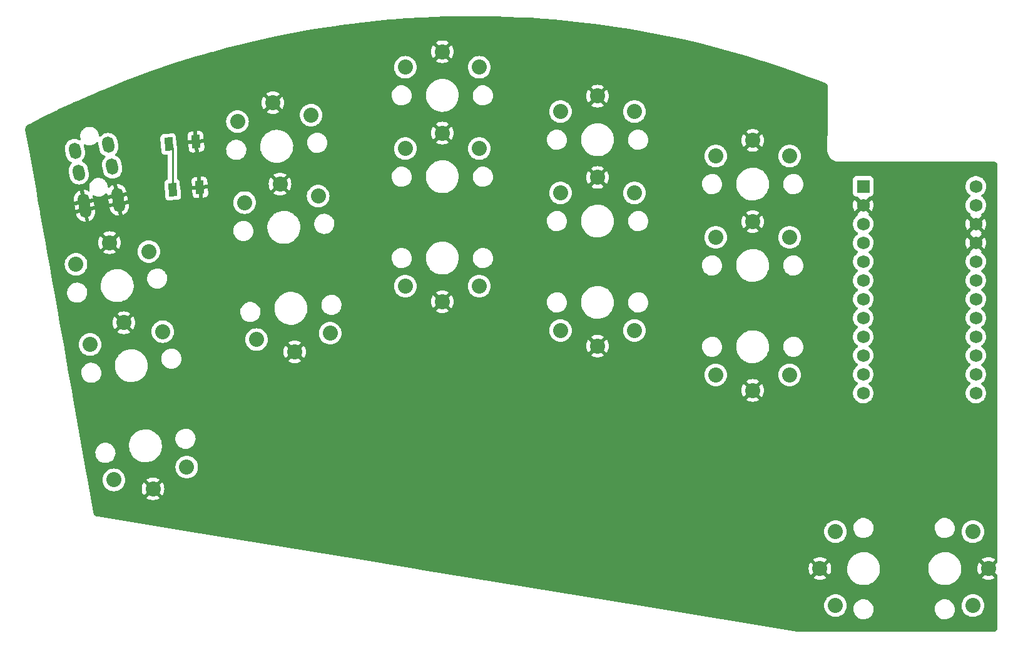
<source format=gbr>
%TF.GenerationSoftware,KiCad,Pcbnew,6.99.0-1.20220203gita970acd.fc35*%
%TF.CreationDate,2022-02-04T17:37:58+01:00*%
%TF.ProjectId,b34rclaw,62333472-636c-4617-972e-6b696361645f,v1.0.0*%
%TF.SameCoordinates,Original*%
%TF.FileFunction,Copper,L2,Bot*%
%TF.FilePolarity,Positive*%
%FSLAX46Y46*%
G04 Gerber Fmt 4.6, Leading zero omitted, Abs format (unit mm)*
G04 Created by KiCad (PCBNEW 6.99.0-1.20220203gita970acd.fc35) date 2022-02-04 17:37:58*
%MOMM*%
%LPD*%
G01*
G04 APERTURE LIST*
G04 Aperture macros list*
%AMHorizOval*
0 Thick line with rounded ends*
0 $1 width*
0 $2 $3 position (X,Y) of the first rounded end (center of the circle)*
0 $4 $5 position (X,Y) of the second rounded end (center of the circle)*
0 Add line between two ends*
20,1,$1,$2,$3,$4,$5,0*
0 Add two circle primitives to create the rounded ends*
1,1,$1,$2,$3*
1,1,$1,$4,$5*%
%AMRotRect*
0 Rectangle, with rotation*
0 The origin of the aperture is its center*
0 $1 length*
0 $2 width*
0 $3 Rotation angle, in degrees counterclockwise*
0 Add horizontal line*
21,1,$1,$2,0,0,$3*%
G04 Aperture macros list end*
%TA.AperFunction,ComponentPad*%
%ADD10R,1.752600X1.752600*%
%TD*%
%TA.AperFunction,ComponentPad*%
%ADD11C,1.752600*%
%TD*%
%TA.AperFunction,ComponentPad*%
%ADD12C,2.032000*%
%TD*%
%TA.AperFunction,SMDPad,CuDef*%
%ADD13RotRect,1.800000X1.100000X95.000000*%
%TD*%
%TA.AperFunction,ComponentPad*%
%ADD14HorizOval,1.600000X-0.052094X0.295442X0.052094X-0.295442X0*%
%TD*%
%TA.AperFunction,ViaPad*%
%ADD15C,0.800000*%
%TD*%
%TA.AperFunction,Conductor*%
%ADD16C,0.250000*%
%TD*%
G04 APERTURE END LIST*
D10*
%TO.P,MCU1,1*%
%TO.N,RAW*%
X255449999Y-105659999D03*
D11*
%TO.P,MCU1,2*%
%TO.N,GND*%
X255450000Y-108200000D03*
%TO.P,MCU1,3*%
%TO.N,RST*%
X255450000Y-110740000D03*
%TO.P,MCU1,4*%
%TO.N,VCC*%
X255450000Y-113280000D03*
%TO.P,MCU1,5*%
%TO.N,P21*%
X255450000Y-115820000D03*
%TO.P,MCU1,6*%
%TO.N,P20*%
X255450000Y-118360000D03*
%TO.P,MCU1,7*%
%TO.N,P19*%
X255450000Y-120900000D03*
%TO.P,MCU1,8*%
%TO.N,P18*%
X255450000Y-123440000D03*
%TO.P,MCU1,9*%
%TO.N,P15*%
X255450000Y-125980000D03*
%TO.P,MCU1,10*%
%TO.N,P14*%
X255450000Y-128520000D03*
%TO.P,MCU1,11*%
%TO.N,P16*%
X255450000Y-131060000D03*
%TO.P,MCU1,12*%
%TO.N,P10*%
X255450000Y-133600000D03*
%TO.P,MCU1,13*%
%TO.N,P1*%
X270690000Y-105660000D03*
%TO.P,MCU1,14*%
%TO.N,P0*%
X270690000Y-108200000D03*
%TO.P,MCU1,15*%
%TO.N,GND*%
X270690000Y-110740000D03*
%TO.P,MCU1,16*%
X270690000Y-113280000D03*
%TO.P,MCU1,17*%
%TO.N,P2*%
X270690000Y-115820000D03*
%TO.P,MCU1,18*%
%TO.N,P3*%
X270690000Y-118360000D03*
%TO.P,MCU1,19*%
%TO.N,P4*%
X270690000Y-120900000D03*
%TO.P,MCU1,20*%
%TO.N,P5*%
X270690000Y-123440000D03*
%TO.P,MCU1,21*%
%TO.N,P6*%
X270690000Y-125980000D03*
%TO.P,MCU1,22*%
%TO.N,P7*%
X270690000Y-128520000D03*
%TO.P,MCU1,23*%
%TO.N,P8*%
X270690000Y-131060000D03*
%TO.P,MCU1,24*%
%TO.N,P9*%
X270690000Y-133600000D03*
%TD*%
D12*
%TO.P,S12,1*%
%TO.N,P20*%
X214490000Y-95550000D03*
X224490000Y-95550000D03*
%TO.P,S12,2*%
%TO.N,GND*%
X219490000Y-93450000D03*
X219490000Y-93450000D03*
%TD*%
%TO.P,S13,1*%
%TO.N,P15*%
X245490000Y-131150000D03*
X235490000Y-131150000D03*
%TO.P,S13,2*%
%TO.N,GND*%
X240490000Y-133250000D03*
X240490000Y-133250000D03*
%TD*%
D13*
%TO.P,B2,1*%
%TO.N,RST*%
X162003222Y-106119441D03*
X161462856Y-99943034D03*
%TO.P,B2,2*%
%TO.N,GND*%
X165689142Y-105796964D03*
X165148776Y-99620557D03*
%TD*%
D12*
%TO.P,S7,1*%
%TO.N,P2*%
X203490000Y-119150000D03*
X193490000Y-119150000D03*
%TO.P,S7,2*%
%TO.N,GND*%
X198490000Y-121250000D03*
X198490000Y-121250000D03*
%TD*%
%TO.P,S2,1*%
%TO.N,P6*%
X150829067Y-127036308D03*
X160677145Y-125299827D03*
%TO.P,S2,2*%
%TO.N,GND*%
X155388445Y-124099971D03*
X155388445Y-124099971D03*
%TD*%
%TO.P,S3,1*%
%TO.N,P5*%
X148918937Y-116203423D03*
X158767015Y-114466942D03*
%TO.P,S3,2*%
%TO.N,GND*%
X153478315Y-113267086D03*
X153478315Y-113267086D03*
%TD*%
%TO.P,S11,1*%
%TO.N,P16*%
X214490000Y-106550000D03*
X224490000Y-106550000D03*
%TO.P,S11,2*%
%TO.N,GND*%
X219490000Y-104450000D03*
X219490000Y-104450000D03*
%TD*%
%TO.P,S1,1*%
%TO.N,P7*%
X163907001Y-143617251D03*
X154058923Y-145353732D03*
%TO.P,S1,2*%
%TO.N,GND*%
X159347623Y-146553588D03*
X159347623Y-146553588D03*
%TD*%
%TO.P,S6,1*%
%TO.N,P18*%
X170776099Y-96895199D03*
X180738046Y-96023641D03*
%TO.P,S6,2*%
%TO.N,GND*%
X175574045Y-94367411D03*
X175574045Y-94367411D03*
%TD*%
%TO.P,S4,1*%
%TO.N,P4*%
X183317855Y-125511005D03*
X173355908Y-126382563D03*
%TO.P,S4,2*%
%TO.N,GND*%
X178519909Y-128038793D03*
X178519909Y-128038793D03*
%TD*%
%TO.P,S9,1*%
%TO.N,P19*%
X193490000Y-89550000D03*
X203490000Y-89550000D03*
%TO.P,S9,2*%
%TO.N,GND*%
X198490000Y-87450000D03*
X198490000Y-87450000D03*
%TD*%
%TO.P,S10,1*%
%TO.N,P0*%
X224490000Y-125150000D03*
X214490000Y-125150000D03*
%TO.P,S10,2*%
%TO.N,GND*%
X219490000Y-127250000D03*
X219490000Y-127250000D03*
%TD*%
%TO.P,S15,1*%
%TO.N,P21*%
X235490000Y-101550000D03*
X245490000Y-101550000D03*
%TO.P,S15,2*%
%TO.N,GND*%
X240490000Y-99450000D03*
X240490000Y-99450000D03*
%TD*%
%TO.P,S17,1*%
%TO.N,P9*%
X270290000Y-152350000D03*
X270290000Y-162350000D03*
%TO.P,S17,2*%
%TO.N,GND*%
X272390000Y-157350000D03*
X272390000Y-157350000D03*
%TD*%
%TO.P,S16,1*%
%TO.N,P8*%
X251690000Y-162350000D03*
X251690000Y-152350000D03*
%TO.P,S16,2*%
%TO.N,GND*%
X249590000Y-157350000D03*
X249590000Y-157350000D03*
%TD*%
%TO.P,S5,1*%
%TO.N,P3*%
X171734812Y-107853341D03*
X181696759Y-106981783D03*
%TO.P,S5,2*%
%TO.N,GND*%
X176532758Y-105325553D03*
X176532758Y-105325553D03*
%TD*%
%TO.P,S8,1*%
%TO.N,P10*%
X193490000Y-100550000D03*
X203490000Y-100550000D03*
%TO.P,S8,2*%
%TO.N,GND*%
X198490000Y-98450000D03*
X198490000Y-98450000D03*
%TD*%
%TO.P,S14,1*%
%TO.N,P14*%
X235490000Y-112550000D03*
X245490000Y-112550000D03*
%TO.P,S14,2*%
%TO.N,GND*%
X240490000Y-110450000D03*
X240490000Y-110450000D03*
%TD*%
D14*
%TO.P,REF\u002A\u002A,1*%
%TO.N,GND*%
X150177142Y-108821553D03*
X154707257Y-108022772D03*
%TO.P,REF\u002A\u002A,2*%
X149986129Y-107738265D03*
X154516244Y-106939483D03*
%TO.P,REF\u002A\u002A,3*%
%TO.N,P1*%
X149291536Y-103799034D03*
X153821652Y-103000252D03*
%TO.P,REF\u002A\u002A,4*%
%TO.N,VCC*%
X148770592Y-100844610D03*
X153300707Y-100045829D03*
%TD*%
D15*
%TO.N,GND*%
X178450000Y-94460000D03*
X262910000Y-109860000D03*
%TO.N,RST*%
X162003223Y-106119442D03*
X161462857Y-99943035D03*
%TD*%
D16*
%TO.N,RST*%
X162003223Y-106119442D02*
X162003223Y-100483401D01*
X162003223Y-100483401D02*
X161462857Y-99943035D01*
%TD*%
%TA.AperFunction,Conductor*%
%TO.N,GND*%
G36*
X204367652Y-82642974D02*
G01*
X204713825Y-82645820D01*
X204715970Y-82645856D01*
X206044392Y-82679524D01*
X206943472Y-82702311D01*
X206945628Y-82702385D01*
X207227854Y-82714375D01*
X209171747Y-82796959D01*
X209173844Y-82797067D01*
X210328013Y-82865911D01*
X211398018Y-82929735D01*
X211400170Y-82929881D01*
X212138231Y-82986599D01*
X213621887Y-83100615D01*
X213623929Y-83100789D01*
X215842404Y-83309531D01*
X215844450Y-83309742D01*
X218058949Y-83556421D01*
X218061008Y-83556668D01*
X219052160Y-83684288D01*
X220270921Y-83841215D01*
X220273058Y-83841508D01*
X222477859Y-84163855D01*
X222479990Y-84164186D01*
X223845408Y-84387750D01*
X224678800Y-84524203D01*
X224680867Y-84524559D01*
X226873378Y-84922198D01*
X226875497Y-84922602D01*
X229060684Y-85357677D01*
X229062796Y-85358116D01*
X231240282Y-85830547D01*
X231242386Y-85831022D01*
X233411534Y-86340675D01*
X233413629Y-86341187D01*
X235573611Y-86887867D01*
X235575698Y-86888414D01*
X237726049Y-87472001D01*
X237728125Y-87472583D01*
X239868248Y-88092918D01*
X239870315Y-88093537D01*
X241075888Y-88465469D01*
X241999425Y-88750390D01*
X242001416Y-88751023D01*
X244119041Y-89444250D01*
X244121077Y-89444936D01*
X246226486Y-90174300D01*
X246228449Y-90174998D01*
X248250348Y-90914434D01*
X248321106Y-90940311D01*
X248323107Y-90941062D01*
X249109533Y-91244030D01*
X250369184Y-91729306D01*
X250383879Y-91736081D01*
X250399683Y-91744638D01*
X250399688Y-91744640D01*
X250406943Y-91748568D01*
X250414967Y-91750485D01*
X250414971Y-91750486D01*
X250418000Y-91751209D01*
X250438853Y-91758161D01*
X250441699Y-91759395D01*
X250441702Y-91759396D01*
X250449279Y-91762681D01*
X250455561Y-91763613D01*
X250472661Y-91770101D01*
X250497250Y-91781888D01*
X250529836Y-91804414D01*
X250557113Y-91830481D01*
X250581091Y-91862008D01*
X250598927Y-91895255D01*
X250611933Y-91932673D01*
X250619594Y-91975582D01*
X250621532Y-92000088D01*
X250620831Y-92037309D01*
X250621720Y-92040896D01*
X250621927Y-92044615D01*
X250616211Y-97086012D01*
X250612076Y-100732682D01*
X250612063Y-100732885D01*
X250611999Y-100733121D01*
X250612000Y-100799603D01*
X250611959Y-100835758D01*
X250611993Y-100835996D01*
X250612000Y-100836197D01*
X250612000Y-100907854D01*
X250612638Y-100912295D01*
X250612639Y-100912302D01*
X250641171Y-101110748D01*
X250642698Y-101121367D01*
X250643966Y-101125685D01*
X250643967Y-101125690D01*
X250648185Y-101140055D01*
X250703470Y-101328338D01*
X250735868Y-101399279D01*
X250783039Y-101502569D01*
X250793079Y-101524554D01*
X250795511Y-101528339D01*
X250795512Y-101528340D01*
X250802750Y-101539602D01*
X250909700Y-101706019D01*
X250912642Y-101709414D01*
X250912644Y-101709417D01*
X250992272Y-101801312D01*
X251050959Y-101869041D01*
X251054352Y-101871981D01*
X251197311Y-101995855D01*
X251213981Y-102010300D01*
X251395446Y-102126921D01*
X251399536Y-102128789D01*
X251399540Y-102128791D01*
X251481253Y-102166108D01*
X251591662Y-102216530D01*
X251700447Y-102248472D01*
X251794310Y-102276033D01*
X251794315Y-102276034D01*
X251798633Y-102277302D01*
X251803082Y-102277942D01*
X251803088Y-102277943D01*
X252007698Y-102307361D01*
X252007705Y-102307362D01*
X252012146Y-102308000D01*
X252083683Y-102308000D01*
X252083707Y-102308001D01*
X252083736Y-102308005D01*
X252083823Y-102308005D01*
X252119216Y-102308000D01*
X252130000Y-102308000D01*
X252186782Y-102308001D01*
X252186879Y-102308001D01*
X252186911Y-102307993D01*
X252186937Y-102307991D01*
X273115808Y-102305108D01*
X273129932Y-102305900D01*
X273218268Y-102315853D01*
X273245776Y-102322132D01*
X273322963Y-102349141D01*
X273348384Y-102361383D01*
X273417631Y-102404894D01*
X273439690Y-102422486D01*
X273497514Y-102480310D01*
X273515106Y-102502369D01*
X273558617Y-102571616D01*
X273570859Y-102597037D01*
X273597868Y-102674224D01*
X273604147Y-102701732D01*
X273614101Y-102790077D01*
X273614893Y-102804184D01*
X273614893Y-102863987D01*
X273614910Y-102864052D01*
X273614914Y-102864106D01*
X273632030Y-156414950D01*
X273612050Y-156483077D01*
X273595125Y-156504085D01*
X272762022Y-157337188D01*
X272754408Y-157351132D01*
X272754539Y-157352965D01*
X272758790Y-157359580D01*
X273595724Y-158196514D01*
X273629750Y-158258826D01*
X273632629Y-158285565D01*
X273634522Y-164208497D01*
X273634891Y-165362904D01*
X273634099Y-165377044D01*
X273627268Y-165437680D01*
X273624147Y-165465376D01*
X273617868Y-165492883D01*
X273590859Y-165570070D01*
X273578617Y-165595491D01*
X273535106Y-165664738D01*
X273517514Y-165686797D01*
X273459690Y-165744621D01*
X273437631Y-165762213D01*
X273368384Y-165805724D01*
X273342963Y-165817966D01*
X273265776Y-165844975D01*
X273238268Y-165851254D01*
X273149895Y-165861211D01*
X273135845Y-165862003D01*
X246540578Y-165874000D01*
X246520106Y-165872335D01*
X225067904Y-162350000D01*
X250160786Y-162350000D01*
X250179613Y-162589222D01*
X250180767Y-162594029D01*
X250180768Y-162594035D01*
X250216043Y-162740963D01*
X250235631Y-162822553D01*
X250237524Y-162827124D01*
X250237525Y-162827126D01*
X250316563Y-163017940D01*
X250327460Y-163044249D01*
X250452840Y-163248849D01*
X250608682Y-163431318D01*
X250791151Y-163587160D01*
X250995751Y-163712540D01*
X251000321Y-163714433D01*
X251000323Y-163714434D01*
X251212874Y-163802475D01*
X251217447Y-163804369D01*
X251299037Y-163823957D01*
X251445965Y-163859232D01*
X251445971Y-163859233D01*
X251450778Y-163860387D01*
X251690000Y-163879214D01*
X251929222Y-163860387D01*
X251934029Y-163859233D01*
X251934035Y-163859232D01*
X252080963Y-163823957D01*
X252162553Y-163804369D01*
X252167126Y-163802475D01*
X252379677Y-163714434D01*
X252379679Y-163714433D01*
X252384249Y-163712540D01*
X252588849Y-163587160D01*
X252771318Y-163431318D01*
X252927160Y-163248849D01*
X253052540Y-163044249D01*
X253063438Y-163017940D01*
X253142475Y-162827126D01*
X253142476Y-162827124D01*
X253144369Y-162822553D01*
X253151681Y-162792097D01*
X254126914Y-162792097D01*
X254136735Y-163023292D01*
X254185487Y-163249502D01*
X254271768Y-163464220D01*
X254393095Y-163661267D01*
X254396630Y-163665283D01*
X254396631Y-163665285D01*
X254439887Y-163714434D01*
X254545977Y-163834976D01*
X254726018Y-163980348D01*
X254730690Y-163982958D01*
X254838650Y-164043268D01*
X254928037Y-164093203D01*
X254933074Y-164094983D01*
X254933077Y-164094984D01*
X255141178Y-164168511D01*
X255141183Y-164168512D01*
X255146223Y-164170293D01*
X255239873Y-164186351D01*
X255369029Y-164208497D01*
X255369034Y-164208497D01*
X255374298Y-164209400D01*
X255547748Y-164209400D01*
X255550401Y-164209174D01*
X255550406Y-164209174D01*
X255715240Y-164195145D01*
X255715244Y-164195144D01*
X255720570Y-164194691D01*
X255725745Y-164193343D01*
X255725748Y-164193343D01*
X255939328Y-164137731D01*
X255939330Y-164137730D01*
X255944508Y-164136382D01*
X256036091Y-164094984D01*
X256150499Y-164043268D01*
X256150501Y-164043267D01*
X256155370Y-164041066D01*
X256347090Y-163911486D01*
X256514153Y-163751368D01*
X256651754Y-163565320D01*
X256755933Y-163358694D01*
X256823693Y-163137433D01*
X256853086Y-162907903D01*
X256848167Y-162792097D01*
X265126914Y-162792097D01*
X265136735Y-163023292D01*
X265185487Y-163249502D01*
X265271768Y-163464220D01*
X265393095Y-163661267D01*
X265396630Y-163665283D01*
X265396631Y-163665285D01*
X265439887Y-163714434D01*
X265545977Y-163834976D01*
X265726018Y-163980348D01*
X265730690Y-163982958D01*
X265838650Y-164043268D01*
X265928037Y-164093203D01*
X265933074Y-164094983D01*
X265933077Y-164094984D01*
X266141178Y-164168511D01*
X266141183Y-164168512D01*
X266146223Y-164170293D01*
X266239873Y-164186351D01*
X266369029Y-164208497D01*
X266369034Y-164208497D01*
X266374298Y-164209400D01*
X266547748Y-164209400D01*
X266550401Y-164209174D01*
X266550406Y-164209174D01*
X266715240Y-164195145D01*
X266715244Y-164195144D01*
X266720570Y-164194691D01*
X266725745Y-164193343D01*
X266725748Y-164193343D01*
X266939328Y-164137731D01*
X266939330Y-164137730D01*
X266944508Y-164136382D01*
X267036091Y-164094984D01*
X267150499Y-164043268D01*
X267150501Y-164043267D01*
X267155370Y-164041066D01*
X267347090Y-163911486D01*
X267514153Y-163751368D01*
X267651754Y-163565320D01*
X267755933Y-163358694D01*
X267823693Y-163137433D01*
X267853086Y-162907903D01*
X267843265Y-162676708D01*
X267794513Y-162450498D01*
X267754129Y-162350000D01*
X268760786Y-162350000D01*
X268779613Y-162589222D01*
X268780767Y-162594029D01*
X268780768Y-162594035D01*
X268816043Y-162740963D01*
X268835631Y-162822553D01*
X268837524Y-162827124D01*
X268837525Y-162827126D01*
X268916563Y-163017940D01*
X268927460Y-163044249D01*
X269052840Y-163248849D01*
X269208682Y-163431318D01*
X269391151Y-163587160D01*
X269595751Y-163712540D01*
X269600321Y-163714433D01*
X269600323Y-163714434D01*
X269812874Y-163802475D01*
X269817447Y-163804369D01*
X269899037Y-163823957D01*
X270045965Y-163859232D01*
X270045971Y-163859233D01*
X270050778Y-163860387D01*
X270290000Y-163879214D01*
X270529222Y-163860387D01*
X270534029Y-163859233D01*
X270534035Y-163859232D01*
X270680963Y-163823957D01*
X270762553Y-163804369D01*
X270767126Y-163802475D01*
X270979677Y-163714434D01*
X270979679Y-163714433D01*
X270984249Y-163712540D01*
X271188849Y-163587160D01*
X271371318Y-163431318D01*
X271527160Y-163248849D01*
X271652540Y-163044249D01*
X271663438Y-163017940D01*
X271742475Y-162827126D01*
X271742476Y-162827124D01*
X271744369Y-162822553D01*
X271763957Y-162740963D01*
X271799232Y-162594035D01*
X271799233Y-162594029D01*
X271800387Y-162589222D01*
X271819214Y-162350000D01*
X271800387Y-162110778D01*
X271799233Y-162105971D01*
X271799232Y-162105965D01*
X271745524Y-161882259D01*
X271744369Y-161877447D01*
X271679009Y-161719652D01*
X271654434Y-161660323D01*
X271654433Y-161660321D01*
X271652540Y-161655751D01*
X271527160Y-161451151D01*
X271371318Y-161268682D01*
X271188849Y-161112840D01*
X270984249Y-160987460D01*
X270979679Y-160985567D01*
X270979677Y-160985566D01*
X270767126Y-160897525D01*
X270767124Y-160897524D01*
X270762553Y-160895631D01*
X270680963Y-160876043D01*
X270534035Y-160840768D01*
X270534029Y-160840767D01*
X270529222Y-160839613D01*
X270290000Y-160820786D01*
X270050778Y-160839613D01*
X270045971Y-160840767D01*
X270045965Y-160840768D01*
X269899037Y-160876043D01*
X269817447Y-160895631D01*
X269812876Y-160897524D01*
X269812874Y-160897525D01*
X269600323Y-160985566D01*
X269600321Y-160985567D01*
X269595751Y-160987460D01*
X269391151Y-161112840D01*
X269208682Y-161268682D01*
X269052840Y-161451151D01*
X268927460Y-161655751D01*
X268925567Y-161660321D01*
X268925566Y-161660323D01*
X268900991Y-161719652D01*
X268835631Y-161877447D01*
X268834476Y-161882259D01*
X268780768Y-162105965D01*
X268780767Y-162105971D01*
X268779613Y-162110778D01*
X268760786Y-162350000D01*
X267754129Y-162350000D01*
X267708232Y-162235780D01*
X267586905Y-162038733D01*
X267434023Y-161865024D01*
X267253982Y-161719652D01*
X267249310Y-161717042D01*
X267056630Y-161609404D01*
X267056629Y-161609403D01*
X267051963Y-161606797D01*
X267046926Y-161605017D01*
X267046923Y-161605016D01*
X266838822Y-161531489D01*
X266838817Y-161531488D01*
X266833777Y-161529707D01*
X266699348Y-161506657D01*
X266610971Y-161491503D01*
X266610966Y-161491503D01*
X266605702Y-161490600D01*
X266432252Y-161490600D01*
X266429599Y-161490826D01*
X266429594Y-161490826D01*
X266264760Y-161504855D01*
X266264756Y-161504856D01*
X266259430Y-161505309D01*
X266254255Y-161506657D01*
X266254252Y-161506657D01*
X266040672Y-161562269D01*
X266040670Y-161562270D01*
X266035492Y-161563618D01*
X266030620Y-161565820D01*
X266030618Y-161565821D01*
X265829501Y-161656732D01*
X265824630Y-161658934D01*
X265632910Y-161788514D01*
X265465847Y-161948632D01*
X265328246Y-162134680D01*
X265224067Y-162341306D01*
X265222498Y-162346428D01*
X265222498Y-162346429D01*
X265219895Y-162354930D01*
X265156307Y-162562567D01*
X265126914Y-162792097D01*
X256848167Y-162792097D01*
X256843265Y-162676708D01*
X256794513Y-162450498D01*
X256708232Y-162235780D01*
X256586905Y-162038733D01*
X256434023Y-161865024D01*
X256253982Y-161719652D01*
X256249310Y-161717042D01*
X256056630Y-161609404D01*
X256056629Y-161609403D01*
X256051963Y-161606797D01*
X256046926Y-161605017D01*
X256046923Y-161605016D01*
X255838822Y-161531489D01*
X255838817Y-161531488D01*
X255833777Y-161529707D01*
X255699348Y-161506657D01*
X255610971Y-161491503D01*
X255610966Y-161491503D01*
X255605702Y-161490600D01*
X255432252Y-161490600D01*
X255429599Y-161490826D01*
X255429594Y-161490826D01*
X255264760Y-161504855D01*
X255264756Y-161504856D01*
X255259430Y-161505309D01*
X255254255Y-161506657D01*
X255254252Y-161506657D01*
X255040672Y-161562269D01*
X255040670Y-161562270D01*
X255035492Y-161563618D01*
X255030620Y-161565820D01*
X255030618Y-161565821D01*
X254829501Y-161656732D01*
X254824630Y-161658934D01*
X254632910Y-161788514D01*
X254465847Y-161948632D01*
X254328246Y-162134680D01*
X254224067Y-162341306D01*
X254222498Y-162346428D01*
X254222498Y-162346429D01*
X254219895Y-162354930D01*
X254156307Y-162562567D01*
X254126914Y-162792097D01*
X253151681Y-162792097D01*
X253163957Y-162740963D01*
X253199232Y-162594035D01*
X253199233Y-162594029D01*
X253200387Y-162589222D01*
X253219214Y-162350000D01*
X253200387Y-162110778D01*
X253199233Y-162105971D01*
X253199232Y-162105965D01*
X253145524Y-161882259D01*
X253144369Y-161877447D01*
X253079009Y-161719652D01*
X253054434Y-161660323D01*
X253054433Y-161660321D01*
X253052540Y-161655751D01*
X252927160Y-161451151D01*
X252771318Y-161268682D01*
X252588849Y-161112840D01*
X252384249Y-160987460D01*
X252379679Y-160985567D01*
X252379677Y-160985566D01*
X252167126Y-160897525D01*
X252167124Y-160897524D01*
X252162553Y-160895631D01*
X252080963Y-160876043D01*
X251934035Y-160840768D01*
X251934029Y-160840767D01*
X251929222Y-160839613D01*
X251690000Y-160820786D01*
X251450778Y-160839613D01*
X251445971Y-160840767D01*
X251445965Y-160840768D01*
X251299037Y-160876043D01*
X251217447Y-160895631D01*
X251212876Y-160897524D01*
X251212874Y-160897525D01*
X251000323Y-160985566D01*
X251000321Y-160985567D01*
X250995751Y-160987460D01*
X250791151Y-161112840D01*
X250608682Y-161268682D01*
X250452840Y-161451151D01*
X250327460Y-161655751D01*
X250325567Y-161660321D01*
X250325566Y-161660323D01*
X250300991Y-161719652D01*
X250235631Y-161877447D01*
X250234476Y-161882259D01*
X250180768Y-162105965D01*
X250180767Y-162105971D01*
X250179613Y-162110778D01*
X250160786Y-162350000D01*
X225067904Y-162350000D01*
X202194468Y-158594306D01*
X248710524Y-158594306D01*
X248716251Y-158601956D01*
X248891759Y-158709507D01*
X248900553Y-158713988D01*
X249113029Y-158801998D01*
X249122414Y-158805047D01*
X249346044Y-158858737D01*
X249355791Y-158860280D01*
X249585070Y-158878325D01*
X249594930Y-158878325D01*
X249824209Y-158860280D01*
X249833956Y-158858737D01*
X250057586Y-158805047D01*
X250066971Y-158801998D01*
X250279447Y-158713988D01*
X250288241Y-158709507D01*
X250460083Y-158604203D01*
X250469543Y-158593747D01*
X250465759Y-158584969D01*
X249602812Y-157722022D01*
X249588868Y-157714408D01*
X249587035Y-157714539D01*
X249580420Y-157718790D01*
X248717284Y-158581926D01*
X248710524Y-158594306D01*
X202194468Y-158594306D01*
X195974439Y-157573011D01*
X194646253Y-157354930D01*
X248061675Y-157354930D01*
X248079720Y-157584209D01*
X248081263Y-157593956D01*
X248134953Y-157817586D01*
X248138002Y-157826971D01*
X248226012Y-158039447D01*
X248230493Y-158048241D01*
X248335797Y-158220083D01*
X248346253Y-158229543D01*
X248355031Y-158225759D01*
X249217978Y-157362812D01*
X249224356Y-157351132D01*
X249954408Y-157351132D01*
X249954539Y-157352965D01*
X249958790Y-157359580D01*
X250821926Y-158222716D01*
X250834306Y-158229476D01*
X250841956Y-158223749D01*
X250949507Y-158048241D01*
X250953988Y-158039447D01*
X251041998Y-157826971D01*
X251045047Y-157817586D01*
X251098737Y-157593956D01*
X251100280Y-157584209D01*
X251112854Y-157424448D01*
X253263269Y-157424448D01*
X253293060Y-157720578D01*
X253362056Y-158010095D01*
X253363568Y-158014021D01*
X253363569Y-158014024D01*
X253401988Y-158113777D01*
X253469024Y-158287832D01*
X253612057Y-158548834D01*
X253614550Y-158552218D01*
X253614551Y-158552219D01*
X253730442Y-158709507D01*
X253788602Y-158788443D01*
X253804660Y-158805047D01*
X253992578Y-158999353D01*
X253992583Y-158999357D01*
X253995508Y-159002382D01*
X254229084Y-159186835D01*
X254485161Y-159338510D01*
X254489043Y-159340156D01*
X254755296Y-159453057D01*
X254755300Y-159453058D01*
X254759169Y-159454699D01*
X254763222Y-159455809D01*
X254763227Y-159455811D01*
X255042154Y-159532217D01*
X255042161Y-159532218D01*
X255046219Y-159533330D01*
X255050387Y-159533890D01*
X255050394Y-159533892D01*
X255215486Y-159556095D01*
X255341188Y-159573000D01*
X255564318Y-159573000D01*
X255566403Y-159572860D01*
X255566416Y-159572860D01*
X255782764Y-159558377D01*
X255782766Y-159558377D01*
X255786960Y-159558096D01*
X255791080Y-159557258D01*
X255791084Y-159557258D01*
X256074484Y-159499654D01*
X256074486Y-159499654D01*
X256078621Y-159498813D01*
X256286500Y-159426630D01*
X256355787Y-159402571D01*
X256355789Y-159402570D01*
X256359778Y-159401185D01*
X256625413Y-159266953D01*
X256745925Y-159184226D01*
X256867318Y-159100895D01*
X256867324Y-159100890D01*
X256870787Y-159098513D01*
X256873903Y-159095695D01*
X256873909Y-159095690D01*
X257088396Y-158901698D01*
X257088401Y-158901693D01*
X257091521Y-158898871D01*
X257125453Y-158858737D01*
X257187743Y-158785060D01*
X257283676Y-158671590D01*
X257285942Y-158668041D01*
X257441551Y-158424284D01*
X257441555Y-158424277D01*
X257443823Y-158420724D01*
X257503777Y-158291527D01*
X257567331Y-158154572D01*
X257567334Y-158154564D01*
X257569103Y-158150752D01*
X257657282Y-157866489D01*
X257706786Y-157573011D01*
X257711754Y-157424448D01*
X264263269Y-157424448D01*
X264293060Y-157720578D01*
X264362056Y-158010095D01*
X264363568Y-158014021D01*
X264363569Y-158014024D01*
X264401988Y-158113777D01*
X264469024Y-158287832D01*
X264612057Y-158548834D01*
X264614550Y-158552218D01*
X264614551Y-158552219D01*
X264730442Y-158709507D01*
X264788602Y-158788443D01*
X264804660Y-158805047D01*
X264992578Y-158999353D01*
X264992583Y-158999357D01*
X264995508Y-159002382D01*
X265229084Y-159186835D01*
X265485161Y-159338510D01*
X265489043Y-159340156D01*
X265755296Y-159453057D01*
X265755300Y-159453058D01*
X265759169Y-159454699D01*
X265763222Y-159455809D01*
X265763227Y-159455811D01*
X266042154Y-159532217D01*
X266042161Y-159532218D01*
X266046219Y-159533330D01*
X266050387Y-159533890D01*
X266050394Y-159533892D01*
X266215486Y-159556095D01*
X266341188Y-159573000D01*
X266564318Y-159573000D01*
X266566403Y-159572860D01*
X266566416Y-159572860D01*
X266782764Y-159558377D01*
X266782766Y-159558377D01*
X266786960Y-159558096D01*
X266791080Y-159557258D01*
X266791084Y-159557258D01*
X267074484Y-159499654D01*
X267074486Y-159499654D01*
X267078621Y-159498813D01*
X267286500Y-159426630D01*
X267355787Y-159402571D01*
X267355789Y-159402570D01*
X267359778Y-159401185D01*
X267625413Y-159266953D01*
X267745925Y-159184226D01*
X267867318Y-159100895D01*
X267867324Y-159100890D01*
X267870787Y-159098513D01*
X267873903Y-159095695D01*
X267873909Y-159095690D01*
X268088396Y-158901698D01*
X268088401Y-158901693D01*
X268091521Y-158898871D01*
X268125453Y-158858737D01*
X268187743Y-158785060D01*
X268283676Y-158671590D01*
X268285942Y-158668041D01*
X268333013Y-158594306D01*
X271510524Y-158594306D01*
X271516251Y-158601956D01*
X271691759Y-158709507D01*
X271700553Y-158713988D01*
X271913029Y-158801998D01*
X271922414Y-158805047D01*
X272146044Y-158858737D01*
X272155791Y-158860280D01*
X272385070Y-158878325D01*
X272394930Y-158878325D01*
X272624209Y-158860280D01*
X272633956Y-158858737D01*
X272857586Y-158805047D01*
X272866971Y-158801998D01*
X273079447Y-158713988D01*
X273088241Y-158709507D01*
X273260083Y-158604203D01*
X273269543Y-158593747D01*
X273265759Y-158584969D01*
X272402812Y-157722022D01*
X272388868Y-157714408D01*
X272387035Y-157714539D01*
X272380420Y-157718790D01*
X271517284Y-158581926D01*
X271510524Y-158594306D01*
X268333013Y-158594306D01*
X268441551Y-158424284D01*
X268441555Y-158424277D01*
X268443823Y-158420724D01*
X268503777Y-158291527D01*
X268567331Y-158154572D01*
X268567334Y-158154564D01*
X268569103Y-158150752D01*
X268657282Y-157866489D01*
X268706786Y-157573011D01*
X268711894Y-157420248D01*
X268714078Y-157354930D01*
X270861675Y-157354930D01*
X270879720Y-157584209D01*
X270881263Y-157593956D01*
X270934953Y-157817586D01*
X270938002Y-157826971D01*
X271026012Y-158039447D01*
X271030493Y-158048241D01*
X271135797Y-158220083D01*
X271146253Y-158229543D01*
X271155031Y-158225759D01*
X272017978Y-157362812D01*
X272025592Y-157348868D01*
X272025461Y-157347035D01*
X272021210Y-157340420D01*
X271158074Y-156477284D01*
X271145694Y-156470524D01*
X271138044Y-156476251D01*
X271030493Y-156651759D01*
X271026012Y-156660553D01*
X270938002Y-156873029D01*
X270934953Y-156882414D01*
X270881263Y-157106044D01*
X270879720Y-157115791D01*
X270861675Y-157345070D01*
X270861675Y-157354930D01*
X268714078Y-157354930D01*
X268716591Y-157279752D01*
X268716591Y-157279746D01*
X268716731Y-157275552D01*
X268686940Y-156979422D01*
X268617944Y-156689905D01*
X268603253Y-156651759D01*
X268533451Y-156470524D01*
X268510976Y-156412168D01*
X268367943Y-156151166D01*
X268334851Y-156106253D01*
X271510457Y-156106253D01*
X271514241Y-156115031D01*
X272377188Y-156977978D01*
X272391132Y-156985592D01*
X272392965Y-156985461D01*
X272399580Y-156981210D01*
X273262716Y-156118074D01*
X273269476Y-156105694D01*
X273263749Y-156098044D01*
X273088241Y-155990493D01*
X273079447Y-155986012D01*
X272866971Y-155898002D01*
X272857586Y-155894953D01*
X272633956Y-155841263D01*
X272624209Y-155839720D01*
X272394930Y-155821675D01*
X272385070Y-155821675D01*
X272155791Y-155839720D01*
X272146044Y-155841263D01*
X271922414Y-155894953D01*
X271913029Y-155898002D01*
X271700553Y-155986012D01*
X271691759Y-155990493D01*
X271519917Y-156095797D01*
X271510457Y-156106253D01*
X268334851Y-156106253D01*
X268334439Y-156105694D01*
X268193891Y-155914940D01*
X268193888Y-155914936D01*
X268191398Y-155911557D01*
X268081866Y-155798302D01*
X267987422Y-155700647D01*
X267987417Y-155700643D01*
X267984492Y-155697618D01*
X267750916Y-155513165D01*
X267494839Y-155361490D01*
X267343764Y-155297429D01*
X267224704Y-155246943D01*
X267224700Y-155246942D01*
X267220831Y-155245301D01*
X267216778Y-155244191D01*
X267216773Y-155244189D01*
X266937846Y-155167783D01*
X266937839Y-155167782D01*
X266933781Y-155166670D01*
X266929613Y-155166110D01*
X266929606Y-155166108D01*
X266755863Y-155142742D01*
X266638812Y-155127000D01*
X266415682Y-155127000D01*
X266413597Y-155127140D01*
X266413584Y-155127140D01*
X266197236Y-155141623D01*
X266197234Y-155141623D01*
X266193040Y-155141904D01*
X266188920Y-155142742D01*
X266188916Y-155142742D01*
X265905516Y-155200346D01*
X265905514Y-155200346D01*
X265901379Y-155201187D01*
X265693500Y-155273370D01*
X265624213Y-155297429D01*
X265624211Y-155297430D01*
X265620222Y-155298815D01*
X265354587Y-155433047D01*
X265243640Y-155509208D01*
X265112682Y-155599105D01*
X265112676Y-155599110D01*
X265109213Y-155601487D01*
X265106097Y-155604305D01*
X265106091Y-155604310D01*
X264891604Y-155798302D01*
X264891599Y-155798307D01*
X264888479Y-155801129D01*
X264885761Y-155804344D01*
X264885757Y-155804348D01*
X264809155Y-155894953D01*
X264696324Y-156028410D01*
X264694061Y-156031955D01*
X264694058Y-156031959D01*
X264538449Y-156275716D01*
X264538445Y-156275723D01*
X264536177Y-156279276D01*
X264534401Y-156283103D01*
X264534400Y-156283105D01*
X264412669Y-156545428D01*
X264412666Y-156545436D01*
X264410897Y-156549248D01*
X264322718Y-156833511D01*
X264273214Y-157126989D01*
X264273074Y-157131186D01*
X264273073Y-157131193D01*
X264263409Y-157420248D01*
X264263269Y-157424448D01*
X257711754Y-157424448D01*
X257711894Y-157420248D01*
X257716591Y-157279752D01*
X257716591Y-157279746D01*
X257716731Y-157275552D01*
X257686940Y-156979422D01*
X257617944Y-156689905D01*
X257603253Y-156651759D01*
X257533451Y-156470524D01*
X257510976Y-156412168D01*
X257367943Y-156151166D01*
X257334439Y-156105694D01*
X257193891Y-155914940D01*
X257193888Y-155914936D01*
X257191398Y-155911557D01*
X257081866Y-155798302D01*
X256987422Y-155700647D01*
X256987417Y-155700643D01*
X256984492Y-155697618D01*
X256750916Y-155513165D01*
X256494839Y-155361490D01*
X256343764Y-155297429D01*
X256224704Y-155246943D01*
X256224700Y-155246942D01*
X256220831Y-155245301D01*
X256216778Y-155244191D01*
X256216773Y-155244189D01*
X255937846Y-155167783D01*
X255937839Y-155167782D01*
X255933781Y-155166670D01*
X255929613Y-155166110D01*
X255929606Y-155166108D01*
X255755863Y-155142742D01*
X255638812Y-155127000D01*
X255415682Y-155127000D01*
X255413597Y-155127140D01*
X255413584Y-155127140D01*
X255197236Y-155141623D01*
X255197234Y-155141623D01*
X255193040Y-155141904D01*
X255188920Y-155142742D01*
X255188916Y-155142742D01*
X254905516Y-155200346D01*
X254905514Y-155200346D01*
X254901379Y-155201187D01*
X254693500Y-155273370D01*
X254624213Y-155297429D01*
X254624211Y-155297430D01*
X254620222Y-155298815D01*
X254354587Y-155433047D01*
X254243640Y-155509208D01*
X254112682Y-155599105D01*
X254112676Y-155599110D01*
X254109213Y-155601487D01*
X254106097Y-155604305D01*
X254106091Y-155604310D01*
X253891604Y-155798302D01*
X253891599Y-155798307D01*
X253888479Y-155801129D01*
X253885761Y-155804344D01*
X253885757Y-155804348D01*
X253809155Y-155894953D01*
X253696324Y-156028410D01*
X253694061Y-156031955D01*
X253694058Y-156031959D01*
X253538449Y-156275716D01*
X253538445Y-156275723D01*
X253536177Y-156279276D01*
X253534401Y-156283103D01*
X253534400Y-156283105D01*
X253412669Y-156545428D01*
X253412666Y-156545436D01*
X253410897Y-156549248D01*
X253322718Y-156833511D01*
X253273214Y-157126989D01*
X253273074Y-157131186D01*
X253273073Y-157131193D01*
X253263409Y-157420248D01*
X253263269Y-157424448D01*
X251112854Y-157424448D01*
X251118325Y-157354930D01*
X251118325Y-157345070D01*
X251100280Y-157115791D01*
X251098737Y-157106044D01*
X251045047Y-156882414D01*
X251041998Y-156873029D01*
X250953988Y-156660553D01*
X250949507Y-156651759D01*
X250844203Y-156479917D01*
X250833747Y-156470457D01*
X250824969Y-156474241D01*
X249962022Y-157337188D01*
X249954408Y-157351132D01*
X249224356Y-157351132D01*
X249225592Y-157348868D01*
X249225461Y-157347035D01*
X249221210Y-157340420D01*
X248358074Y-156477284D01*
X248345694Y-156470524D01*
X248338044Y-156476251D01*
X248230493Y-156651759D01*
X248226012Y-156660553D01*
X248138002Y-156873029D01*
X248134953Y-156882414D01*
X248081263Y-157106044D01*
X248079720Y-157115791D01*
X248061675Y-157345070D01*
X248061675Y-157354930D01*
X194646253Y-157354930D01*
X187041391Y-156106253D01*
X248710457Y-156106253D01*
X248714241Y-156115031D01*
X249577188Y-156977978D01*
X249591132Y-156985592D01*
X249592965Y-156985461D01*
X249599580Y-156981210D01*
X250462716Y-156118074D01*
X250469476Y-156105694D01*
X250463749Y-156098044D01*
X250288241Y-155990493D01*
X250279447Y-155986012D01*
X250066971Y-155898002D01*
X250057586Y-155894953D01*
X249833956Y-155841263D01*
X249824209Y-155839720D01*
X249594930Y-155821675D01*
X249585070Y-155821675D01*
X249355791Y-155839720D01*
X249346044Y-155841263D01*
X249122414Y-155894953D01*
X249113029Y-155898002D01*
X248900553Y-155986012D01*
X248891759Y-155990493D01*
X248719917Y-156095797D01*
X248710457Y-156106253D01*
X187041391Y-156106253D01*
X164164550Y-152350000D01*
X250160786Y-152350000D01*
X250179613Y-152589222D01*
X250180767Y-152594029D01*
X250180768Y-152594035D01*
X250197874Y-152665285D01*
X250235631Y-152822553D01*
X250237524Y-152827124D01*
X250237525Y-152827126D01*
X250302073Y-152982958D01*
X250327460Y-153044249D01*
X250452840Y-153248849D01*
X250608682Y-153431318D01*
X250791151Y-153587160D01*
X250995751Y-153712540D01*
X251000321Y-153714433D01*
X251000323Y-153714434D01*
X251212874Y-153802475D01*
X251217447Y-153804369D01*
X251299037Y-153823957D01*
X251445965Y-153859232D01*
X251445971Y-153859233D01*
X251450778Y-153860387D01*
X251690000Y-153879214D01*
X251929222Y-153860387D01*
X251934029Y-153859233D01*
X251934035Y-153859232D01*
X252080963Y-153823957D01*
X252162553Y-153804369D01*
X252167126Y-153802475D01*
X252379677Y-153714434D01*
X252379679Y-153714433D01*
X252384249Y-153712540D01*
X252588849Y-153587160D01*
X252771318Y-153431318D01*
X252927160Y-153248849D01*
X253052540Y-153044249D01*
X253077928Y-152982958D01*
X253142475Y-152827126D01*
X253142476Y-152827124D01*
X253144369Y-152822553D01*
X253182126Y-152665285D01*
X253199232Y-152594035D01*
X253199233Y-152594029D01*
X253200387Y-152589222D01*
X253219214Y-152350000D01*
X253200387Y-152110778D01*
X253199233Y-152105971D01*
X253199232Y-152105965D01*
X253145524Y-151882259D01*
X253144369Y-151877447D01*
X253109016Y-151792097D01*
X254126914Y-151792097D01*
X254136735Y-152023292D01*
X254185487Y-152249502D01*
X254271768Y-152464220D01*
X254393095Y-152661267D01*
X254545977Y-152834976D01*
X254726018Y-152980348D01*
X254730690Y-152982958D01*
X254840406Y-153044249D01*
X254928037Y-153093203D01*
X254933074Y-153094983D01*
X254933077Y-153094984D01*
X255141178Y-153168511D01*
X255141183Y-153168512D01*
X255146223Y-153170293D01*
X255239873Y-153186351D01*
X255369029Y-153208497D01*
X255369034Y-153208497D01*
X255374298Y-153209400D01*
X255547748Y-153209400D01*
X255550401Y-153209174D01*
X255550406Y-153209174D01*
X255715240Y-153195145D01*
X255715244Y-153195144D01*
X255720570Y-153194691D01*
X255725745Y-153193343D01*
X255725748Y-153193343D01*
X255939328Y-153137731D01*
X255939330Y-153137730D01*
X255944508Y-153136382D01*
X256036091Y-153094984D01*
X256150499Y-153043268D01*
X256150501Y-153043267D01*
X256155370Y-153041066D01*
X256347090Y-152911486D01*
X256514153Y-152751368D01*
X256651754Y-152565320D01*
X256755933Y-152358694D01*
X256758596Y-152350000D01*
X256822125Y-152142552D01*
X256823693Y-152137433D01*
X256853086Y-151907903D01*
X256848167Y-151792097D01*
X265126914Y-151792097D01*
X265136735Y-152023292D01*
X265185487Y-152249502D01*
X265271768Y-152464220D01*
X265393095Y-152661267D01*
X265545977Y-152834976D01*
X265726018Y-152980348D01*
X265730690Y-152982958D01*
X265840406Y-153044249D01*
X265928037Y-153093203D01*
X265933074Y-153094983D01*
X265933077Y-153094984D01*
X266141178Y-153168511D01*
X266141183Y-153168512D01*
X266146223Y-153170293D01*
X266239873Y-153186351D01*
X266369029Y-153208497D01*
X266369034Y-153208497D01*
X266374298Y-153209400D01*
X266547748Y-153209400D01*
X266550401Y-153209174D01*
X266550406Y-153209174D01*
X266715240Y-153195145D01*
X266715244Y-153195144D01*
X266720570Y-153194691D01*
X266725745Y-153193343D01*
X266725748Y-153193343D01*
X266939328Y-153137731D01*
X266939330Y-153137730D01*
X266944508Y-153136382D01*
X267036091Y-153094984D01*
X267150499Y-153043268D01*
X267150501Y-153043267D01*
X267155370Y-153041066D01*
X267347090Y-152911486D01*
X267514153Y-152751368D01*
X267651754Y-152565320D01*
X267755933Y-152358694D01*
X267758596Y-152350000D01*
X268760786Y-152350000D01*
X268779613Y-152589222D01*
X268780767Y-152594029D01*
X268780768Y-152594035D01*
X268797874Y-152665285D01*
X268835631Y-152822553D01*
X268837524Y-152827124D01*
X268837525Y-152827126D01*
X268902073Y-152982958D01*
X268927460Y-153044249D01*
X269052840Y-153248849D01*
X269208682Y-153431318D01*
X269391151Y-153587160D01*
X269595751Y-153712540D01*
X269600321Y-153714433D01*
X269600323Y-153714434D01*
X269812874Y-153802475D01*
X269817447Y-153804369D01*
X269899037Y-153823957D01*
X270045965Y-153859232D01*
X270045971Y-153859233D01*
X270050778Y-153860387D01*
X270290000Y-153879214D01*
X270529222Y-153860387D01*
X270534029Y-153859233D01*
X270534035Y-153859232D01*
X270680963Y-153823957D01*
X270762553Y-153804369D01*
X270767126Y-153802475D01*
X270979677Y-153714434D01*
X270979679Y-153714433D01*
X270984249Y-153712540D01*
X271188849Y-153587160D01*
X271371318Y-153431318D01*
X271527160Y-153248849D01*
X271652540Y-153044249D01*
X271677928Y-152982958D01*
X271742475Y-152827126D01*
X271742476Y-152827124D01*
X271744369Y-152822553D01*
X271782126Y-152665285D01*
X271799232Y-152594035D01*
X271799233Y-152594029D01*
X271800387Y-152589222D01*
X271819214Y-152350000D01*
X271800387Y-152110778D01*
X271799233Y-152105971D01*
X271799232Y-152105965D01*
X271745524Y-151882259D01*
X271744369Y-151877447D01*
X271709016Y-151792097D01*
X271654434Y-151660323D01*
X271654433Y-151660321D01*
X271652540Y-151655751D01*
X271527160Y-151451151D01*
X271371318Y-151268682D01*
X271188849Y-151112840D01*
X270984249Y-150987460D01*
X270979679Y-150985567D01*
X270979677Y-150985566D01*
X270767126Y-150897525D01*
X270767124Y-150897524D01*
X270762553Y-150895631D01*
X270680963Y-150876043D01*
X270534035Y-150840768D01*
X270534029Y-150840767D01*
X270529222Y-150839613D01*
X270290000Y-150820786D01*
X270050778Y-150839613D01*
X270045971Y-150840767D01*
X270045965Y-150840768D01*
X269899037Y-150876043D01*
X269817447Y-150895631D01*
X269812876Y-150897524D01*
X269812874Y-150897525D01*
X269600323Y-150985566D01*
X269600321Y-150985567D01*
X269595751Y-150987460D01*
X269391151Y-151112840D01*
X269208682Y-151268682D01*
X269052840Y-151451151D01*
X268927460Y-151655751D01*
X268925567Y-151660321D01*
X268925566Y-151660323D01*
X268870984Y-151792097D01*
X268835631Y-151877447D01*
X268834476Y-151882259D01*
X268780768Y-152105965D01*
X268780767Y-152105971D01*
X268779613Y-152110778D01*
X268760786Y-152350000D01*
X267758596Y-152350000D01*
X267822125Y-152142552D01*
X267823693Y-152137433D01*
X267853086Y-151907903D01*
X267843265Y-151676708D01*
X267794513Y-151450498D01*
X267708232Y-151235780D01*
X267586905Y-151038733D01*
X267541780Y-150987460D01*
X267437560Y-150869043D01*
X267434023Y-150865024D01*
X267253982Y-150719652D01*
X267179064Y-150677800D01*
X267056630Y-150609404D01*
X267056629Y-150609403D01*
X267051963Y-150606797D01*
X267046926Y-150605017D01*
X267046923Y-150605016D01*
X266838822Y-150531489D01*
X266838817Y-150531488D01*
X266833777Y-150529707D01*
X266699348Y-150506657D01*
X266610971Y-150491503D01*
X266610966Y-150491503D01*
X266605702Y-150490600D01*
X266432252Y-150490600D01*
X266429599Y-150490826D01*
X266429594Y-150490826D01*
X266264760Y-150504855D01*
X266264756Y-150504856D01*
X266259430Y-150505309D01*
X266254255Y-150506657D01*
X266254252Y-150506657D01*
X266040672Y-150562269D01*
X266040670Y-150562270D01*
X266035492Y-150563618D01*
X266030620Y-150565820D01*
X266030618Y-150565821D01*
X265934202Y-150609404D01*
X265824630Y-150658934D01*
X265632910Y-150788514D01*
X265465847Y-150948632D01*
X265328246Y-151134680D01*
X265224067Y-151341306D01*
X265156307Y-151562567D01*
X265126914Y-151792097D01*
X256848167Y-151792097D01*
X256843265Y-151676708D01*
X256794513Y-151450498D01*
X256708232Y-151235780D01*
X256586905Y-151038733D01*
X256541780Y-150987460D01*
X256437560Y-150869043D01*
X256434023Y-150865024D01*
X256253982Y-150719652D01*
X256179064Y-150677800D01*
X256056630Y-150609404D01*
X256056629Y-150609403D01*
X256051963Y-150606797D01*
X256046926Y-150605017D01*
X256046923Y-150605016D01*
X255838822Y-150531489D01*
X255838817Y-150531488D01*
X255833777Y-150529707D01*
X255699348Y-150506657D01*
X255610971Y-150491503D01*
X255610966Y-150491503D01*
X255605702Y-150490600D01*
X255432252Y-150490600D01*
X255429599Y-150490826D01*
X255429594Y-150490826D01*
X255264760Y-150504855D01*
X255264756Y-150504856D01*
X255259430Y-150505309D01*
X255254255Y-150506657D01*
X255254252Y-150506657D01*
X255040672Y-150562269D01*
X255040670Y-150562270D01*
X255035492Y-150563618D01*
X255030620Y-150565820D01*
X255030618Y-150565821D01*
X254934202Y-150609404D01*
X254824630Y-150658934D01*
X254632910Y-150788514D01*
X254465847Y-150948632D01*
X254328246Y-151134680D01*
X254224067Y-151341306D01*
X254156307Y-151562567D01*
X254126914Y-151792097D01*
X253109016Y-151792097D01*
X253054434Y-151660323D01*
X253054433Y-151660321D01*
X253052540Y-151655751D01*
X252927160Y-151451151D01*
X252771318Y-151268682D01*
X252588849Y-151112840D01*
X252384249Y-150987460D01*
X252379679Y-150985567D01*
X252379677Y-150985566D01*
X252167126Y-150897525D01*
X252167124Y-150897524D01*
X252162553Y-150895631D01*
X252080963Y-150876043D01*
X251934035Y-150840768D01*
X251934029Y-150840767D01*
X251929222Y-150839613D01*
X251690000Y-150820786D01*
X251450778Y-150839613D01*
X251445971Y-150840767D01*
X251445965Y-150840768D01*
X251299037Y-150876043D01*
X251217447Y-150895631D01*
X251212876Y-150897524D01*
X251212874Y-150897525D01*
X251000323Y-150985566D01*
X251000321Y-150985567D01*
X250995751Y-150987460D01*
X250791151Y-151112840D01*
X250608682Y-151268682D01*
X250452840Y-151451151D01*
X250327460Y-151655751D01*
X250325567Y-151660321D01*
X250325566Y-151660323D01*
X250270984Y-151792097D01*
X250235631Y-151877447D01*
X250234476Y-151882259D01*
X250180768Y-152105965D01*
X250180767Y-152105971D01*
X250179613Y-152110778D01*
X250160786Y-152350000D01*
X164164550Y-152350000D01*
X151913384Y-150338425D01*
X151906922Y-150337019D01*
X151901606Y-150334794D01*
X151893427Y-150333686D01*
X151893425Y-150333685D01*
X151844133Y-150327005D01*
X151840637Y-150326481D01*
X151831865Y-150325040D01*
X151822732Y-150323191D01*
X151707077Y-150295280D01*
X151681123Y-150285908D01*
X151578682Y-150235632D01*
X151555400Y-150220842D01*
X151466352Y-150149465D01*
X151446852Y-150129965D01*
X151375475Y-150040917D01*
X151360683Y-150017632D01*
X151310409Y-149915194D01*
X151301037Y-149889240D01*
X151274223Y-149778132D01*
X151272648Y-149770605D01*
X151269555Y-149753189D01*
X151268756Y-149748079D01*
X151262633Y-149702903D01*
X151261523Y-149694711D01*
X151258331Y-149687089D01*
X151258327Y-149687073D01*
X151255851Y-149676032D01*
X150922275Y-147797894D01*
X158468147Y-147797894D01*
X158473874Y-147805544D01*
X158649382Y-147913095D01*
X158658176Y-147917576D01*
X158870652Y-148005586D01*
X158880037Y-148008635D01*
X159103667Y-148062325D01*
X159113414Y-148063868D01*
X159342693Y-148081913D01*
X159352553Y-148081913D01*
X159581832Y-148063868D01*
X159591579Y-148062325D01*
X159815209Y-148008635D01*
X159824594Y-148005586D01*
X160037070Y-147917576D01*
X160045864Y-147913095D01*
X160217706Y-147807791D01*
X160227166Y-147797335D01*
X160223382Y-147788557D01*
X159360435Y-146925610D01*
X159346491Y-146917996D01*
X159344658Y-146918127D01*
X159338043Y-146922378D01*
X158474907Y-147785514D01*
X158468147Y-147797894D01*
X150922275Y-147797894D01*
X150488168Y-145353732D01*
X152529709Y-145353732D01*
X152548536Y-145592954D01*
X152549690Y-145597761D01*
X152549691Y-145597767D01*
X152568004Y-145674045D01*
X152604554Y-145826285D01*
X152696383Y-146047981D01*
X152821763Y-146252581D01*
X152977605Y-146435050D01*
X152981367Y-146438263D01*
X153122169Y-146558518D01*
X153160074Y-146590892D01*
X153364674Y-146716272D01*
X153369244Y-146718165D01*
X153369246Y-146718166D01*
X153560883Y-146797544D01*
X153586370Y-146808101D01*
X153667960Y-146827689D01*
X153814888Y-146862964D01*
X153814894Y-146862965D01*
X153819701Y-146864119D01*
X154058923Y-146882946D01*
X154298145Y-146864119D01*
X154302952Y-146862965D01*
X154302958Y-146862964D01*
X154449886Y-146827689D01*
X154531476Y-146808101D01*
X154556963Y-146797544D01*
X154748600Y-146718166D01*
X154748602Y-146718165D01*
X154753172Y-146716272D01*
X154957772Y-146590892D01*
X154995678Y-146558518D01*
X157819298Y-146558518D01*
X157837343Y-146787797D01*
X157838886Y-146797544D01*
X157892576Y-147021174D01*
X157895625Y-147030559D01*
X157983635Y-147243035D01*
X157988116Y-147251829D01*
X158093420Y-147423671D01*
X158103876Y-147433131D01*
X158112654Y-147429347D01*
X158975601Y-146566400D01*
X158981979Y-146554720D01*
X159712031Y-146554720D01*
X159712162Y-146556553D01*
X159716413Y-146563168D01*
X160579549Y-147426304D01*
X160591929Y-147433064D01*
X160599579Y-147427337D01*
X160707130Y-147251829D01*
X160711611Y-147243035D01*
X160799621Y-147030559D01*
X160802670Y-147021174D01*
X160856360Y-146797544D01*
X160857903Y-146787797D01*
X160875948Y-146558518D01*
X160875948Y-146548658D01*
X160857903Y-146319379D01*
X160856360Y-146309632D01*
X160802670Y-146086002D01*
X160799621Y-146076617D01*
X160711611Y-145864141D01*
X160707130Y-145855347D01*
X160601826Y-145683505D01*
X160591370Y-145674045D01*
X160582592Y-145677829D01*
X159719645Y-146540776D01*
X159712031Y-146554720D01*
X158981979Y-146554720D01*
X158983215Y-146552456D01*
X158983084Y-146550623D01*
X158978833Y-146544008D01*
X158115697Y-145680872D01*
X158103317Y-145674112D01*
X158095667Y-145679839D01*
X157988116Y-145855347D01*
X157983635Y-145864141D01*
X157895625Y-146076617D01*
X157892576Y-146086002D01*
X157838886Y-146309632D01*
X157837343Y-146319379D01*
X157819298Y-146548658D01*
X157819298Y-146558518D01*
X154995678Y-146558518D01*
X155136479Y-146438263D01*
X155140241Y-146435050D01*
X155296083Y-146252581D01*
X155421463Y-146047981D01*
X155513292Y-145826285D01*
X155549842Y-145674045D01*
X155568155Y-145597767D01*
X155568156Y-145597761D01*
X155569310Y-145592954D01*
X155588137Y-145353732D01*
X155584683Y-145309841D01*
X158468080Y-145309841D01*
X158471864Y-145318619D01*
X159334811Y-146181566D01*
X159348755Y-146189180D01*
X159350588Y-146189049D01*
X159357203Y-146184798D01*
X160220339Y-145321662D01*
X160227099Y-145309282D01*
X160221372Y-145301632D01*
X160045864Y-145194081D01*
X160037070Y-145189600D01*
X159824594Y-145101590D01*
X159815209Y-145098541D01*
X159591579Y-145044851D01*
X159581832Y-145043308D01*
X159352553Y-145025263D01*
X159342693Y-145025263D01*
X159113414Y-145043308D01*
X159103667Y-145044851D01*
X158880037Y-145098541D01*
X158870652Y-145101590D01*
X158658176Y-145189600D01*
X158649382Y-145194081D01*
X158477540Y-145299385D01*
X158468080Y-145309841D01*
X155584683Y-145309841D01*
X155569310Y-145114510D01*
X155568156Y-145109703D01*
X155568155Y-145109697D01*
X155514447Y-144885991D01*
X155513292Y-144881179D01*
X155503277Y-144857000D01*
X155423357Y-144664055D01*
X155423356Y-144664053D01*
X155421463Y-144659483D01*
X155296083Y-144454883D01*
X155140241Y-144272414D01*
X154957772Y-144116572D01*
X154753172Y-143991192D01*
X154748602Y-143989299D01*
X154748600Y-143989298D01*
X154536049Y-143901257D01*
X154536047Y-143901256D01*
X154531476Y-143899363D01*
X154449886Y-143879775D01*
X154302958Y-143844500D01*
X154302952Y-143844499D01*
X154298145Y-143843345D01*
X154058923Y-143824518D01*
X153819701Y-143843345D01*
X153814894Y-143844499D01*
X153814888Y-143844500D01*
X153667960Y-143879775D01*
X153586370Y-143899363D01*
X153581799Y-143901256D01*
X153581797Y-143901257D01*
X153369246Y-143989298D01*
X153369244Y-143989299D01*
X153364674Y-143991192D01*
X153160074Y-144116572D01*
X152977605Y-144272414D01*
X152821763Y-144454883D01*
X152696383Y-144659483D01*
X152694490Y-144664053D01*
X152694489Y-144664055D01*
X152614569Y-144857000D01*
X152604554Y-144881179D01*
X152603399Y-144885991D01*
X152549691Y-145109697D01*
X152549690Y-145109703D01*
X152548536Y-145114510D01*
X152529709Y-145353732D01*
X150488168Y-145353732D01*
X150179751Y-143617251D01*
X162377787Y-143617251D01*
X162396614Y-143856473D01*
X162397768Y-143861280D01*
X162397769Y-143861286D01*
X162428503Y-143989298D01*
X162452632Y-144089804D01*
X162454525Y-144094375D01*
X162454526Y-144094377D01*
X162465053Y-144119790D01*
X162544461Y-144311500D01*
X162669841Y-144516100D01*
X162825683Y-144698569D01*
X163008152Y-144854411D01*
X163212752Y-144979791D01*
X163217322Y-144981684D01*
X163217324Y-144981685D01*
X163429875Y-145069726D01*
X163434448Y-145071620D01*
X163516038Y-145091208D01*
X163662966Y-145126483D01*
X163662972Y-145126484D01*
X163667779Y-145127638D01*
X163907001Y-145146465D01*
X164146223Y-145127638D01*
X164151030Y-145126484D01*
X164151036Y-145126483D01*
X164297964Y-145091208D01*
X164379554Y-145071620D01*
X164384127Y-145069726D01*
X164596678Y-144981685D01*
X164596680Y-144981684D01*
X164601250Y-144979791D01*
X164805850Y-144854411D01*
X164988319Y-144698569D01*
X165144161Y-144516100D01*
X165269541Y-144311500D01*
X165348950Y-144119790D01*
X165359476Y-144094377D01*
X165359477Y-144094375D01*
X165361370Y-144089804D01*
X165385499Y-143989298D01*
X165416233Y-143861286D01*
X165416234Y-143861280D01*
X165417388Y-143856473D01*
X165436215Y-143617251D01*
X165417388Y-143378029D01*
X165416234Y-143373222D01*
X165416233Y-143373216D01*
X165362525Y-143149510D01*
X165361370Y-143144698D01*
X165325329Y-143057687D01*
X165271435Y-142927574D01*
X165271434Y-142927572D01*
X165269541Y-142923002D01*
X165144161Y-142718402D01*
X165045908Y-142603361D01*
X164991532Y-142539695D01*
X164988319Y-142535933D01*
X164805850Y-142380091D01*
X164601250Y-142254711D01*
X164596680Y-142252818D01*
X164596678Y-142252817D01*
X164384127Y-142164776D01*
X164384125Y-142164775D01*
X164379554Y-142162882D01*
X164297964Y-142143294D01*
X164151036Y-142108019D01*
X164151030Y-142108018D01*
X164146223Y-142106864D01*
X163907001Y-142088037D01*
X163667779Y-142106864D01*
X163662972Y-142108018D01*
X163662966Y-142108019D01*
X163516038Y-142143294D01*
X163434448Y-142162882D01*
X163429877Y-142164775D01*
X163429875Y-142164776D01*
X163217324Y-142252817D01*
X163217322Y-142252818D01*
X163212752Y-142254711D01*
X163008152Y-142380091D01*
X162825683Y-142535933D01*
X162822470Y-142539695D01*
X162768095Y-142603361D01*
X162669841Y-142718402D01*
X162544461Y-142923002D01*
X162542568Y-142927572D01*
X162542567Y-142927574D01*
X162488673Y-143057687D01*
X162452632Y-143144698D01*
X162451477Y-143149510D01*
X162397769Y-143373216D01*
X162397768Y-143373222D01*
X162396614Y-143378029D01*
X162377787Y-143617251D01*
X150179751Y-143617251D01*
X149828640Y-141640384D01*
X151543570Y-141640384D01*
X151553391Y-141871579D01*
X151602143Y-142097789D01*
X151688424Y-142312507D01*
X151809751Y-142509554D01*
X151962633Y-142683263D01*
X152142674Y-142828635D01*
X152147346Y-142831245D01*
X152304039Y-142918779D01*
X152344693Y-142941490D01*
X152349730Y-142943270D01*
X152349733Y-142943271D01*
X152557834Y-143016798D01*
X152557839Y-143016799D01*
X152562879Y-143018580D01*
X152656529Y-143034638D01*
X152785685Y-143056784D01*
X152785690Y-143056784D01*
X152790954Y-143057687D01*
X152964404Y-143057687D01*
X152967057Y-143057461D01*
X152967062Y-143057461D01*
X153131896Y-143043432D01*
X153131900Y-143043431D01*
X153137226Y-143042978D01*
X153142401Y-143041630D01*
X153142404Y-143041630D01*
X153355984Y-142986018D01*
X153355986Y-142986017D01*
X153361164Y-142984669D01*
X153401974Y-142966222D01*
X153567155Y-142891555D01*
X153567157Y-142891554D01*
X153572026Y-142889353D01*
X153763746Y-142759773D01*
X153930809Y-142599655D01*
X154068410Y-142413607D01*
X154172589Y-142206981D01*
X154240349Y-141985720D01*
X154269742Y-141756190D01*
X154259921Y-141524995D01*
X154211169Y-141298785D01*
X154124888Y-141084067D01*
X154003561Y-140887020D01*
X153970666Y-140849643D01*
X153942526Y-140817670D01*
X156096368Y-140817670D01*
X156126159Y-141113800D01*
X156127135Y-141117894D01*
X156127135Y-141117896D01*
X156134150Y-141147331D01*
X156195155Y-141403317D01*
X156302123Y-141681054D01*
X156304148Y-141684749D01*
X156406534Y-141871579D01*
X156445156Y-141942056D01*
X156447649Y-141945440D01*
X156447650Y-141945441D01*
X156607862Y-142162882D01*
X156621701Y-142181665D01*
X156624624Y-142184687D01*
X156825677Y-142392575D01*
X156825682Y-142392579D01*
X156828607Y-142395604D01*
X157062183Y-142580057D01*
X157318260Y-142731732D01*
X157322142Y-142733378D01*
X157588395Y-142846279D01*
X157588399Y-142846280D01*
X157592268Y-142847921D01*
X157596321Y-142849031D01*
X157596326Y-142849033D01*
X157875253Y-142925439D01*
X157875260Y-142925440D01*
X157879318Y-142926552D01*
X157883486Y-142927112D01*
X157883493Y-142927114D01*
X158048585Y-142949317D01*
X158174287Y-142966222D01*
X158397417Y-142966222D01*
X158399502Y-142966082D01*
X158399515Y-142966082D01*
X158615863Y-142951599D01*
X158615865Y-142951599D01*
X158620059Y-142951318D01*
X158624179Y-142950480D01*
X158624183Y-142950480D01*
X158907583Y-142892876D01*
X158907585Y-142892876D01*
X158911720Y-142892035D01*
X159119599Y-142819852D01*
X159188886Y-142795793D01*
X159188888Y-142795792D01*
X159192877Y-142794407D01*
X159458512Y-142660175D01*
X159639501Y-142535933D01*
X159700417Y-142494117D01*
X159700423Y-142494112D01*
X159703886Y-142491735D01*
X159707002Y-142488917D01*
X159707008Y-142488912D01*
X159921495Y-142294920D01*
X159921500Y-142294915D01*
X159924620Y-142292093D01*
X160116775Y-142064812D01*
X160163998Y-141990839D01*
X160274650Y-141817506D01*
X160274654Y-141817499D01*
X160276922Y-141813946D01*
X160278699Y-141810117D01*
X160400430Y-141547794D01*
X160400433Y-141547786D01*
X160402202Y-141543974D01*
X160447104Y-141399224D01*
X160489136Y-141263726D01*
X160489138Y-141263720D01*
X160490381Y-141259711D01*
X160539885Y-140966233D01*
X160541394Y-140921115D01*
X160549690Y-140672974D01*
X160549690Y-140672968D01*
X160549830Y-140668774D01*
X160520039Y-140372644D01*
X160515392Y-140353142D01*
X160485266Y-140226733D01*
X160451043Y-140083127D01*
X160344075Y-139805390D01*
X160302899Y-139730254D01*
X162376456Y-139730254D01*
X162386277Y-139961449D01*
X162435029Y-140187659D01*
X162521310Y-140402377D01*
X162642637Y-140599424D01*
X162646172Y-140603440D01*
X162646173Y-140603442D01*
X162678792Y-140640504D01*
X162795519Y-140773133D01*
X162975560Y-140918505D01*
X162980232Y-140921115D01*
X163088192Y-140981425D01*
X163177579Y-141031360D01*
X163182616Y-141033140D01*
X163182619Y-141033141D01*
X163390720Y-141106668D01*
X163390725Y-141106669D01*
X163395765Y-141108450D01*
X163489415Y-141124508D01*
X163618571Y-141146654D01*
X163618576Y-141146654D01*
X163623840Y-141147557D01*
X163797290Y-141147557D01*
X163799943Y-141147331D01*
X163799948Y-141147331D01*
X163964782Y-141133302D01*
X163964786Y-141133301D01*
X163970112Y-141132848D01*
X163975287Y-141131500D01*
X163975290Y-141131500D01*
X164188870Y-141075888D01*
X164188872Y-141075887D01*
X164194050Y-141074539D01*
X164285633Y-141033141D01*
X164400041Y-140981425D01*
X164400043Y-140981424D01*
X164404912Y-140979223D01*
X164596632Y-140849643D01*
X164763695Y-140689525D01*
X164901296Y-140503477D01*
X165005475Y-140296851D01*
X165073235Y-140075590D01*
X165102628Y-139846060D01*
X165092807Y-139614865D01*
X165044055Y-139388655D01*
X164957774Y-139173937D01*
X164836447Y-138976890D01*
X164683565Y-138803181D01*
X164503524Y-138657809D01*
X164467010Y-138637411D01*
X164306172Y-138547561D01*
X164306171Y-138547560D01*
X164301505Y-138544954D01*
X164296468Y-138543174D01*
X164296465Y-138543173D01*
X164088364Y-138469646D01*
X164088359Y-138469645D01*
X164083319Y-138467864D01*
X163948890Y-138444814D01*
X163860513Y-138429660D01*
X163860508Y-138429660D01*
X163855244Y-138428757D01*
X163681794Y-138428757D01*
X163679141Y-138428983D01*
X163679136Y-138428983D01*
X163514302Y-138443012D01*
X163514298Y-138443013D01*
X163508972Y-138443466D01*
X163503797Y-138444814D01*
X163503794Y-138444814D01*
X163290214Y-138500426D01*
X163290212Y-138500427D01*
X163285034Y-138501775D01*
X163280162Y-138503977D01*
X163280160Y-138503978D01*
X163080105Y-138594409D01*
X163074172Y-138597091D01*
X162882452Y-138726671D01*
X162715389Y-138886789D01*
X162577788Y-139072837D01*
X162473609Y-139279463D01*
X162405849Y-139500724D01*
X162376456Y-139730254D01*
X160302899Y-139730254D01*
X160203064Y-139548077D01*
X160203061Y-139548073D01*
X160201042Y-139544388D01*
X160168870Y-139500724D01*
X160026990Y-139308162D01*
X160026987Y-139308158D01*
X160024497Y-139304779D01*
X159902763Y-139178907D01*
X159820521Y-139093869D01*
X159820516Y-139093865D01*
X159817591Y-139090840D01*
X159584015Y-138906387D01*
X159327938Y-138754712D01*
X159176863Y-138690651D01*
X159057803Y-138640165D01*
X159057799Y-138640164D01*
X159053930Y-138638523D01*
X159049877Y-138637413D01*
X159049872Y-138637411D01*
X158770945Y-138561005D01*
X158770938Y-138561004D01*
X158766880Y-138559892D01*
X158762712Y-138559332D01*
X158762705Y-138559330D01*
X158588962Y-138535964D01*
X158471911Y-138520222D01*
X158248781Y-138520222D01*
X158246696Y-138520362D01*
X158246683Y-138520362D01*
X158030335Y-138534845D01*
X158030333Y-138534845D01*
X158026139Y-138535126D01*
X158022019Y-138535964D01*
X158022015Y-138535964D01*
X157738615Y-138593568D01*
X157738613Y-138593568D01*
X157734478Y-138594409D01*
X157559410Y-138655199D01*
X157457312Y-138690651D01*
X157457310Y-138690652D01*
X157453321Y-138692037D01*
X157187686Y-138826269D01*
X157104923Y-138883083D01*
X156945781Y-138992327D01*
X156945775Y-138992332D01*
X156942312Y-138994709D01*
X156939196Y-138997527D01*
X156939190Y-138997532D01*
X156724703Y-139191524D01*
X156724698Y-139191529D01*
X156721578Y-139194351D01*
X156529423Y-139421632D01*
X156527160Y-139425177D01*
X156527157Y-139425181D01*
X156371548Y-139668938D01*
X156371544Y-139668945D01*
X156369276Y-139672498D01*
X156367500Y-139676325D01*
X156367499Y-139676327D01*
X156245768Y-139938650D01*
X156245765Y-139938658D01*
X156243996Y-139942470D01*
X156242750Y-139946488D01*
X156167938Y-140187659D01*
X156155817Y-140226733D01*
X156106313Y-140520211D01*
X156106173Y-140524408D01*
X156106172Y-140524415D01*
X156096508Y-140813470D01*
X156096368Y-140817670D01*
X153942526Y-140817670D01*
X153854216Y-140717330D01*
X153850679Y-140713311D01*
X153670638Y-140567939D01*
X153577774Y-140516062D01*
X153473286Y-140457691D01*
X153473285Y-140457690D01*
X153468619Y-140455084D01*
X153463582Y-140453304D01*
X153463579Y-140453303D01*
X153255478Y-140379776D01*
X153255473Y-140379775D01*
X153250433Y-140377994D01*
X153116004Y-140354944D01*
X153027627Y-140339790D01*
X153027622Y-140339790D01*
X153022358Y-140338887D01*
X152848908Y-140338887D01*
X152846255Y-140339113D01*
X152846250Y-140339113D01*
X152681416Y-140353142D01*
X152681412Y-140353143D01*
X152676086Y-140353596D01*
X152670911Y-140354944D01*
X152670908Y-140354944D01*
X152457328Y-140410556D01*
X152457326Y-140410557D01*
X152452148Y-140411905D01*
X152447276Y-140414107D01*
X152447274Y-140414108D01*
X152246157Y-140505019D01*
X152241286Y-140507221D01*
X152049566Y-140636801D01*
X151882503Y-140796919D01*
X151744902Y-140982967D01*
X151640723Y-141189593D01*
X151572963Y-141410854D01*
X151543570Y-141640384D01*
X149828640Y-141640384D01*
X148559425Y-134494306D01*
X239610524Y-134494306D01*
X239616251Y-134501956D01*
X239791759Y-134609507D01*
X239800553Y-134613988D01*
X240013029Y-134701998D01*
X240022414Y-134705047D01*
X240246044Y-134758737D01*
X240255791Y-134760280D01*
X240485070Y-134778325D01*
X240494930Y-134778325D01*
X240724209Y-134760280D01*
X240733956Y-134758737D01*
X240957586Y-134705047D01*
X240966971Y-134701998D01*
X241179447Y-134613988D01*
X241188241Y-134609507D01*
X241360083Y-134504203D01*
X241369543Y-134493747D01*
X241365759Y-134484969D01*
X240502812Y-133622022D01*
X240488868Y-133614408D01*
X240487035Y-133614539D01*
X240480420Y-133618790D01*
X239617284Y-134481926D01*
X239610524Y-134494306D01*
X148559425Y-134494306D01*
X148339300Y-133254930D01*
X238961675Y-133254930D01*
X238979720Y-133484209D01*
X238981263Y-133493956D01*
X239034953Y-133717586D01*
X239038002Y-133726971D01*
X239126012Y-133939447D01*
X239130493Y-133948241D01*
X239235797Y-134120083D01*
X239246253Y-134129543D01*
X239255031Y-134125759D01*
X240117978Y-133262812D01*
X240124356Y-133251132D01*
X240854408Y-133251132D01*
X240854539Y-133252965D01*
X240858790Y-133259580D01*
X241721926Y-134122716D01*
X241734306Y-134129476D01*
X241741956Y-134123749D01*
X241849507Y-133948241D01*
X241853988Y-133939447D01*
X241941998Y-133726971D01*
X241945047Y-133717586D01*
X241973278Y-133600000D01*
X254060454Y-133600000D01*
X254079406Y-133828712D01*
X254080685Y-133833762D01*
X254107448Y-133939447D01*
X254135743Y-134051185D01*
X254137834Y-134055952D01*
X254137835Y-134055955D01*
X254167573Y-134123749D01*
X254227931Y-134261351D01*
X254353453Y-134453477D01*
X254356978Y-134457306D01*
X254356981Y-134457310D01*
X254437176Y-134544424D01*
X254508886Y-134622322D01*
X254689990Y-134763281D01*
X254694569Y-134765759D01*
X254694572Y-134765761D01*
X254887241Y-134870028D01*
X254887244Y-134870029D01*
X254891826Y-134872509D01*
X255108887Y-134947026D01*
X255335252Y-134984800D01*
X255564748Y-134984800D01*
X255791113Y-134947026D01*
X256008174Y-134872509D01*
X256012756Y-134870029D01*
X256012759Y-134870028D01*
X256205428Y-134765761D01*
X256205431Y-134765759D01*
X256210010Y-134763281D01*
X256391114Y-134622322D01*
X256462824Y-134544424D01*
X256543019Y-134457310D01*
X256543022Y-134457306D01*
X256546547Y-134453477D01*
X256672069Y-134261351D01*
X256732427Y-134123749D01*
X256762165Y-134055955D01*
X256762166Y-134055952D01*
X256764257Y-134051185D01*
X256792553Y-133939447D01*
X256819315Y-133833762D01*
X256820594Y-133828712D01*
X256839546Y-133600000D01*
X269300454Y-133600000D01*
X269319406Y-133828712D01*
X269320685Y-133833762D01*
X269347448Y-133939447D01*
X269375743Y-134051185D01*
X269377834Y-134055952D01*
X269377835Y-134055955D01*
X269407573Y-134123749D01*
X269467931Y-134261351D01*
X269593453Y-134453477D01*
X269596978Y-134457306D01*
X269596981Y-134457310D01*
X269677176Y-134544424D01*
X269748886Y-134622322D01*
X269929990Y-134763281D01*
X269934569Y-134765759D01*
X269934572Y-134765761D01*
X270127241Y-134870028D01*
X270127244Y-134870029D01*
X270131826Y-134872509D01*
X270348887Y-134947026D01*
X270575252Y-134984800D01*
X270804748Y-134984800D01*
X271031113Y-134947026D01*
X271248174Y-134872509D01*
X271252756Y-134870029D01*
X271252759Y-134870028D01*
X271445428Y-134765761D01*
X271445431Y-134765759D01*
X271450010Y-134763281D01*
X271631114Y-134622322D01*
X271702824Y-134544424D01*
X271783019Y-134457310D01*
X271783022Y-134457306D01*
X271786547Y-134453477D01*
X271912069Y-134261351D01*
X271972427Y-134123749D01*
X272002165Y-134055955D01*
X272002166Y-134055952D01*
X272004257Y-134051185D01*
X272032553Y-133939447D01*
X272059315Y-133833762D01*
X272060594Y-133828712D01*
X272079546Y-133600000D01*
X272060594Y-133371288D01*
X272030167Y-133251132D01*
X272005535Y-133153860D01*
X272005533Y-133153855D01*
X272004257Y-133148815D01*
X271941632Y-133006044D01*
X271914164Y-132943425D01*
X271912069Y-132938649D01*
X271874543Y-132881210D01*
X271789398Y-132750887D01*
X271786547Y-132746523D01*
X271783022Y-132742694D01*
X271783019Y-132742690D01*
X271634643Y-132581512D01*
X271631114Y-132577678D01*
X271597814Y-132551759D01*
X271454120Y-132439918D01*
X271450010Y-132436719D01*
X271446994Y-132435087D01*
X271401244Y-132381481D01*
X271391667Y-132311134D01*
X271421644Y-132246776D01*
X271446676Y-132225085D01*
X271450010Y-132223281D01*
X271584719Y-132118433D01*
X271627003Y-132085522D01*
X271627005Y-132085520D01*
X271631114Y-132082322D01*
X271708407Y-131998360D01*
X271783019Y-131917310D01*
X271783022Y-131917306D01*
X271786547Y-131913477D01*
X271834763Y-131839677D01*
X271909217Y-131725717D01*
X271909219Y-131725713D01*
X271912069Y-131721351D01*
X271929906Y-131680687D01*
X272002165Y-131515955D01*
X272002166Y-131515952D01*
X272004257Y-131511185D01*
X272011096Y-131484181D01*
X272059315Y-131293762D01*
X272060594Y-131288712D01*
X272079546Y-131060000D01*
X272060594Y-130831288D01*
X272030156Y-130711089D01*
X272005535Y-130613860D01*
X272005533Y-130613855D01*
X272004257Y-130608815D01*
X271993057Y-130583280D01*
X271914164Y-130403425D01*
X271912069Y-130398649D01*
X271786547Y-130206523D01*
X271783022Y-130202694D01*
X271783019Y-130202690D01*
X271650458Y-130058691D01*
X271631114Y-130037678D01*
X271599479Y-130013055D01*
X271454120Y-129899918D01*
X271450010Y-129896719D01*
X271446994Y-129895087D01*
X271401244Y-129841481D01*
X271391667Y-129771134D01*
X271421644Y-129706776D01*
X271446676Y-129685085D01*
X271450010Y-129683281D01*
X271581134Y-129581223D01*
X271627003Y-129545522D01*
X271627005Y-129545520D01*
X271631114Y-129542322D01*
X271763696Y-129398300D01*
X271783019Y-129377310D01*
X271783022Y-129377306D01*
X271786547Y-129373477D01*
X271856143Y-129266953D01*
X271909217Y-129185717D01*
X271909219Y-129185713D01*
X271912069Y-129181351D01*
X271947361Y-129100895D01*
X272002165Y-128975955D01*
X272002166Y-128975952D01*
X272004257Y-128971185D01*
X272018599Y-128914552D01*
X272050814Y-128787332D01*
X272060594Y-128748712D01*
X272079546Y-128520000D01*
X272060594Y-128291288D01*
X272026515Y-128156711D01*
X272005535Y-128073860D01*
X272005533Y-128073855D01*
X272004257Y-128068815D01*
X271999607Y-128058213D01*
X271914164Y-127863425D01*
X271912069Y-127858649D01*
X271908752Y-127853571D01*
X271789398Y-127670887D01*
X271786547Y-127666523D01*
X271783022Y-127662694D01*
X271783019Y-127662690D01*
X271690163Y-127561822D01*
X271631114Y-127497678D01*
X271450010Y-127356719D01*
X271446994Y-127355087D01*
X271401244Y-127301481D01*
X271391667Y-127231134D01*
X271421644Y-127166776D01*
X271446676Y-127145085D01*
X271450010Y-127143281D01*
X271535409Y-127076812D01*
X271627003Y-127005522D01*
X271627005Y-127005520D01*
X271631114Y-127002322D01*
X271738572Y-126885592D01*
X271783019Y-126837310D01*
X271783022Y-126837306D01*
X271786547Y-126833477D01*
X271842284Y-126748165D01*
X271909217Y-126645717D01*
X271909219Y-126645713D01*
X271912069Y-126641351D01*
X271929122Y-126602475D01*
X272002165Y-126435955D01*
X272002166Y-126435952D01*
X272004257Y-126431185D01*
X272008705Y-126413622D01*
X272056972Y-126223015D01*
X272060594Y-126208712D01*
X272079546Y-125980000D01*
X272060594Y-125751288D01*
X272029449Y-125628296D01*
X272005535Y-125533860D01*
X272005533Y-125533855D01*
X272004257Y-125528815D01*
X271998608Y-125515935D01*
X271914164Y-125323425D01*
X271912069Y-125318649D01*
X271903157Y-125305007D01*
X271789398Y-125130887D01*
X271786547Y-125126523D01*
X271783022Y-125122694D01*
X271783019Y-125122690D01*
X271651215Y-124979514D01*
X271631114Y-124957678D01*
X271595667Y-124930088D01*
X271483257Y-124842596D01*
X271450010Y-124816719D01*
X271446994Y-124815087D01*
X271401244Y-124761481D01*
X271391667Y-124691134D01*
X271421644Y-124626776D01*
X271446676Y-124605085D01*
X271450010Y-124603281D01*
X271618689Y-124471993D01*
X271627003Y-124465522D01*
X271627005Y-124465520D01*
X271631114Y-124462322D01*
X271717482Y-124368502D01*
X271783019Y-124297310D01*
X271783022Y-124297306D01*
X271786547Y-124293477D01*
X271839498Y-124212429D01*
X271909217Y-124105717D01*
X271909219Y-124105713D01*
X271912069Y-124101351D01*
X271927808Y-124065469D01*
X272002165Y-123895955D01*
X272002166Y-123895952D01*
X272004257Y-123891185D01*
X272005676Y-123885585D01*
X272059315Y-123673762D01*
X272060594Y-123668712D01*
X272079546Y-123440000D01*
X272060594Y-123211288D01*
X272032639Y-123100895D01*
X272005535Y-122993860D01*
X272005533Y-122993855D01*
X272004257Y-122988815D01*
X271995837Y-122969618D01*
X271914164Y-122783425D01*
X271912069Y-122778649D01*
X271866827Y-122709400D01*
X271789398Y-122590887D01*
X271786547Y-122586523D01*
X271783022Y-122582694D01*
X271783019Y-122582690D01*
X271693060Y-122484969D01*
X271631114Y-122417678D01*
X271598676Y-122392430D01*
X271454120Y-122279918D01*
X271450010Y-122276719D01*
X271446994Y-122275087D01*
X271401244Y-122221481D01*
X271391667Y-122151134D01*
X271421644Y-122086776D01*
X271446676Y-122065085D01*
X271450010Y-122063281D01*
X271497419Y-122026381D01*
X271627003Y-121925522D01*
X271627005Y-121925520D01*
X271631114Y-121922322D01*
X271716716Y-121829334D01*
X271783019Y-121757310D01*
X271783022Y-121757306D01*
X271786547Y-121753477D01*
X271872431Y-121622022D01*
X271909217Y-121565717D01*
X271909219Y-121565713D01*
X271912069Y-121561351D01*
X271914164Y-121556575D01*
X272002165Y-121355955D01*
X272002166Y-121355952D01*
X272004257Y-121351185D01*
X272012092Y-121320248D01*
X272059315Y-121133762D01*
X272060594Y-121128712D01*
X272079546Y-120900000D01*
X272060594Y-120671288D01*
X272043168Y-120602475D01*
X272005535Y-120453860D01*
X272005533Y-120453855D01*
X272004257Y-120448815D01*
X271994594Y-120426784D01*
X271914164Y-120243425D01*
X271912069Y-120238649D01*
X271907280Y-120231318D01*
X271789398Y-120050887D01*
X271786547Y-120046523D01*
X271783022Y-120042694D01*
X271783019Y-120042690D01*
X271638786Y-119886012D01*
X271631114Y-119877678D01*
X271626628Y-119874186D01*
X271454120Y-119739918D01*
X271450010Y-119736719D01*
X271446994Y-119735087D01*
X271401244Y-119681481D01*
X271391667Y-119611134D01*
X271421644Y-119546776D01*
X271446676Y-119525085D01*
X271450010Y-119523281D01*
X271483257Y-119497404D01*
X271627003Y-119385522D01*
X271627005Y-119385520D01*
X271631114Y-119382322D01*
X271748005Y-119255345D01*
X271783019Y-119217310D01*
X271783022Y-119217306D01*
X271786547Y-119213477D01*
X271829521Y-119147700D01*
X271909217Y-119025717D01*
X271909219Y-119025713D01*
X271912069Y-119021351D01*
X271914164Y-119016575D01*
X272002165Y-118815955D01*
X272002166Y-118815952D01*
X272004257Y-118811185D01*
X272009136Y-118791921D01*
X272059315Y-118593762D01*
X272060594Y-118588712D01*
X272079546Y-118360000D01*
X272060594Y-118131288D01*
X272029052Y-118006728D01*
X272005535Y-117913860D01*
X272005533Y-117913855D01*
X272004257Y-117908815D01*
X271992630Y-117882307D01*
X271914164Y-117703425D01*
X271912069Y-117698649D01*
X271908603Y-117693343D01*
X271789398Y-117510887D01*
X271786547Y-117506523D01*
X271783022Y-117502694D01*
X271783019Y-117502690D01*
X271634643Y-117341512D01*
X271631114Y-117337678D01*
X271596993Y-117311120D01*
X271454120Y-117199918D01*
X271450010Y-117196719D01*
X271446994Y-117195087D01*
X271401244Y-117141481D01*
X271391667Y-117071134D01*
X271421644Y-117006776D01*
X271446676Y-116985085D01*
X271450010Y-116983281D01*
X271558460Y-116898871D01*
X271627003Y-116845522D01*
X271627005Y-116845520D01*
X271631114Y-116842322D01*
X271739417Y-116724674D01*
X271783019Y-116677310D01*
X271783022Y-116677306D01*
X271786547Y-116673477D01*
X271867980Y-116548834D01*
X271909217Y-116485717D01*
X271909219Y-116485713D01*
X271912069Y-116481351D01*
X271929047Y-116442645D01*
X272002165Y-116275955D01*
X272002166Y-116275952D01*
X272004257Y-116271185D01*
X272009276Y-116251368D01*
X272055298Y-116069625D01*
X272060594Y-116048712D01*
X272079546Y-115820000D01*
X272060594Y-115591288D01*
X272038731Y-115504951D01*
X272005535Y-115373860D01*
X272005533Y-115373855D01*
X272004257Y-115368815D01*
X272001078Y-115361566D01*
X271914164Y-115163425D01*
X271912069Y-115158649D01*
X271907181Y-115151166D01*
X271811887Y-115005309D01*
X271786547Y-114966523D01*
X271783022Y-114962694D01*
X271783019Y-114962690D01*
X271702824Y-114875576D01*
X271631114Y-114797678D01*
X271571076Y-114750948D01*
X271496670Y-114693036D01*
X271450010Y-114656719D01*
X271446615Y-114654882D01*
X271400785Y-114601180D01*
X271391209Y-114530833D01*
X271421186Y-114466475D01*
X271446869Y-114444219D01*
X271453853Y-114439656D01*
X271460134Y-114434767D01*
X271468603Y-114423000D01*
X271462046Y-114411256D01*
X270702812Y-113652022D01*
X270688868Y-113644408D01*
X270687035Y-113644539D01*
X270680420Y-113648790D01*
X269918382Y-114410828D01*
X269911432Y-114423555D01*
X269919390Y-114434397D01*
X269926147Y-114439656D01*
X269933131Y-114444219D01*
X269979217Y-114498224D01*
X269988791Y-114568572D01*
X269958811Y-114632929D01*
X269933627Y-114654751D01*
X269929990Y-114656719D01*
X269883330Y-114693036D01*
X269808925Y-114750948D01*
X269748886Y-114797678D01*
X269677176Y-114875576D01*
X269596981Y-114962690D01*
X269596978Y-114962694D01*
X269593453Y-114966523D01*
X269568113Y-115005309D01*
X269472820Y-115151166D01*
X269467931Y-115158649D01*
X269465836Y-115163425D01*
X269378923Y-115361566D01*
X269375743Y-115368815D01*
X269374467Y-115373855D01*
X269374465Y-115373860D01*
X269341269Y-115504951D01*
X269319406Y-115591288D01*
X269300454Y-115820000D01*
X269319406Y-116048712D01*
X269324702Y-116069625D01*
X269370725Y-116251368D01*
X269375743Y-116271185D01*
X269377834Y-116275952D01*
X269377835Y-116275955D01*
X269450953Y-116442645D01*
X269467931Y-116481351D01*
X269470781Y-116485713D01*
X269470783Y-116485717D01*
X269512020Y-116548834D01*
X269593453Y-116673477D01*
X269596978Y-116677306D01*
X269596981Y-116677310D01*
X269640583Y-116724674D01*
X269748886Y-116842322D01*
X269752995Y-116845520D01*
X269752997Y-116845522D01*
X269821540Y-116898871D01*
X269929990Y-116983281D01*
X269933006Y-116984913D01*
X269978756Y-117038519D01*
X269988333Y-117108866D01*
X269958356Y-117173224D01*
X269933324Y-117194915D01*
X269929990Y-117196719D01*
X269925880Y-117199918D01*
X269783008Y-117311120D01*
X269748886Y-117337678D01*
X269745357Y-117341512D01*
X269596981Y-117502690D01*
X269596978Y-117502694D01*
X269593453Y-117506523D01*
X269590602Y-117510887D01*
X269471398Y-117693343D01*
X269467931Y-117698649D01*
X269465836Y-117703425D01*
X269387371Y-117882307D01*
X269375743Y-117908815D01*
X269374467Y-117913855D01*
X269374465Y-117913860D01*
X269350948Y-118006728D01*
X269319406Y-118131288D01*
X269300454Y-118360000D01*
X269319406Y-118588712D01*
X269320685Y-118593762D01*
X269370865Y-118791921D01*
X269375743Y-118811185D01*
X269377834Y-118815952D01*
X269377835Y-118815955D01*
X269465836Y-119016575D01*
X269467931Y-119021351D01*
X269470781Y-119025713D01*
X269470783Y-119025717D01*
X269550479Y-119147700D01*
X269593453Y-119213477D01*
X269596978Y-119217306D01*
X269596981Y-119217310D01*
X269631995Y-119255345D01*
X269748886Y-119382322D01*
X269752995Y-119385520D01*
X269752997Y-119385522D01*
X269896743Y-119497404D01*
X269929990Y-119523281D01*
X269933006Y-119524913D01*
X269978756Y-119578519D01*
X269988333Y-119648866D01*
X269958356Y-119713224D01*
X269933324Y-119734915D01*
X269929990Y-119736719D01*
X269925880Y-119739918D01*
X269753373Y-119874186D01*
X269748886Y-119877678D01*
X269741214Y-119886012D01*
X269596981Y-120042690D01*
X269596978Y-120042694D01*
X269593453Y-120046523D01*
X269590602Y-120050887D01*
X269472721Y-120231318D01*
X269467931Y-120238649D01*
X269465836Y-120243425D01*
X269385407Y-120426784D01*
X269375743Y-120448815D01*
X269374467Y-120453855D01*
X269374465Y-120453860D01*
X269336832Y-120602475D01*
X269319406Y-120671288D01*
X269300454Y-120900000D01*
X269319406Y-121128712D01*
X269320685Y-121133762D01*
X269367909Y-121320248D01*
X269375743Y-121351185D01*
X269377834Y-121355952D01*
X269377835Y-121355955D01*
X269465836Y-121556575D01*
X269467931Y-121561351D01*
X269470781Y-121565713D01*
X269470783Y-121565717D01*
X269507569Y-121622022D01*
X269593453Y-121753477D01*
X269596978Y-121757306D01*
X269596981Y-121757310D01*
X269663284Y-121829334D01*
X269748886Y-121922322D01*
X269752995Y-121925520D01*
X269752997Y-121925522D01*
X269882581Y-122026381D01*
X269929990Y-122063281D01*
X269933006Y-122064913D01*
X269978756Y-122118519D01*
X269988333Y-122188866D01*
X269958356Y-122253224D01*
X269933324Y-122274915D01*
X269929990Y-122276719D01*
X269925880Y-122279918D01*
X269781325Y-122392430D01*
X269748886Y-122417678D01*
X269686940Y-122484969D01*
X269596981Y-122582690D01*
X269596978Y-122582694D01*
X269593453Y-122586523D01*
X269590602Y-122590887D01*
X269513174Y-122709400D01*
X269467931Y-122778649D01*
X269465836Y-122783425D01*
X269384164Y-122969618D01*
X269375743Y-122988815D01*
X269374467Y-122993855D01*
X269374465Y-122993860D01*
X269347361Y-123100895D01*
X269319406Y-123211288D01*
X269300454Y-123440000D01*
X269319406Y-123668712D01*
X269320685Y-123673762D01*
X269374325Y-123885585D01*
X269375743Y-123891185D01*
X269377834Y-123895952D01*
X269377835Y-123895955D01*
X269452192Y-124065469D01*
X269467931Y-124101351D01*
X269470781Y-124105713D01*
X269470783Y-124105717D01*
X269540502Y-124212429D01*
X269593453Y-124293477D01*
X269596978Y-124297306D01*
X269596981Y-124297310D01*
X269662518Y-124368502D01*
X269748886Y-124462322D01*
X269752995Y-124465520D01*
X269752997Y-124465522D01*
X269761311Y-124471993D01*
X269929990Y-124603281D01*
X269933006Y-124604913D01*
X269978756Y-124658519D01*
X269988333Y-124728866D01*
X269958356Y-124793224D01*
X269933324Y-124814915D01*
X269929990Y-124816719D01*
X269896743Y-124842596D01*
X269784334Y-124930088D01*
X269748886Y-124957678D01*
X269728785Y-124979514D01*
X269596981Y-125122690D01*
X269596978Y-125122694D01*
X269593453Y-125126523D01*
X269590602Y-125130887D01*
X269476844Y-125305007D01*
X269467931Y-125318649D01*
X269465836Y-125323425D01*
X269381393Y-125515935D01*
X269375743Y-125528815D01*
X269374467Y-125533855D01*
X269374465Y-125533860D01*
X269350551Y-125628296D01*
X269319406Y-125751288D01*
X269300454Y-125980000D01*
X269319406Y-126208712D01*
X269323028Y-126223015D01*
X269371296Y-126413622D01*
X269375743Y-126431185D01*
X269377834Y-126435952D01*
X269377835Y-126435955D01*
X269450878Y-126602475D01*
X269467931Y-126641351D01*
X269470781Y-126645713D01*
X269470783Y-126645717D01*
X269537716Y-126748165D01*
X269593453Y-126833477D01*
X269596978Y-126837306D01*
X269596981Y-126837310D01*
X269641428Y-126885592D01*
X269748886Y-127002322D01*
X269752995Y-127005520D01*
X269752997Y-127005522D01*
X269844591Y-127076812D01*
X269929990Y-127143281D01*
X269933006Y-127144913D01*
X269978756Y-127198519D01*
X269988333Y-127268866D01*
X269958356Y-127333224D01*
X269933324Y-127354915D01*
X269929990Y-127356719D01*
X269748886Y-127497678D01*
X269689837Y-127561822D01*
X269596981Y-127662690D01*
X269596978Y-127662694D01*
X269593453Y-127666523D01*
X269590602Y-127670887D01*
X269471249Y-127853571D01*
X269467931Y-127858649D01*
X269465836Y-127863425D01*
X269380394Y-128058213D01*
X269375743Y-128068815D01*
X269374467Y-128073855D01*
X269374465Y-128073860D01*
X269353485Y-128156711D01*
X269319406Y-128291288D01*
X269300454Y-128520000D01*
X269319406Y-128748712D01*
X269329186Y-128787332D01*
X269361402Y-128914552D01*
X269375743Y-128971185D01*
X269377834Y-128975952D01*
X269377835Y-128975955D01*
X269432639Y-129100895D01*
X269467931Y-129181351D01*
X269470781Y-129185713D01*
X269470783Y-129185717D01*
X269523857Y-129266953D01*
X269593453Y-129373477D01*
X269596978Y-129377306D01*
X269596981Y-129377310D01*
X269616304Y-129398300D01*
X269748886Y-129542322D01*
X269752995Y-129545520D01*
X269752997Y-129545522D01*
X269798866Y-129581223D01*
X269929990Y-129683281D01*
X269933006Y-129684913D01*
X269978756Y-129738519D01*
X269988333Y-129808866D01*
X269958356Y-129873224D01*
X269933324Y-129894915D01*
X269929990Y-129896719D01*
X269925880Y-129899918D01*
X269780522Y-130013055D01*
X269748886Y-130037678D01*
X269729542Y-130058691D01*
X269596981Y-130202690D01*
X269596978Y-130202694D01*
X269593453Y-130206523D01*
X269467931Y-130398649D01*
X269465836Y-130403425D01*
X269386944Y-130583280D01*
X269375743Y-130608815D01*
X269374467Y-130613855D01*
X269374465Y-130613860D01*
X269349844Y-130711089D01*
X269319406Y-130831288D01*
X269300454Y-131060000D01*
X269319406Y-131288712D01*
X269320685Y-131293762D01*
X269368905Y-131484181D01*
X269375743Y-131511185D01*
X269377834Y-131515952D01*
X269377835Y-131515955D01*
X269450094Y-131680687D01*
X269467931Y-131721351D01*
X269470781Y-131725713D01*
X269470783Y-131725717D01*
X269545237Y-131839677D01*
X269593453Y-131913477D01*
X269596978Y-131917306D01*
X269596981Y-131917310D01*
X269671593Y-131998360D01*
X269748886Y-132082322D01*
X269752995Y-132085520D01*
X269752997Y-132085522D01*
X269795281Y-132118433D01*
X269929990Y-132223281D01*
X269933006Y-132224913D01*
X269978756Y-132278519D01*
X269988333Y-132348866D01*
X269958356Y-132413224D01*
X269933324Y-132434915D01*
X269929990Y-132436719D01*
X269925880Y-132439918D01*
X269782187Y-132551759D01*
X269748886Y-132577678D01*
X269745357Y-132581512D01*
X269596981Y-132742690D01*
X269596978Y-132742694D01*
X269593453Y-132746523D01*
X269590602Y-132750887D01*
X269505458Y-132881210D01*
X269467931Y-132938649D01*
X269465836Y-132943425D01*
X269438369Y-133006044D01*
X269375743Y-133148815D01*
X269374467Y-133153855D01*
X269374465Y-133153860D01*
X269349833Y-133251132D01*
X269319406Y-133371288D01*
X269300454Y-133600000D01*
X256839546Y-133600000D01*
X256820594Y-133371288D01*
X256790167Y-133251132D01*
X256765535Y-133153860D01*
X256765533Y-133153855D01*
X256764257Y-133148815D01*
X256701632Y-133006044D01*
X256674164Y-132943425D01*
X256672069Y-132938649D01*
X256634543Y-132881210D01*
X256549398Y-132750887D01*
X256546547Y-132746523D01*
X256543022Y-132742694D01*
X256543019Y-132742690D01*
X256394643Y-132581512D01*
X256391114Y-132577678D01*
X256357814Y-132551759D01*
X256214120Y-132439918D01*
X256210010Y-132436719D01*
X256206994Y-132435087D01*
X256161244Y-132381481D01*
X256151667Y-132311134D01*
X256181644Y-132246776D01*
X256206676Y-132225085D01*
X256210010Y-132223281D01*
X256344719Y-132118433D01*
X256387003Y-132085522D01*
X256387005Y-132085520D01*
X256391114Y-132082322D01*
X256468407Y-131998360D01*
X256543019Y-131917310D01*
X256543022Y-131917306D01*
X256546547Y-131913477D01*
X256594763Y-131839677D01*
X256669217Y-131725717D01*
X256669219Y-131725713D01*
X256672069Y-131721351D01*
X256689906Y-131680687D01*
X256762165Y-131515955D01*
X256762166Y-131515952D01*
X256764257Y-131511185D01*
X256771096Y-131484181D01*
X256819315Y-131293762D01*
X256820594Y-131288712D01*
X256839546Y-131060000D01*
X256820594Y-130831288D01*
X256790156Y-130711089D01*
X256765535Y-130613860D01*
X256765533Y-130613855D01*
X256764257Y-130608815D01*
X256753057Y-130583280D01*
X256674164Y-130403425D01*
X256672069Y-130398649D01*
X256546547Y-130206523D01*
X256543022Y-130202694D01*
X256543019Y-130202690D01*
X256410458Y-130058691D01*
X256391114Y-130037678D01*
X256359479Y-130013055D01*
X256214120Y-129899918D01*
X256210010Y-129896719D01*
X256206994Y-129895087D01*
X256161244Y-129841481D01*
X256151667Y-129771134D01*
X256181644Y-129706776D01*
X256206676Y-129685085D01*
X256210010Y-129683281D01*
X256341134Y-129581223D01*
X256387003Y-129545522D01*
X256387005Y-129545520D01*
X256391114Y-129542322D01*
X256523696Y-129398300D01*
X256543019Y-129377310D01*
X256543022Y-129377306D01*
X256546547Y-129373477D01*
X256616143Y-129266953D01*
X256669217Y-129185717D01*
X256669219Y-129185713D01*
X256672069Y-129181351D01*
X256707361Y-129100895D01*
X256762165Y-128975955D01*
X256762166Y-128975952D01*
X256764257Y-128971185D01*
X256778599Y-128914552D01*
X256810814Y-128787332D01*
X256820594Y-128748712D01*
X256839546Y-128520000D01*
X256820594Y-128291288D01*
X256786515Y-128156711D01*
X256765535Y-128073860D01*
X256765533Y-128073855D01*
X256764257Y-128068815D01*
X256759607Y-128058213D01*
X256674164Y-127863425D01*
X256672069Y-127858649D01*
X256668752Y-127853571D01*
X256549398Y-127670887D01*
X256546547Y-127666523D01*
X256543022Y-127662694D01*
X256543019Y-127662690D01*
X256450163Y-127561822D01*
X256391114Y-127497678D01*
X256210010Y-127356719D01*
X256206994Y-127355087D01*
X256161244Y-127301481D01*
X256151667Y-127231134D01*
X256181644Y-127166776D01*
X256206676Y-127145085D01*
X256210010Y-127143281D01*
X256295409Y-127076812D01*
X256387003Y-127005522D01*
X256387005Y-127005520D01*
X256391114Y-127002322D01*
X256498572Y-126885592D01*
X256543019Y-126837310D01*
X256543022Y-126837306D01*
X256546547Y-126833477D01*
X256602284Y-126748165D01*
X256669217Y-126645717D01*
X256669219Y-126645713D01*
X256672069Y-126641351D01*
X256689122Y-126602475D01*
X256762165Y-126435955D01*
X256762166Y-126435952D01*
X256764257Y-126431185D01*
X256768705Y-126413622D01*
X256816972Y-126223015D01*
X256820594Y-126208712D01*
X256839546Y-125980000D01*
X256820594Y-125751288D01*
X256789449Y-125628296D01*
X256765535Y-125533860D01*
X256765533Y-125533855D01*
X256764257Y-125528815D01*
X256758608Y-125515935D01*
X256674164Y-125323425D01*
X256672069Y-125318649D01*
X256663157Y-125305007D01*
X256549398Y-125130887D01*
X256546547Y-125126523D01*
X256543022Y-125122694D01*
X256543019Y-125122690D01*
X256411215Y-124979514D01*
X256391114Y-124957678D01*
X256355667Y-124930088D01*
X256243257Y-124842596D01*
X256210010Y-124816719D01*
X256206994Y-124815087D01*
X256161244Y-124761481D01*
X256151667Y-124691134D01*
X256181644Y-124626776D01*
X256206676Y-124605085D01*
X256210010Y-124603281D01*
X256378689Y-124471993D01*
X256387003Y-124465522D01*
X256387005Y-124465520D01*
X256391114Y-124462322D01*
X256477482Y-124368502D01*
X256543019Y-124297310D01*
X256543022Y-124297306D01*
X256546547Y-124293477D01*
X256599498Y-124212429D01*
X256669217Y-124105717D01*
X256669219Y-124105713D01*
X256672069Y-124101351D01*
X256687808Y-124065469D01*
X256762165Y-123895955D01*
X256762166Y-123895952D01*
X256764257Y-123891185D01*
X256765676Y-123885585D01*
X256819315Y-123673762D01*
X256820594Y-123668712D01*
X256839546Y-123440000D01*
X256820594Y-123211288D01*
X256792639Y-123100895D01*
X256765535Y-122993860D01*
X256765533Y-122993855D01*
X256764257Y-122988815D01*
X256755837Y-122969618D01*
X256674164Y-122783425D01*
X256672069Y-122778649D01*
X256626827Y-122709400D01*
X256549398Y-122590887D01*
X256546547Y-122586523D01*
X256543022Y-122582694D01*
X256543019Y-122582690D01*
X256453060Y-122484969D01*
X256391114Y-122417678D01*
X256358676Y-122392430D01*
X256214120Y-122279918D01*
X256210010Y-122276719D01*
X256206994Y-122275087D01*
X256161244Y-122221481D01*
X256151667Y-122151134D01*
X256181644Y-122086776D01*
X256206676Y-122065085D01*
X256210010Y-122063281D01*
X256257419Y-122026381D01*
X256387003Y-121925522D01*
X256387005Y-121925520D01*
X256391114Y-121922322D01*
X256476716Y-121829334D01*
X256543019Y-121757310D01*
X256543022Y-121757306D01*
X256546547Y-121753477D01*
X256632431Y-121622022D01*
X256669217Y-121565717D01*
X256669219Y-121565713D01*
X256672069Y-121561351D01*
X256674164Y-121556575D01*
X256762165Y-121355955D01*
X256762166Y-121355952D01*
X256764257Y-121351185D01*
X256772092Y-121320248D01*
X256819315Y-121133762D01*
X256820594Y-121128712D01*
X256839546Y-120900000D01*
X256820594Y-120671288D01*
X256803168Y-120602475D01*
X256765535Y-120453860D01*
X256765533Y-120453855D01*
X256764257Y-120448815D01*
X256754594Y-120426784D01*
X256674164Y-120243425D01*
X256672069Y-120238649D01*
X256667280Y-120231318D01*
X256549398Y-120050887D01*
X256546547Y-120046523D01*
X256543022Y-120042694D01*
X256543019Y-120042690D01*
X256398786Y-119886012D01*
X256391114Y-119877678D01*
X256386628Y-119874186D01*
X256214120Y-119739918D01*
X256210010Y-119736719D01*
X256206994Y-119735087D01*
X256161244Y-119681481D01*
X256151667Y-119611134D01*
X256181644Y-119546776D01*
X256206676Y-119525085D01*
X256210010Y-119523281D01*
X256243257Y-119497404D01*
X256387003Y-119385522D01*
X256387005Y-119385520D01*
X256391114Y-119382322D01*
X256508005Y-119255345D01*
X256543019Y-119217310D01*
X256543022Y-119217306D01*
X256546547Y-119213477D01*
X256589521Y-119147700D01*
X256669217Y-119025717D01*
X256669219Y-119025713D01*
X256672069Y-119021351D01*
X256674164Y-119016575D01*
X256762165Y-118815955D01*
X256762166Y-118815952D01*
X256764257Y-118811185D01*
X256769136Y-118791921D01*
X256819315Y-118593762D01*
X256820594Y-118588712D01*
X256839546Y-118360000D01*
X256820594Y-118131288D01*
X256789052Y-118006728D01*
X256765535Y-117913860D01*
X256765533Y-117913855D01*
X256764257Y-117908815D01*
X256752630Y-117882307D01*
X256674164Y-117703425D01*
X256672069Y-117698649D01*
X256668603Y-117693343D01*
X256549398Y-117510887D01*
X256546547Y-117506523D01*
X256543022Y-117502694D01*
X256543019Y-117502690D01*
X256394643Y-117341512D01*
X256391114Y-117337678D01*
X256356993Y-117311120D01*
X256214120Y-117199918D01*
X256210010Y-117196719D01*
X256206994Y-117195087D01*
X256161244Y-117141481D01*
X256151667Y-117071134D01*
X256181644Y-117006776D01*
X256206676Y-116985085D01*
X256210010Y-116983281D01*
X256318460Y-116898871D01*
X256387003Y-116845522D01*
X256387005Y-116845520D01*
X256391114Y-116842322D01*
X256499417Y-116724674D01*
X256543019Y-116677310D01*
X256543022Y-116677306D01*
X256546547Y-116673477D01*
X256627980Y-116548834D01*
X256669217Y-116485717D01*
X256669219Y-116485713D01*
X256672069Y-116481351D01*
X256689047Y-116442645D01*
X256762165Y-116275955D01*
X256762166Y-116275952D01*
X256764257Y-116271185D01*
X256769276Y-116251368D01*
X256815298Y-116069625D01*
X256820594Y-116048712D01*
X256839546Y-115820000D01*
X256820594Y-115591288D01*
X256798731Y-115504951D01*
X256765535Y-115373860D01*
X256765533Y-115373855D01*
X256764257Y-115368815D01*
X256761078Y-115361566D01*
X256674164Y-115163425D01*
X256672069Y-115158649D01*
X256667181Y-115151166D01*
X256571887Y-115005309D01*
X256546547Y-114966523D01*
X256543022Y-114962694D01*
X256543019Y-114962690D01*
X256462824Y-114875576D01*
X256391114Y-114797678D01*
X256331076Y-114750948D01*
X256214120Y-114659918D01*
X256210010Y-114656719D01*
X256206994Y-114655087D01*
X256161244Y-114601481D01*
X256151667Y-114531134D01*
X256181644Y-114466776D01*
X256206676Y-114445085D01*
X256210010Y-114443281D01*
X256391114Y-114302322D01*
X256482940Y-114202573D01*
X256543019Y-114137310D01*
X256543022Y-114137306D01*
X256546547Y-114133477D01*
X256592188Y-114063618D01*
X256669217Y-113945717D01*
X256669219Y-113945713D01*
X256672069Y-113941351D01*
X256734817Y-113798302D01*
X256762165Y-113735955D01*
X256762166Y-113735952D01*
X256764257Y-113731185D01*
X256771991Y-113700647D01*
X256819315Y-113513762D01*
X256820594Y-113508712D01*
X256839116Y-113285189D01*
X269301386Y-113285189D01*
X269319471Y-113503436D01*
X269321180Y-113513679D01*
X269374940Y-113725977D01*
X269378310Y-113735792D01*
X269466277Y-113936336D01*
X269471224Y-113945478D01*
X269538011Y-114047703D01*
X269548738Y-114056858D01*
X269558460Y-114052330D01*
X270317978Y-113292812D01*
X270324356Y-113281132D01*
X271054408Y-113281132D01*
X271054539Y-113282965D01*
X271058790Y-113289580D01*
X271819268Y-114050058D01*
X271831648Y-114056818D01*
X271840232Y-114050392D01*
X271908776Y-113945478D01*
X271913723Y-113936336D01*
X272001690Y-113735792D01*
X272005060Y-113725977D01*
X272058820Y-113513679D01*
X272060529Y-113503436D01*
X272078614Y-113285189D01*
X272078614Y-113274811D01*
X272060529Y-113056564D01*
X272058820Y-113046321D01*
X272005060Y-112834023D01*
X272001690Y-112824208D01*
X271913723Y-112623664D01*
X271908776Y-112614522D01*
X271841989Y-112512297D01*
X271831262Y-112503142D01*
X271821540Y-112507670D01*
X271062022Y-113267188D01*
X271054408Y-113281132D01*
X270324356Y-113281132D01*
X270325592Y-113278868D01*
X270325461Y-113277035D01*
X270321210Y-113270420D01*
X269560732Y-112509942D01*
X269548352Y-112503182D01*
X269539768Y-112509608D01*
X269471224Y-112614522D01*
X269466277Y-112623664D01*
X269378310Y-112824208D01*
X269374940Y-112834023D01*
X269321180Y-113046321D01*
X269319471Y-113056564D01*
X269301386Y-113274811D01*
X269301386Y-113285189D01*
X256839116Y-113285189D01*
X256839546Y-113280000D01*
X256820594Y-113051288D01*
X256803682Y-112984502D01*
X256765535Y-112833860D01*
X256765533Y-112833855D01*
X256764257Y-112828815D01*
X256757236Y-112812807D01*
X256674164Y-112623425D01*
X256672069Y-112618649D01*
X256646504Y-112579518D01*
X256564955Y-112454699D01*
X256546547Y-112426523D01*
X256543022Y-112422694D01*
X256543019Y-112422690D01*
X256422442Y-112291709D01*
X256391114Y-112257678D01*
X256236067Y-112137000D01*
X269911397Y-112137000D01*
X269917954Y-112148744D01*
X270677188Y-112907978D01*
X270691132Y-112915592D01*
X270692965Y-112915461D01*
X270699580Y-112911210D01*
X271461618Y-112149172D01*
X271468568Y-112136445D01*
X271460610Y-112125603D01*
X271453845Y-112120338D01*
X271446410Y-112115480D01*
X271400323Y-112061475D01*
X271390751Y-111991127D01*
X271420731Y-111926771D01*
X271446410Y-111904520D01*
X271453845Y-111899662D01*
X271460134Y-111894767D01*
X271468603Y-111883000D01*
X271462046Y-111871256D01*
X270702812Y-111112022D01*
X270688868Y-111104408D01*
X270687035Y-111104539D01*
X270680420Y-111108790D01*
X269918382Y-111870828D01*
X269911432Y-111883555D01*
X269919390Y-111894397D01*
X269926155Y-111899662D01*
X269933590Y-111904520D01*
X269979677Y-111958525D01*
X269989249Y-112028873D01*
X269959269Y-112093229D01*
X269933590Y-112115480D01*
X269926155Y-112120338D01*
X269919866Y-112125233D01*
X269911397Y-112137000D01*
X256236067Y-112137000D01*
X256210010Y-112116719D01*
X256206994Y-112115087D01*
X256161244Y-112061481D01*
X256151667Y-111991134D01*
X256181644Y-111926776D01*
X256206676Y-111905085D01*
X256210010Y-111903281D01*
X256276502Y-111851528D01*
X256387003Y-111765522D01*
X256387005Y-111765520D01*
X256391114Y-111762322D01*
X256496923Y-111647383D01*
X256543019Y-111597310D01*
X256543022Y-111597306D01*
X256546547Y-111593477D01*
X256582119Y-111539030D01*
X256669217Y-111405717D01*
X256669219Y-111405713D01*
X256672069Y-111401351D01*
X256697873Y-111342524D01*
X256762165Y-111195955D01*
X256762166Y-111195952D01*
X256764257Y-111191185D01*
X256768669Y-111173765D01*
X256809840Y-111011178D01*
X256820594Y-110968712D01*
X256839116Y-110745189D01*
X269301386Y-110745189D01*
X269319471Y-110963436D01*
X269321180Y-110973679D01*
X269374940Y-111185977D01*
X269378310Y-111195792D01*
X269466277Y-111396336D01*
X269471224Y-111405478D01*
X269538011Y-111507703D01*
X269548738Y-111516858D01*
X269558460Y-111512330D01*
X270317978Y-110752812D01*
X270324356Y-110741132D01*
X271054408Y-110741132D01*
X271054539Y-110742965D01*
X271058790Y-110749580D01*
X271819268Y-111510058D01*
X271831648Y-111516818D01*
X271840232Y-111510392D01*
X271908776Y-111405478D01*
X271913723Y-111396336D01*
X272001690Y-111195792D01*
X272005060Y-111185977D01*
X272058820Y-110973679D01*
X272060529Y-110963436D01*
X272078614Y-110745189D01*
X272078614Y-110734811D01*
X272060529Y-110516564D01*
X272058820Y-110506321D01*
X272005060Y-110294023D01*
X272001690Y-110284208D01*
X271913723Y-110083664D01*
X271908776Y-110074522D01*
X271841989Y-109972297D01*
X271831262Y-109963142D01*
X271821540Y-109967670D01*
X271062022Y-110727188D01*
X271054408Y-110741132D01*
X270324356Y-110741132D01*
X270325592Y-110738868D01*
X270325461Y-110737035D01*
X270321210Y-110730420D01*
X269560732Y-109969942D01*
X269548352Y-109963182D01*
X269539768Y-109969608D01*
X269471224Y-110074522D01*
X269466277Y-110083664D01*
X269378310Y-110284208D01*
X269374940Y-110294023D01*
X269321180Y-110506321D01*
X269319471Y-110516564D01*
X269301386Y-110734811D01*
X269301386Y-110745189D01*
X256839116Y-110745189D01*
X256839546Y-110740000D01*
X256820594Y-110511288D01*
X256801608Y-110436312D01*
X256765535Y-110293860D01*
X256765533Y-110293855D01*
X256764257Y-110288815D01*
X256758440Y-110275552D01*
X256674164Y-110083425D01*
X256672069Y-110078649D01*
X256661563Y-110062567D01*
X256549398Y-109890887D01*
X256546547Y-109886523D01*
X256543022Y-109882694D01*
X256543019Y-109882690D01*
X256412353Y-109740750D01*
X256391114Y-109717678D01*
X256355432Y-109689905D01*
X256271409Y-109624508D01*
X256210010Y-109576719D01*
X256206615Y-109574882D01*
X256160785Y-109521180D01*
X256151209Y-109450833D01*
X256181186Y-109386475D01*
X256206869Y-109364219D01*
X256213853Y-109359656D01*
X256220134Y-109354767D01*
X256228603Y-109343000D01*
X256222046Y-109331256D01*
X255462812Y-108572022D01*
X255448868Y-108564408D01*
X255447035Y-108564539D01*
X255440420Y-108568790D01*
X254678382Y-109330828D01*
X254671432Y-109343555D01*
X254679390Y-109354397D01*
X254686147Y-109359656D01*
X254693131Y-109364219D01*
X254739217Y-109418224D01*
X254748791Y-109488572D01*
X254718811Y-109552929D01*
X254693627Y-109574751D01*
X254689990Y-109576719D01*
X254628591Y-109624508D01*
X254544569Y-109689905D01*
X254508886Y-109717678D01*
X254487647Y-109740750D01*
X254356981Y-109882690D01*
X254356978Y-109882694D01*
X254353453Y-109886523D01*
X254350602Y-109890887D01*
X254238438Y-110062567D01*
X254227931Y-110078649D01*
X254225836Y-110083425D01*
X254141561Y-110275552D01*
X254135743Y-110288815D01*
X254134467Y-110293855D01*
X254134465Y-110293860D01*
X254098392Y-110436312D01*
X254079406Y-110511288D01*
X254060454Y-110740000D01*
X254079406Y-110968712D01*
X254090160Y-111011178D01*
X254131332Y-111173765D01*
X254135743Y-111191185D01*
X254137834Y-111195952D01*
X254137835Y-111195955D01*
X254202127Y-111342524D01*
X254227931Y-111401351D01*
X254230781Y-111405713D01*
X254230783Y-111405717D01*
X254317881Y-111539030D01*
X254353453Y-111593477D01*
X254356978Y-111597306D01*
X254356981Y-111597310D01*
X254403077Y-111647383D01*
X254508886Y-111762322D01*
X254512995Y-111765520D01*
X254512997Y-111765522D01*
X254623498Y-111851528D01*
X254689990Y-111903281D01*
X254693006Y-111904913D01*
X254738756Y-111958519D01*
X254748333Y-112028866D01*
X254718356Y-112093224D01*
X254693324Y-112114915D01*
X254689990Y-112116719D01*
X254508886Y-112257678D01*
X254477558Y-112291709D01*
X254356981Y-112422690D01*
X254356978Y-112422694D01*
X254353453Y-112426523D01*
X254335045Y-112454699D01*
X254253497Y-112579518D01*
X254227931Y-112618649D01*
X254225836Y-112623425D01*
X254142765Y-112812807D01*
X254135743Y-112828815D01*
X254134467Y-112833855D01*
X254134465Y-112833860D01*
X254096318Y-112984502D01*
X254079406Y-113051288D01*
X254060454Y-113280000D01*
X254079406Y-113508712D01*
X254080685Y-113513762D01*
X254128010Y-113700647D01*
X254135743Y-113731185D01*
X254137834Y-113735952D01*
X254137835Y-113735955D01*
X254165183Y-113798302D01*
X254227931Y-113941351D01*
X254230781Y-113945713D01*
X254230783Y-113945717D01*
X254307812Y-114063618D01*
X254353453Y-114133477D01*
X254356978Y-114137306D01*
X254356981Y-114137310D01*
X254417060Y-114202573D01*
X254508886Y-114302322D01*
X254689990Y-114443281D01*
X254693006Y-114444913D01*
X254738756Y-114498519D01*
X254748333Y-114568866D01*
X254718356Y-114633224D01*
X254693324Y-114654915D01*
X254689990Y-114656719D01*
X254685880Y-114659918D01*
X254568925Y-114750948D01*
X254508886Y-114797678D01*
X254437176Y-114875576D01*
X254356981Y-114962690D01*
X254356978Y-114962694D01*
X254353453Y-114966523D01*
X254328113Y-115005309D01*
X254232820Y-115151166D01*
X254227931Y-115158649D01*
X254225836Y-115163425D01*
X254138923Y-115361566D01*
X254135743Y-115368815D01*
X254134467Y-115373855D01*
X254134465Y-115373860D01*
X254101269Y-115504951D01*
X254079406Y-115591288D01*
X254060454Y-115820000D01*
X254079406Y-116048712D01*
X254084702Y-116069625D01*
X254130725Y-116251368D01*
X254135743Y-116271185D01*
X254137834Y-116275952D01*
X254137835Y-116275955D01*
X254210953Y-116442645D01*
X254227931Y-116481351D01*
X254230781Y-116485713D01*
X254230783Y-116485717D01*
X254272020Y-116548834D01*
X254353453Y-116673477D01*
X254356978Y-116677306D01*
X254356981Y-116677310D01*
X254400583Y-116724674D01*
X254508886Y-116842322D01*
X254512995Y-116845520D01*
X254512997Y-116845522D01*
X254581540Y-116898871D01*
X254689990Y-116983281D01*
X254693006Y-116984913D01*
X254738756Y-117038519D01*
X254748333Y-117108866D01*
X254718356Y-117173224D01*
X254693324Y-117194915D01*
X254689990Y-117196719D01*
X254685880Y-117199918D01*
X254543008Y-117311120D01*
X254508886Y-117337678D01*
X254505357Y-117341512D01*
X254356981Y-117502690D01*
X254356978Y-117502694D01*
X254353453Y-117506523D01*
X254350602Y-117510887D01*
X254231398Y-117693343D01*
X254227931Y-117698649D01*
X254225836Y-117703425D01*
X254147371Y-117882307D01*
X254135743Y-117908815D01*
X254134467Y-117913855D01*
X254134465Y-117913860D01*
X254110948Y-118006728D01*
X254079406Y-118131288D01*
X254060454Y-118360000D01*
X254079406Y-118588712D01*
X254080685Y-118593762D01*
X254130865Y-118791921D01*
X254135743Y-118811185D01*
X254137834Y-118815952D01*
X254137835Y-118815955D01*
X254225836Y-119016575D01*
X254227931Y-119021351D01*
X254230781Y-119025713D01*
X254230783Y-119025717D01*
X254310479Y-119147700D01*
X254353453Y-119213477D01*
X254356978Y-119217306D01*
X254356981Y-119217310D01*
X254391995Y-119255345D01*
X254508886Y-119382322D01*
X254512995Y-119385520D01*
X254512997Y-119385522D01*
X254656743Y-119497404D01*
X254689990Y-119523281D01*
X254693006Y-119524913D01*
X254738756Y-119578519D01*
X254748333Y-119648866D01*
X254718356Y-119713224D01*
X254693324Y-119734915D01*
X254689990Y-119736719D01*
X254685880Y-119739918D01*
X254513373Y-119874186D01*
X254508886Y-119877678D01*
X254501214Y-119886012D01*
X254356981Y-120042690D01*
X254356978Y-120042694D01*
X254353453Y-120046523D01*
X254350602Y-120050887D01*
X254232721Y-120231318D01*
X254227931Y-120238649D01*
X254225836Y-120243425D01*
X254145407Y-120426784D01*
X254135743Y-120448815D01*
X254134467Y-120453855D01*
X254134465Y-120453860D01*
X254096832Y-120602475D01*
X254079406Y-120671288D01*
X254060454Y-120900000D01*
X254079406Y-121128712D01*
X254080685Y-121133762D01*
X254127909Y-121320248D01*
X254135743Y-121351185D01*
X254137834Y-121355952D01*
X254137835Y-121355955D01*
X254225836Y-121556575D01*
X254227931Y-121561351D01*
X254230781Y-121565713D01*
X254230783Y-121565717D01*
X254267569Y-121622022D01*
X254353453Y-121753477D01*
X254356978Y-121757306D01*
X254356981Y-121757310D01*
X254423284Y-121829334D01*
X254508886Y-121922322D01*
X254512995Y-121925520D01*
X254512997Y-121925522D01*
X254642581Y-122026381D01*
X254689990Y-122063281D01*
X254693006Y-122064913D01*
X254738756Y-122118519D01*
X254748333Y-122188866D01*
X254718356Y-122253224D01*
X254693324Y-122274915D01*
X254689990Y-122276719D01*
X254685880Y-122279918D01*
X254541325Y-122392430D01*
X254508886Y-122417678D01*
X254446940Y-122484969D01*
X254356981Y-122582690D01*
X254356978Y-122582694D01*
X254353453Y-122586523D01*
X254350602Y-122590887D01*
X254273174Y-122709400D01*
X254227931Y-122778649D01*
X254225836Y-122783425D01*
X254144164Y-122969618D01*
X254135743Y-122988815D01*
X254134467Y-122993855D01*
X254134465Y-122993860D01*
X254107361Y-123100895D01*
X254079406Y-123211288D01*
X254060454Y-123440000D01*
X254079406Y-123668712D01*
X254080685Y-123673762D01*
X254134325Y-123885585D01*
X254135743Y-123891185D01*
X254137834Y-123895952D01*
X254137835Y-123895955D01*
X254212192Y-124065469D01*
X254227931Y-124101351D01*
X254230781Y-124105713D01*
X254230783Y-124105717D01*
X254300502Y-124212429D01*
X254353453Y-124293477D01*
X254356978Y-124297306D01*
X254356981Y-124297310D01*
X254422518Y-124368502D01*
X254508886Y-124462322D01*
X254512995Y-124465520D01*
X254512997Y-124465522D01*
X254521311Y-124471993D01*
X254689990Y-124603281D01*
X254693006Y-124604913D01*
X254738756Y-124658519D01*
X254748333Y-124728866D01*
X254718356Y-124793224D01*
X254693324Y-124814915D01*
X254689990Y-124816719D01*
X254656743Y-124842596D01*
X254544334Y-124930088D01*
X254508886Y-124957678D01*
X254488785Y-124979514D01*
X254356981Y-125122690D01*
X254356978Y-125122694D01*
X254353453Y-125126523D01*
X254350602Y-125130887D01*
X254236844Y-125305007D01*
X254227931Y-125318649D01*
X254225836Y-125323425D01*
X254141393Y-125515935D01*
X254135743Y-125528815D01*
X254134467Y-125533855D01*
X254134465Y-125533860D01*
X254110551Y-125628296D01*
X254079406Y-125751288D01*
X254060454Y-125980000D01*
X254079406Y-126208712D01*
X254083028Y-126223015D01*
X254131296Y-126413622D01*
X254135743Y-126431185D01*
X254137834Y-126435952D01*
X254137835Y-126435955D01*
X254210878Y-126602475D01*
X254227931Y-126641351D01*
X254230781Y-126645713D01*
X254230783Y-126645717D01*
X254297716Y-126748165D01*
X254353453Y-126833477D01*
X254356978Y-126837306D01*
X254356981Y-126837310D01*
X254401428Y-126885592D01*
X254508886Y-127002322D01*
X254512995Y-127005520D01*
X254512997Y-127005522D01*
X254604591Y-127076812D01*
X254689990Y-127143281D01*
X254693006Y-127144913D01*
X254738756Y-127198519D01*
X254748333Y-127268866D01*
X254718356Y-127333224D01*
X254693324Y-127354915D01*
X254689990Y-127356719D01*
X254508886Y-127497678D01*
X254449837Y-127561822D01*
X254356981Y-127662690D01*
X254356978Y-127662694D01*
X254353453Y-127666523D01*
X254350602Y-127670887D01*
X254231249Y-127853571D01*
X254227931Y-127858649D01*
X254225836Y-127863425D01*
X254140394Y-128058213D01*
X254135743Y-128068815D01*
X254134467Y-128073855D01*
X254134465Y-128073860D01*
X254113485Y-128156711D01*
X254079406Y-128291288D01*
X254060454Y-128520000D01*
X254079406Y-128748712D01*
X254089186Y-128787332D01*
X254121402Y-128914552D01*
X254135743Y-128971185D01*
X254137834Y-128975952D01*
X254137835Y-128975955D01*
X254192639Y-129100895D01*
X254227931Y-129181351D01*
X254230781Y-129185713D01*
X254230783Y-129185717D01*
X254283857Y-129266953D01*
X254353453Y-129373477D01*
X254356978Y-129377306D01*
X254356981Y-129377310D01*
X254376304Y-129398300D01*
X254508886Y-129542322D01*
X254512995Y-129545520D01*
X254512997Y-129545522D01*
X254558866Y-129581223D01*
X254689990Y-129683281D01*
X254693006Y-129684913D01*
X254738756Y-129738519D01*
X254748333Y-129808866D01*
X254718356Y-129873224D01*
X254693324Y-129894915D01*
X254689990Y-129896719D01*
X254685880Y-129899918D01*
X254540522Y-130013055D01*
X254508886Y-130037678D01*
X254489542Y-130058691D01*
X254356981Y-130202690D01*
X254356978Y-130202694D01*
X254353453Y-130206523D01*
X254227931Y-130398649D01*
X254225836Y-130403425D01*
X254146944Y-130583280D01*
X254135743Y-130608815D01*
X254134467Y-130613855D01*
X254134465Y-130613860D01*
X254109844Y-130711089D01*
X254079406Y-130831288D01*
X254060454Y-131060000D01*
X254079406Y-131288712D01*
X254080685Y-131293762D01*
X254128905Y-131484181D01*
X254135743Y-131511185D01*
X254137834Y-131515952D01*
X254137835Y-131515955D01*
X254210094Y-131680687D01*
X254227931Y-131721351D01*
X254230781Y-131725713D01*
X254230783Y-131725717D01*
X254305237Y-131839677D01*
X254353453Y-131913477D01*
X254356978Y-131917306D01*
X254356981Y-131917310D01*
X254431593Y-131998360D01*
X254508886Y-132082322D01*
X254512995Y-132085520D01*
X254512997Y-132085522D01*
X254555281Y-132118433D01*
X254689990Y-132223281D01*
X254693006Y-132224913D01*
X254738756Y-132278519D01*
X254748333Y-132348866D01*
X254718356Y-132413224D01*
X254693324Y-132434915D01*
X254689990Y-132436719D01*
X254685880Y-132439918D01*
X254542187Y-132551759D01*
X254508886Y-132577678D01*
X254505357Y-132581512D01*
X254356981Y-132742690D01*
X254356978Y-132742694D01*
X254353453Y-132746523D01*
X254350602Y-132750887D01*
X254265458Y-132881210D01*
X254227931Y-132938649D01*
X254225836Y-132943425D01*
X254198369Y-133006044D01*
X254135743Y-133148815D01*
X254134467Y-133153855D01*
X254134465Y-133153860D01*
X254109833Y-133251132D01*
X254079406Y-133371288D01*
X254060454Y-133600000D01*
X241973278Y-133600000D01*
X241998737Y-133493956D01*
X242000280Y-133484209D01*
X242018325Y-133254930D01*
X242018325Y-133245070D01*
X242000280Y-133015791D01*
X241998737Y-133006044D01*
X241945047Y-132782414D01*
X241941998Y-132773029D01*
X241853988Y-132560553D01*
X241849507Y-132551759D01*
X241744203Y-132379917D01*
X241733747Y-132370457D01*
X241724969Y-132374241D01*
X240862022Y-133237188D01*
X240854408Y-133251132D01*
X240124356Y-133251132D01*
X240125592Y-133248868D01*
X240125461Y-133247035D01*
X240121210Y-133240420D01*
X239258074Y-132377284D01*
X239245694Y-132370524D01*
X239238044Y-132376251D01*
X239130493Y-132551759D01*
X239126012Y-132560553D01*
X239038002Y-132773029D01*
X239034953Y-132782414D01*
X238981263Y-133006044D01*
X238979720Y-133015791D01*
X238961675Y-133245070D01*
X238961675Y-133254930D01*
X148339300Y-133254930D01*
X147904612Y-130807499D01*
X149633440Y-130807499D01*
X149633667Y-130812844D01*
X149633667Y-130812846D01*
X149634671Y-130836481D01*
X149643261Y-131038694D01*
X149692013Y-131264904D01*
X149778294Y-131479622D01*
X149899621Y-131676669D01*
X150052503Y-131850378D01*
X150232544Y-131995750D01*
X150237216Y-131998360D01*
X150393243Y-132085522D01*
X150434563Y-132108605D01*
X150439600Y-132110385D01*
X150439603Y-132110386D01*
X150647704Y-132183913D01*
X150647709Y-132183914D01*
X150652749Y-132185695D01*
X150746399Y-132201753D01*
X150875555Y-132223899D01*
X150875560Y-132223899D01*
X150880824Y-132224802D01*
X151054274Y-132224802D01*
X151056927Y-132224576D01*
X151056932Y-132224576D01*
X151221766Y-132210547D01*
X151221770Y-132210546D01*
X151227096Y-132210093D01*
X151232271Y-132208745D01*
X151232274Y-132208745D01*
X151445854Y-132153133D01*
X151445856Y-132153132D01*
X151451034Y-132151784D01*
X151491844Y-132133337D01*
X151657025Y-132058670D01*
X151657027Y-132058669D01*
X151661896Y-132056468D01*
X151853616Y-131926888D01*
X152020679Y-131766770D01*
X152158280Y-131580722D01*
X152262459Y-131374096D01*
X152330219Y-131152835D01*
X152359612Y-130923305D01*
X152359290Y-130915712D01*
X152350597Y-130711089D01*
X152349791Y-130692110D01*
X152301039Y-130465900D01*
X152214758Y-130251182D01*
X152093431Y-130054135D01*
X152082322Y-130041512D01*
X152032396Y-129984785D01*
X154186238Y-129984785D01*
X154216029Y-130280915D01*
X154217005Y-130285009D01*
X154217005Y-130285011D01*
X154224020Y-130314446D01*
X154285025Y-130570432D01*
X154391993Y-130848169D01*
X154394018Y-130851864D01*
X154508080Y-131060000D01*
X154535026Y-131109171D01*
X154537519Y-131112555D01*
X154537520Y-131112556D01*
X154667313Y-131288712D01*
X154711571Y-131348780D01*
X154714494Y-131351802D01*
X154915547Y-131559690D01*
X154915552Y-131559694D01*
X154918477Y-131562719D01*
X155152053Y-131747172D01*
X155408130Y-131898847D01*
X155412012Y-131900493D01*
X155678265Y-132013394D01*
X155678269Y-132013395D01*
X155682138Y-132015036D01*
X155686191Y-132016146D01*
X155686196Y-132016148D01*
X155965123Y-132092554D01*
X155965130Y-132092555D01*
X155969188Y-132093667D01*
X155973356Y-132094227D01*
X155973363Y-132094229D01*
X156138455Y-132116432D01*
X156264157Y-132133337D01*
X156487287Y-132133337D01*
X156489372Y-132133197D01*
X156489385Y-132133197D01*
X156705733Y-132118714D01*
X156705735Y-132118714D01*
X156709929Y-132118433D01*
X156714049Y-132117595D01*
X156714053Y-132117595D01*
X156997453Y-132059991D01*
X156997455Y-132059991D01*
X157001590Y-132059150D01*
X157209469Y-131986967D01*
X157278756Y-131962908D01*
X157278758Y-131962907D01*
X157282747Y-131961522D01*
X157548382Y-131827290D01*
X157702708Y-131721351D01*
X157790287Y-131661232D01*
X157790293Y-131661227D01*
X157793756Y-131658850D01*
X157796872Y-131656032D01*
X157796878Y-131656027D01*
X158011365Y-131462035D01*
X158011370Y-131462030D01*
X158014490Y-131459208D01*
X158206645Y-131231927D01*
X158253868Y-131157954D01*
X158258946Y-131150000D01*
X233960786Y-131150000D01*
X233979613Y-131389222D01*
X233980767Y-131394029D01*
X233980768Y-131394035D01*
X233995642Y-131455989D01*
X234035631Y-131622553D01*
X234037524Y-131627124D01*
X234037525Y-131627126D01*
X234121224Y-131829193D01*
X234127460Y-131844249D01*
X234252840Y-132048849D01*
X234408682Y-132231318D01*
X234412444Y-132234531D01*
X234579588Y-132377284D01*
X234591151Y-132387160D01*
X234795751Y-132512540D01*
X234800321Y-132514433D01*
X234800323Y-132514434D01*
X234962265Y-132581512D01*
X235017447Y-132604369D01*
X235099037Y-132623957D01*
X235245965Y-132659232D01*
X235245971Y-132659233D01*
X235250778Y-132660387D01*
X235490000Y-132679214D01*
X235729222Y-132660387D01*
X235734029Y-132659233D01*
X235734035Y-132659232D01*
X235880963Y-132623957D01*
X235962553Y-132604369D01*
X236017735Y-132581512D01*
X236179677Y-132514434D01*
X236179679Y-132514433D01*
X236184249Y-132512540D01*
X236388849Y-132387160D01*
X236400413Y-132377284D01*
X236567556Y-132234531D01*
X236571318Y-132231318D01*
X236727160Y-132048849D01*
X236753263Y-132006253D01*
X239610457Y-132006253D01*
X239614241Y-132015031D01*
X240477188Y-132877978D01*
X240491132Y-132885592D01*
X240492965Y-132885461D01*
X240499580Y-132881210D01*
X241362716Y-132018074D01*
X241369476Y-132005694D01*
X241363749Y-131998044D01*
X241188241Y-131890493D01*
X241179447Y-131886012D01*
X240966971Y-131798002D01*
X240957586Y-131794953D01*
X240733956Y-131741263D01*
X240724209Y-131739720D01*
X240494930Y-131721675D01*
X240485070Y-131721675D01*
X240255791Y-131739720D01*
X240246044Y-131741263D01*
X240022414Y-131794953D01*
X240013029Y-131798002D01*
X239800553Y-131886012D01*
X239791759Y-131890493D01*
X239619917Y-131995797D01*
X239610457Y-132006253D01*
X236753263Y-132006253D01*
X236852540Y-131844249D01*
X236858777Y-131829193D01*
X236942475Y-131627126D01*
X236942476Y-131627124D01*
X236944369Y-131622553D01*
X236984358Y-131455989D01*
X236999232Y-131394035D01*
X236999233Y-131394029D01*
X237000387Y-131389222D01*
X237019214Y-131150000D01*
X243960786Y-131150000D01*
X243979613Y-131389222D01*
X243980767Y-131394029D01*
X243980768Y-131394035D01*
X243995642Y-131455989D01*
X244035631Y-131622553D01*
X244037524Y-131627124D01*
X244037525Y-131627126D01*
X244121224Y-131829193D01*
X244127460Y-131844249D01*
X244252840Y-132048849D01*
X244408682Y-132231318D01*
X244412444Y-132234531D01*
X244579588Y-132377284D01*
X244591151Y-132387160D01*
X244795751Y-132512540D01*
X244800321Y-132514433D01*
X244800323Y-132514434D01*
X244962265Y-132581512D01*
X245017447Y-132604369D01*
X245099037Y-132623957D01*
X245245965Y-132659232D01*
X245245971Y-132659233D01*
X245250778Y-132660387D01*
X245490000Y-132679214D01*
X245729222Y-132660387D01*
X245734029Y-132659233D01*
X245734035Y-132659232D01*
X245880963Y-132623957D01*
X245962553Y-132604369D01*
X246017735Y-132581512D01*
X246179677Y-132514434D01*
X246179679Y-132514433D01*
X246184249Y-132512540D01*
X246388849Y-132387160D01*
X246400413Y-132377284D01*
X246567556Y-132234531D01*
X246571318Y-132231318D01*
X246727160Y-132048849D01*
X246852540Y-131844249D01*
X246858777Y-131829193D01*
X246942475Y-131627126D01*
X246942476Y-131627124D01*
X246944369Y-131622553D01*
X246984358Y-131455989D01*
X246999232Y-131394035D01*
X246999233Y-131394029D01*
X247000387Y-131389222D01*
X247019214Y-131150000D01*
X247000387Y-130910778D01*
X246999233Y-130905971D01*
X246999232Y-130905965D01*
X246947889Y-130692110D01*
X246944369Y-130677447D01*
X246852540Y-130455751D01*
X246727160Y-130251151D01*
X246689045Y-130206523D01*
X246574531Y-130072444D01*
X246571318Y-130068682D01*
X246506187Y-130013055D01*
X246392617Y-129916058D01*
X246392616Y-129916057D01*
X246388849Y-129912840D01*
X246184249Y-129787460D01*
X246179679Y-129785567D01*
X246179677Y-129785566D01*
X245967126Y-129697525D01*
X245967124Y-129697524D01*
X245962553Y-129695631D01*
X245873853Y-129674336D01*
X245734035Y-129640768D01*
X245734029Y-129640767D01*
X245729222Y-129639613D01*
X245490000Y-129620786D01*
X245250778Y-129639613D01*
X245245971Y-129640767D01*
X245245965Y-129640768D01*
X245106147Y-129674336D01*
X245017447Y-129695631D01*
X245012876Y-129697524D01*
X245012874Y-129697525D01*
X244800323Y-129785566D01*
X244800321Y-129785567D01*
X244795751Y-129787460D01*
X244591151Y-129912840D01*
X244587384Y-129916057D01*
X244587383Y-129916058D01*
X244473813Y-130013055D01*
X244408682Y-130068682D01*
X244405469Y-130072444D01*
X244290956Y-130206523D01*
X244252840Y-130251151D01*
X244127460Y-130455751D01*
X244035631Y-130677447D01*
X244032111Y-130692110D01*
X243980768Y-130905965D01*
X243980767Y-130905971D01*
X243979613Y-130910778D01*
X243960786Y-131150000D01*
X237019214Y-131150000D01*
X237000387Y-130910778D01*
X236999233Y-130905971D01*
X236999232Y-130905965D01*
X236947889Y-130692110D01*
X236944369Y-130677447D01*
X236852540Y-130455751D01*
X236727160Y-130251151D01*
X236689045Y-130206523D01*
X236574531Y-130072444D01*
X236571318Y-130068682D01*
X236506187Y-130013055D01*
X236392617Y-129916058D01*
X236392616Y-129916057D01*
X236388849Y-129912840D01*
X236184249Y-129787460D01*
X236179679Y-129785567D01*
X236179677Y-129785566D01*
X235967126Y-129697525D01*
X235967124Y-129697524D01*
X235962553Y-129695631D01*
X235873853Y-129674336D01*
X235734035Y-129640768D01*
X235734029Y-129640767D01*
X235729222Y-129639613D01*
X235490000Y-129620786D01*
X235250778Y-129639613D01*
X235245971Y-129640767D01*
X235245965Y-129640768D01*
X235106147Y-129674336D01*
X235017447Y-129695631D01*
X235012876Y-129697524D01*
X235012874Y-129697525D01*
X234800323Y-129785566D01*
X234800321Y-129785567D01*
X234795751Y-129787460D01*
X234591151Y-129912840D01*
X234587384Y-129916057D01*
X234587383Y-129916058D01*
X234473813Y-130013055D01*
X234408682Y-130068682D01*
X234405469Y-130072444D01*
X234290956Y-130206523D01*
X234252840Y-130251151D01*
X234127460Y-130455751D01*
X234035631Y-130677447D01*
X234032111Y-130692110D01*
X233980768Y-130905965D01*
X233980767Y-130905971D01*
X233979613Y-130910778D01*
X233960786Y-131150000D01*
X158258946Y-131150000D01*
X158364520Y-130984621D01*
X158364524Y-130984614D01*
X158366792Y-130981061D01*
X158368569Y-130977232D01*
X158490300Y-130714909D01*
X158490303Y-130714901D01*
X158492072Y-130711089D01*
X158536974Y-130566339D01*
X158579006Y-130430841D01*
X158579008Y-130430835D01*
X158580251Y-130426826D01*
X158629755Y-130133348D01*
X158631264Y-130088230D01*
X158639560Y-129840089D01*
X158639560Y-129840083D01*
X158639700Y-129835889D01*
X158609909Y-129539759D01*
X158605262Y-129520257D01*
X158576885Y-129401185D01*
X158540913Y-129250242D01*
X158433945Y-128972505D01*
X158395142Y-128901698D01*
X158392770Y-128897369D01*
X160466326Y-128897369D01*
X160466553Y-128902714D01*
X160466553Y-128902716D01*
X160467056Y-128914552D01*
X160476147Y-129128564D01*
X160524899Y-129354774D01*
X160526896Y-129359743D01*
X160526896Y-129359744D01*
X160544105Y-129402571D01*
X160611180Y-129569492D01*
X160732507Y-129766539D01*
X160736042Y-129770555D01*
X160736043Y-129770557D01*
X160768662Y-129807619D01*
X160885389Y-129940248D01*
X161065430Y-130085620D01*
X161070102Y-130088230D01*
X161178062Y-130148540D01*
X161267449Y-130198475D01*
X161272486Y-130200255D01*
X161272489Y-130200256D01*
X161480590Y-130273783D01*
X161480595Y-130273784D01*
X161485635Y-130275565D01*
X161579285Y-130291623D01*
X161708441Y-130313769D01*
X161708446Y-130313769D01*
X161713710Y-130314672D01*
X161887160Y-130314672D01*
X161889813Y-130314446D01*
X161889818Y-130314446D01*
X162054652Y-130300417D01*
X162054656Y-130300416D01*
X162059982Y-130299963D01*
X162065157Y-130298615D01*
X162065160Y-130298615D01*
X162278740Y-130243003D01*
X162278742Y-130243002D01*
X162283920Y-130241654D01*
X162361639Y-130206523D01*
X162489911Y-130148540D01*
X162489913Y-130148539D01*
X162494782Y-130146338D01*
X162655550Y-130037678D01*
X162682068Y-130019755D01*
X162682069Y-130019754D01*
X162686502Y-130016758D01*
X162853565Y-129856640D01*
X162904731Y-129787460D01*
X162987982Y-129674897D01*
X162991166Y-129670592D01*
X163095345Y-129463966D01*
X163097843Y-129455811D01*
X163134423Y-129336363D01*
X163150735Y-129283099D01*
X177640433Y-129283099D01*
X177646160Y-129290749D01*
X177821668Y-129398300D01*
X177830462Y-129402781D01*
X178042938Y-129490791D01*
X178052323Y-129493840D01*
X178275953Y-129547530D01*
X178285700Y-129549073D01*
X178514979Y-129567118D01*
X178524839Y-129567118D01*
X178754118Y-129549073D01*
X178763865Y-129547530D01*
X178987495Y-129493840D01*
X178996880Y-129490791D01*
X179209356Y-129402781D01*
X179218150Y-129398300D01*
X179389992Y-129292996D01*
X179399452Y-129282540D01*
X179395668Y-129273762D01*
X178532721Y-128410815D01*
X178518777Y-128403201D01*
X178516944Y-128403332D01*
X178510329Y-128407583D01*
X177647193Y-129270719D01*
X177640433Y-129283099D01*
X163150735Y-129283099D01*
X163163105Y-129242705D01*
X163192498Y-129013175D01*
X163192151Y-129004994D01*
X163187806Y-128902716D01*
X163182677Y-128781980D01*
X163133925Y-128555770D01*
X163128017Y-128541066D01*
X163069828Y-128396260D01*
X163047644Y-128341052D01*
X162926317Y-128144005D01*
X162907581Y-128122716D01*
X162838059Y-128043723D01*
X176991584Y-128043723D01*
X177009629Y-128273002D01*
X177011172Y-128282749D01*
X177064862Y-128506379D01*
X177067911Y-128515764D01*
X177155921Y-128728240D01*
X177160402Y-128737034D01*
X177265706Y-128908876D01*
X177276162Y-128918336D01*
X177284940Y-128914552D01*
X178147887Y-128051605D01*
X178154265Y-128039925D01*
X178884317Y-128039925D01*
X178884448Y-128041758D01*
X178888699Y-128048373D01*
X179751835Y-128911509D01*
X179764215Y-128918269D01*
X179771865Y-128912542D01*
X179879416Y-128737034D01*
X179883897Y-128728240D01*
X179971907Y-128515764D01*
X179974956Y-128506379D01*
X179977855Y-128494306D01*
X218610524Y-128494306D01*
X218616251Y-128501956D01*
X218791759Y-128609507D01*
X218800553Y-128613988D01*
X219013029Y-128701998D01*
X219022414Y-128705047D01*
X219246044Y-128758737D01*
X219255791Y-128760280D01*
X219485070Y-128778325D01*
X219494930Y-128778325D01*
X219724209Y-128760280D01*
X219733956Y-128758737D01*
X219957586Y-128705047D01*
X219966971Y-128701998D01*
X220179447Y-128613988D01*
X220188241Y-128609507D01*
X220360083Y-128504203D01*
X220369543Y-128493747D01*
X220365759Y-128484969D01*
X219502812Y-127622022D01*
X219488868Y-127614408D01*
X219487035Y-127614539D01*
X219480420Y-127618790D01*
X218617284Y-128481926D01*
X218610524Y-128494306D01*
X179977855Y-128494306D01*
X180028646Y-128282749D01*
X180030189Y-128273002D01*
X180048234Y-128043723D01*
X180048234Y-128033863D01*
X180030189Y-127804584D01*
X180028646Y-127794837D01*
X179974956Y-127571207D01*
X179971907Y-127561822D01*
X179883897Y-127349346D01*
X179879416Y-127340552D01*
X179826947Y-127254930D01*
X217961675Y-127254930D01*
X217979720Y-127484209D01*
X217981263Y-127493956D01*
X218034953Y-127717586D01*
X218038002Y-127726971D01*
X218126012Y-127939447D01*
X218130493Y-127948241D01*
X218235797Y-128120083D01*
X218246253Y-128129543D01*
X218255031Y-128125759D01*
X219117978Y-127262812D01*
X219124356Y-127251132D01*
X219854408Y-127251132D01*
X219854539Y-127252965D01*
X219858790Y-127259580D01*
X220721926Y-128122716D01*
X220734306Y-128129476D01*
X220741956Y-128123749D01*
X220849507Y-127948241D01*
X220853988Y-127939447D01*
X220941998Y-127726971D01*
X220945047Y-127717586D01*
X220998737Y-127493956D01*
X221000280Y-127484209D01*
X221015400Y-127292097D01*
X233626914Y-127292097D01*
X233627141Y-127297442D01*
X233627141Y-127297444D01*
X233628661Y-127333224D01*
X233636735Y-127523292D01*
X233685487Y-127749502D01*
X233687484Y-127754471D01*
X233687484Y-127754472D01*
X233707621Y-127804584D01*
X233771768Y-127964220D01*
X233893095Y-128161267D01*
X233896630Y-128165283D01*
X233896631Y-128165285D01*
X233980856Y-128260984D01*
X234045977Y-128334976D01*
X234226018Y-128480348D01*
X234230690Y-128482958D01*
X234354673Y-128552219D01*
X234428037Y-128593203D01*
X234433074Y-128594983D01*
X234433077Y-128594984D01*
X234641178Y-128668511D01*
X234641183Y-128668512D01*
X234646223Y-128670293D01*
X234739873Y-128686351D01*
X234869029Y-128708497D01*
X234869034Y-128708497D01*
X234874298Y-128709400D01*
X235047748Y-128709400D01*
X235050401Y-128709174D01*
X235050406Y-128709174D01*
X235215240Y-128695145D01*
X235215244Y-128695144D01*
X235220570Y-128694691D01*
X235225745Y-128693343D01*
X235225748Y-128693343D01*
X235439328Y-128637731D01*
X235439330Y-128637730D01*
X235444508Y-128636382D01*
X235536091Y-128594984D01*
X235650499Y-128543268D01*
X235650501Y-128543267D01*
X235655370Y-128541066D01*
X235847090Y-128411486D01*
X236014153Y-128251368D01*
X236151754Y-128065320D01*
X236255933Y-127858694D01*
X236262598Y-127836932D01*
X236289372Y-127749502D01*
X236323693Y-127637433D01*
X236350967Y-127424448D01*
X238263269Y-127424448D01*
X238293060Y-127720578D01*
X238294036Y-127724672D01*
X238294036Y-127724674D01*
X238298288Y-127742515D01*
X238362056Y-128010095D01*
X238363568Y-128014021D01*
X238363569Y-128014024D01*
X238387481Y-128076111D01*
X238469024Y-128287832D01*
X238471049Y-128291527D01*
X238609007Y-128543268D01*
X238612057Y-128548834D01*
X238614550Y-128552218D01*
X238614551Y-128552219D01*
X238779984Y-128776746D01*
X238788602Y-128788443D01*
X238791525Y-128791465D01*
X238992578Y-128999353D01*
X238992583Y-128999357D01*
X238995508Y-129002382D01*
X239015897Y-129018483D01*
X239222140Y-129181351D01*
X239229084Y-129186835D01*
X239485161Y-129338510D01*
X239489043Y-129340156D01*
X239755296Y-129453057D01*
X239755300Y-129453058D01*
X239759169Y-129454699D01*
X239763222Y-129455809D01*
X239763227Y-129455811D01*
X240042154Y-129532217D01*
X240042161Y-129532218D01*
X240046219Y-129533330D01*
X240050387Y-129533890D01*
X240050394Y-129533892D01*
X240215486Y-129556095D01*
X240341188Y-129573000D01*
X240564318Y-129573000D01*
X240566403Y-129572860D01*
X240566416Y-129572860D01*
X240782764Y-129558377D01*
X240782766Y-129558377D01*
X240786960Y-129558096D01*
X240791080Y-129557258D01*
X240791084Y-129557258D01*
X241074484Y-129499654D01*
X241074486Y-129499654D01*
X241078621Y-129498813D01*
X241355182Y-129402781D01*
X241355787Y-129402571D01*
X241355789Y-129402570D01*
X241359778Y-129401185D01*
X241625413Y-129266953D01*
X241819386Y-129133798D01*
X241867318Y-129100895D01*
X241867324Y-129100890D01*
X241870787Y-129098513D01*
X241873903Y-129095695D01*
X241873909Y-129095690D01*
X242088396Y-128901698D01*
X242088401Y-128901693D01*
X242091521Y-128898871D01*
X242283676Y-128671590D01*
X242286071Y-128667839D01*
X242441551Y-128424284D01*
X242441555Y-128424277D01*
X242443823Y-128420724D01*
X242453975Y-128398848D01*
X242567331Y-128154572D01*
X242567334Y-128154564D01*
X242569103Y-128150752D01*
X242625081Y-127970296D01*
X242656037Y-127870504D01*
X242656039Y-127870498D01*
X242657282Y-127866489D01*
X242706786Y-127573011D01*
X242707161Y-127561822D01*
X242716178Y-127292097D01*
X244626914Y-127292097D01*
X244627141Y-127297442D01*
X244627141Y-127297444D01*
X244628661Y-127333224D01*
X244636735Y-127523292D01*
X244685487Y-127749502D01*
X244687484Y-127754471D01*
X244687484Y-127754472D01*
X244707621Y-127804584D01*
X244771768Y-127964220D01*
X244893095Y-128161267D01*
X244896630Y-128165283D01*
X244896631Y-128165285D01*
X244980856Y-128260984D01*
X245045977Y-128334976D01*
X245226018Y-128480348D01*
X245230690Y-128482958D01*
X245354673Y-128552219D01*
X245428037Y-128593203D01*
X245433074Y-128594983D01*
X245433077Y-128594984D01*
X245641178Y-128668511D01*
X245641183Y-128668512D01*
X245646223Y-128670293D01*
X245739873Y-128686351D01*
X245869029Y-128708497D01*
X245869034Y-128708497D01*
X245874298Y-128709400D01*
X246047748Y-128709400D01*
X246050401Y-128709174D01*
X246050406Y-128709174D01*
X246215240Y-128695145D01*
X246215244Y-128695144D01*
X246220570Y-128694691D01*
X246225745Y-128693343D01*
X246225748Y-128693343D01*
X246439328Y-128637731D01*
X246439330Y-128637730D01*
X246444508Y-128636382D01*
X246536091Y-128594984D01*
X246650499Y-128543268D01*
X246650501Y-128543267D01*
X246655370Y-128541066D01*
X246847090Y-128411486D01*
X247014153Y-128251368D01*
X247151754Y-128065320D01*
X247255933Y-127858694D01*
X247262598Y-127836932D01*
X247289372Y-127749502D01*
X247323693Y-127637433D01*
X247353086Y-127407903D01*
X247343265Y-127176708D01*
X247294513Y-126950498D01*
X247208232Y-126735780D01*
X247086905Y-126538733D01*
X247079269Y-126530056D01*
X246969760Y-126405629D01*
X246934023Y-126365024D01*
X246753982Y-126219652D01*
X246749310Y-126217042D01*
X246556630Y-126109404D01*
X246556629Y-126109403D01*
X246551963Y-126106797D01*
X246546926Y-126105017D01*
X246546923Y-126105016D01*
X246338822Y-126031489D01*
X246338817Y-126031488D01*
X246333777Y-126029707D01*
X246199348Y-126006657D01*
X246110971Y-125991503D01*
X246110966Y-125991503D01*
X246105702Y-125990600D01*
X245932252Y-125990600D01*
X245929599Y-125990826D01*
X245929594Y-125990826D01*
X245764760Y-126004855D01*
X245764756Y-126004856D01*
X245759430Y-126005309D01*
X245754255Y-126006657D01*
X245754252Y-126006657D01*
X245540672Y-126062269D01*
X245540670Y-126062270D01*
X245535492Y-126063618D01*
X245530620Y-126065820D01*
X245530618Y-126065821D01*
X245329501Y-126156732D01*
X245324630Y-126158934D01*
X245320199Y-126161929D01*
X245212781Y-126234531D01*
X245132910Y-126288514D01*
X244965847Y-126448632D01*
X244828246Y-126634680D01*
X244724067Y-126841306D01*
X244722498Y-126846428D01*
X244722498Y-126846429D01*
X244714194Y-126873545D01*
X244656307Y-127062567D01*
X244626914Y-127292097D01*
X242716178Y-127292097D01*
X242716591Y-127279752D01*
X242716591Y-127279746D01*
X242716731Y-127275552D01*
X242686940Y-126979422D01*
X242683868Y-126966529D01*
X242652159Y-126833477D01*
X242617944Y-126689905D01*
X242613827Y-126679214D01*
X242558174Y-126534715D01*
X242510976Y-126412168D01*
X242413628Y-126234531D01*
X242369965Y-126154855D01*
X242369962Y-126154851D01*
X242367943Y-126151166D01*
X242335252Y-126106797D01*
X242193891Y-125914940D01*
X242193888Y-125914936D01*
X242191398Y-125911557D01*
X242081576Y-125798002D01*
X241987422Y-125700647D01*
X241987417Y-125700643D01*
X241984492Y-125697618D01*
X241777445Y-125534115D01*
X241754220Y-125515774D01*
X241754219Y-125515773D01*
X241750916Y-125513165D01*
X241494839Y-125361490D01*
X241420223Y-125329850D01*
X241224704Y-125246943D01*
X241224700Y-125246942D01*
X241220831Y-125245301D01*
X241216778Y-125244191D01*
X241216773Y-125244189D01*
X240937846Y-125167783D01*
X240937839Y-125167782D01*
X240933781Y-125166670D01*
X240929613Y-125166110D01*
X240929606Y-125166108D01*
X240755863Y-125142742D01*
X240638812Y-125127000D01*
X240415682Y-125127000D01*
X240413597Y-125127140D01*
X240413584Y-125127140D01*
X240197236Y-125141623D01*
X240197234Y-125141623D01*
X240193040Y-125141904D01*
X240188920Y-125142742D01*
X240188916Y-125142742D01*
X239905516Y-125200346D01*
X239905514Y-125200346D01*
X239901379Y-125201187D01*
X239711932Y-125266970D01*
X239624213Y-125297429D01*
X239624211Y-125297430D01*
X239620222Y-125298815D01*
X239354587Y-125433047D01*
X239248204Y-125506075D01*
X239112682Y-125599105D01*
X239112676Y-125599110D01*
X239109213Y-125601487D01*
X239106097Y-125604305D01*
X239106091Y-125604310D01*
X238891604Y-125798302D01*
X238891599Y-125798307D01*
X238888479Y-125801129D01*
X238885761Y-125804344D01*
X238885757Y-125804348D01*
X238812926Y-125890493D01*
X238696324Y-126028410D01*
X238694061Y-126031955D01*
X238694058Y-126031959D01*
X238538449Y-126275716D01*
X238538445Y-126275723D01*
X238536177Y-126279276D01*
X238534401Y-126283103D01*
X238534400Y-126283105D01*
X238412669Y-126545428D01*
X238412666Y-126545436D01*
X238410897Y-126549248D01*
X238376301Y-126660775D01*
X238324105Y-126829041D01*
X238322718Y-126833511D01*
X238273214Y-127126989D01*
X238273074Y-127131186D01*
X238273073Y-127131193D01*
X238263409Y-127420248D01*
X238263269Y-127424448D01*
X236350967Y-127424448D01*
X236353086Y-127407903D01*
X236343265Y-127176708D01*
X236294513Y-126950498D01*
X236208232Y-126735780D01*
X236086905Y-126538733D01*
X236079269Y-126530056D01*
X235969760Y-126405629D01*
X235934023Y-126365024D01*
X235753982Y-126219652D01*
X235749310Y-126217042D01*
X235556630Y-126109404D01*
X235556629Y-126109403D01*
X235551963Y-126106797D01*
X235546926Y-126105017D01*
X235546923Y-126105016D01*
X235338822Y-126031489D01*
X235338817Y-126031488D01*
X235333777Y-126029707D01*
X235199348Y-126006657D01*
X235110971Y-125991503D01*
X235110966Y-125991503D01*
X235105702Y-125990600D01*
X234932252Y-125990600D01*
X234929599Y-125990826D01*
X234929594Y-125990826D01*
X234764760Y-126004855D01*
X234764756Y-126004856D01*
X234759430Y-126005309D01*
X234754255Y-126006657D01*
X234754252Y-126006657D01*
X234540672Y-126062269D01*
X234540670Y-126062270D01*
X234535492Y-126063618D01*
X234530620Y-126065820D01*
X234530618Y-126065821D01*
X234329501Y-126156732D01*
X234324630Y-126158934D01*
X234320199Y-126161929D01*
X234212781Y-126234531D01*
X234132910Y-126288514D01*
X233965847Y-126448632D01*
X233828246Y-126634680D01*
X233724067Y-126841306D01*
X233722498Y-126846428D01*
X233722498Y-126846429D01*
X233714194Y-126873545D01*
X233656307Y-127062567D01*
X233626914Y-127292097D01*
X221015400Y-127292097D01*
X221018325Y-127254930D01*
X221018325Y-127245070D01*
X221000280Y-127015791D01*
X220998737Y-127006044D01*
X220945047Y-126782414D01*
X220941998Y-126773029D01*
X220853988Y-126560553D01*
X220849507Y-126551759D01*
X220744203Y-126379917D01*
X220733747Y-126370457D01*
X220724969Y-126374241D01*
X219862022Y-127237188D01*
X219854408Y-127251132D01*
X219124356Y-127251132D01*
X219125592Y-127248868D01*
X219125461Y-127247035D01*
X219121210Y-127240420D01*
X218258074Y-126377284D01*
X218245694Y-126370524D01*
X218238044Y-126376251D01*
X218130493Y-126551759D01*
X218126012Y-126560553D01*
X218038002Y-126773029D01*
X218034953Y-126782414D01*
X217981263Y-127006044D01*
X217979720Y-127015791D01*
X217961675Y-127245070D01*
X217961675Y-127254930D01*
X179826947Y-127254930D01*
X179774112Y-127168710D01*
X179763656Y-127159250D01*
X179754878Y-127163034D01*
X178891931Y-128025981D01*
X178884317Y-128039925D01*
X178154265Y-128039925D01*
X178155501Y-128037661D01*
X178155370Y-128035828D01*
X178151119Y-128029213D01*
X177287983Y-127166077D01*
X177275603Y-127159317D01*
X177267953Y-127165044D01*
X177160402Y-127340552D01*
X177155921Y-127349346D01*
X177067911Y-127561822D01*
X177064862Y-127571207D01*
X177011172Y-127794837D01*
X177009629Y-127804584D01*
X176991584Y-128033863D01*
X176991584Y-128043723D01*
X162838059Y-128043723D01*
X162776972Y-127974315D01*
X162773435Y-127970296D01*
X162593394Y-127824924D01*
X162539536Y-127794837D01*
X162396042Y-127714676D01*
X162396041Y-127714675D01*
X162391375Y-127712069D01*
X162386338Y-127710289D01*
X162386335Y-127710288D01*
X162178234Y-127636761D01*
X162178229Y-127636760D01*
X162173189Y-127634979D01*
X162078774Y-127618790D01*
X161950383Y-127596775D01*
X161950378Y-127596775D01*
X161945114Y-127595872D01*
X161771664Y-127595872D01*
X161769011Y-127596098D01*
X161769006Y-127596098D01*
X161604172Y-127610127D01*
X161604168Y-127610128D01*
X161598842Y-127610581D01*
X161593667Y-127611929D01*
X161593664Y-127611929D01*
X161380084Y-127667541D01*
X161380082Y-127667542D01*
X161374904Y-127668890D01*
X161370032Y-127671092D01*
X161370030Y-127671093D01*
X161169975Y-127761524D01*
X161164042Y-127764206D01*
X161159611Y-127767201D01*
X161017243Y-127863425D01*
X160972322Y-127893786D01*
X160805259Y-128053904D01*
X160802072Y-128058213D01*
X160788835Y-128076111D01*
X160667658Y-128239952D01*
X160563479Y-128446578D01*
X160495719Y-128667839D01*
X160466326Y-128897369D01*
X158392770Y-128897369D01*
X158292934Y-128715192D01*
X158292931Y-128715188D01*
X158290912Y-128711503D01*
X158258740Y-128667839D01*
X158116860Y-128475277D01*
X158116857Y-128475273D01*
X158114367Y-128471894D01*
X157992633Y-128346022D01*
X157910391Y-128260984D01*
X157910386Y-128260980D01*
X157907461Y-128257955D01*
X157673885Y-128073502D01*
X157417808Y-127921827D01*
X157287305Y-127866489D01*
X157147673Y-127807280D01*
X157147669Y-127807279D01*
X157143800Y-127805638D01*
X157139747Y-127804528D01*
X157139742Y-127804526D01*
X156860815Y-127728120D01*
X156860808Y-127728119D01*
X156856750Y-127727007D01*
X156852582Y-127726447D01*
X156852575Y-127726445D01*
X156678832Y-127703079D01*
X156561781Y-127687337D01*
X156338651Y-127687337D01*
X156336566Y-127687477D01*
X156336553Y-127687477D01*
X156120205Y-127701960D01*
X156120203Y-127701960D01*
X156116009Y-127702241D01*
X156111889Y-127703079D01*
X156111885Y-127703079D01*
X155828485Y-127760683D01*
X155828483Y-127760683D01*
X155824348Y-127761524D01*
X155649280Y-127822314D01*
X155547182Y-127857766D01*
X155547180Y-127857767D01*
X155543191Y-127859152D01*
X155277556Y-127993384D01*
X155204225Y-128043723D01*
X155035651Y-128159442D01*
X155035645Y-128159447D01*
X155032182Y-128161824D01*
X155029066Y-128164642D01*
X155029060Y-128164647D01*
X154814573Y-128358639D01*
X154814568Y-128358644D01*
X154811448Y-128361466D01*
X154808730Y-128364681D01*
X154808726Y-128364685D01*
X154764585Y-128416895D01*
X154619293Y-128588747D01*
X154617030Y-128592292D01*
X154617027Y-128592296D01*
X154461418Y-128836053D01*
X154461414Y-128836060D01*
X154459146Y-128839613D01*
X154457370Y-128843440D01*
X154457369Y-128843442D01*
X154335638Y-129105765D01*
X154335635Y-129105773D01*
X154333866Y-129109585D01*
X154332620Y-129113603D01*
X154253360Y-129369113D01*
X154245687Y-129393848D01*
X154196183Y-129687326D01*
X154196043Y-129691523D01*
X154196042Y-129691530D01*
X154186378Y-129980585D01*
X154186238Y-129984785D01*
X152032396Y-129984785D01*
X151957704Y-129899918D01*
X151940549Y-129880426D01*
X151760508Y-129735054D01*
X151670041Y-129684516D01*
X151563156Y-129624806D01*
X151563155Y-129624805D01*
X151558489Y-129622199D01*
X151553452Y-129620419D01*
X151553449Y-129620418D01*
X151345348Y-129546891D01*
X151345343Y-129546890D01*
X151340303Y-129545109D01*
X151205874Y-129522059D01*
X151117497Y-129506905D01*
X151117492Y-129506905D01*
X151112228Y-129506002D01*
X150938778Y-129506002D01*
X150936125Y-129506228D01*
X150936120Y-129506228D01*
X150771286Y-129520257D01*
X150771282Y-129520258D01*
X150765956Y-129520711D01*
X150760781Y-129522059D01*
X150760778Y-129522059D01*
X150547198Y-129577671D01*
X150547196Y-129577672D01*
X150542018Y-129579020D01*
X150537146Y-129581222D01*
X150537144Y-129581223D01*
X150336027Y-129672134D01*
X150331156Y-129674336D01*
X150245182Y-129732444D01*
X150187939Y-129771134D01*
X150139436Y-129803916D01*
X149972373Y-129964034D01*
X149834772Y-130150082D01*
X149730593Y-130356708D01*
X149662833Y-130577969D01*
X149633440Y-130807499D01*
X147904612Y-130807499D01*
X147234811Y-127036308D01*
X149299853Y-127036308D01*
X149318680Y-127275530D01*
X149319834Y-127280337D01*
X149319835Y-127280343D01*
X149337875Y-127355484D01*
X149374698Y-127508861D01*
X149376591Y-127513432D01*
X149376592Y-127513434D01*
X149462394Y-127720578D01*
X149466527Y-127730557D01*
X149591907Y-127935157D01*
X149595124Y-127938924D01*
X149595125Y-127938925D01*
X149691362Y-128051605D01*
X149747749Y-128117626D01*
X149930218Y-128273468D01*
X150134818Y-128398848D01*
X150139388Y-128400741D01*
X150139390Y-128400742D01*
X150351941Y-128488783D01*
X150356514Y-128490677D01*
X150438104Y-128510265D01*
X150585032Y-128545540D01*
X150585038Y-128545541D01*
X150589845Y-128546695D01*
X150829067Y-128565522D01*
X151068289Y-128546695D01*
X151073096Y-128545541D01*
X151073102Y-128545540D01*
X151220030Y-128510265D01*
X151301620Y-128490677D01*
X151306193Y-128488783D01*
X151518744Y-128400742D01*
X151518746Y-128400741D01*
X151523316Y-128398848D01*
X151727916Y-128273468D01*
X151910385Y-128117626D01*
X151966772Y-128051605D01*
X152063009Y-127938925D01*
X152063010Y-127938924D01*
X152066227Y-127935157D01*
X152191607Y-127730557D01*
X152195741Y-127720578D01*
X152281542Y-127513434D01*
X152281543Y-127513432D01*
X152283436Y-127508861D01*
X152320259Y-127355484D01*
X152338299Y-127280343D01*
X152338300Y-127280337D01*
X152339454Y-127275530D01*
X152358281Y-127036308D01*
X152339454Y-126797086D01*
X152338300Y-126792279D01*
X152338299Y-126792273D01*
X152302065Y-126641351D01*
X152283436Y-126563755D01*
X152281542Y-126559182D01*
X152193501Y-126346631D01*
X152193500Y-126346629D01*
X152191607Y-126342059D01*
X152066227Y-126137459D01*
X152040040Y-126106797D01*
X151913598Y-125958752D01*
X151910385Y-125954990D01*
X151834868Y-125890493D01*
X151731684Y-125802366D01*
X151731683Y-125802365D01*
X151727916Y-125799148D01*
X151523316Y-125673768D01*
X151518746Y-125671875D01*
X151518744Y-125671874D01*
X151306193Y-125583833D01*
X151306191Y-125583832D01*
X151301620Y-125581939D01*
X151220030Y-125562351D01*
X151073102Y-125527076D01*
X151073096Y-125527075D01*
X151068289Y-125525921D01*
X150829067Y-125507094D01*
X150589845Y-125525921D01*
X150585038Y-125527075D01*
X150585032Y-125527076D01*
X150438104Y-125562351D01*
X150356514Y-125581939D01*
X150351943Y-125583832D01*
X150351941Y-125583833D01*
X150139390Y-125671874D01*
X150139388Y-125671875D01*
X150134818Y-125673768D01*
X149930218Y-125799148D01*
X149926451Y-125802365D01*
X149926450Y-125802366D01*
X149823266Y-125890493D01*
X149747749Y-125954990D01*
X149744536Y-125958752D01*
X149618095Y-126106797D01*
X149591907Y-126137459D01*
X149466527Y-126342059D01*
X149464634Y-126346629D01*
X149464633Y-126346631D01*
X149376592Y-126559182D01*
X149374698Y-126563755D01*
X149356069Y-126641351D01*
X149319835Y-126792273D01*
X149319834Y-126792279D01*
X149318680Y-126797086D01*
X149299853Y-127036308D01*
X147234811Y-127036308D01*
X146934289Y-125344277D01*
X154508969Y-125344277D01*
X154514696Y-125351927D01*
X154690204Y-125459478D01*
X154698998Y-125463959D01*
X154911474Y-125551969D01*
X154920859Y-125555018D01*
X155144489Y-125608708D01*
X155154236Y-125610251D01*
X155383515Y-125628296D01*
X155393375Y-125628296D01*
X155622654Y-125610251D01*
X155632401Y-125608708D01*
X155856031Y-125555018D01*
X155865416Y-125551969D01*
X156077892Y-125463959D01*
X156086686Y-125459478D01*
X156258528Y-125354174D01*
X156267988Y-125343718D01*
X156264204Y-125334940D01*
X156229091Y-125299827D01*
X159147931Y-125299827D01*
X159166758Y-125539049D01*
X159167912Y-125543856D01*
X159167913Y-125543862D01*
X159187903Y-125627126D01*
X159222776Y-125772380D01*
X159224669Y-125776951D01*
X159224670Y-125776953D01*
X159312143Y-125988131D01*
X159314605Y-125994076D01*
X159439985Y-126198676D01*
X159443202Y-126202443D01*
X159443203Y-126202444D01*
X159455671Y-126217042D01*
X159595827Y-126381145D01*
X159599589Y-126384358D01*
X159751890Y-126514434D01*
X159778296Y-126536987D01*
X159982896Y-126662367D01*
X159987466Y-126664260D01*
X159987468Y-126664261D01*
X160196282Y-126750754D01*
X160204592Y-126754196D01*
X160283037Y-126773029D01*
X160433110Y-126809059D01*
X160433116Y-126809060D01*
X160437923Y-126810214D01*
X160677145Y-126829041D01*
X160916367Y-126810214D01*
X160921174Y-126809060D01*
X160921180Y-126809059D01*
X161071253Y-126773029D01*
X161149698Y-126754196D01*
X161158008Y-126750754D01*
X161366822Y-126664261D01*
X161366824Y-126664260D01*
X161371394Y-126662367D01*
X161575994Y-126536987D01*
X161602401Y-126514434D01*
X161754701Y-126384358D01*
X161756803Y-126382563D01*
X171826694Y-126382563D01*
X171845521Y-126621785D01*
X171846675Y-126626592D01*
X171846676Y-126626598D01*
X171860932Y-126685976D01*
X171901539Y-126855116D01*
X171903432Y-126859687D01*
X171903433Y-126859689D01*
X171987468Y-127062567D01*
X171993368Y-127076812D01*
X172118748Y-127281412D01*
X172121965Y-127285179D01*
X172121966Y-127285180D01*
X172135888Y-127301481D01*
X172274590Y-127463881D01*
X172278352Y-127467094D01*
X172400254Y-127571207D01*
X172457059Y-127619723D01*
X172661659Y-127745103D01*
X172666229Y-127746996D01*
X172666231Y-127746997D01*
X172854365Y-127824924D01*
X172883355Y-127836932D01*
X172952661Y-127853571D01*
X173111873Y-127891795D01*
X173111879Y-127891796D01*
X173116686Y-127892950D01*
X173355908Y-127911777D01*
X173595130Y-127892950D01*
X173599937Y-127891796D01*
X173599943Y-127891795D01*
X173759155Y-127853571D01*
X173828461Y-127836932D01*
X173857451Y-127824924D01*
X174045585Y-127746997D01*
X174045587Y-127746996D01*
X174050157Y-127745103D01*
X174254757Y-127619723D01*
X174311563Y-127571207D01*
X174433464Y-127467094D01*
X174437226Y-127463881D01*
X174575928Y-127301481D01*
X174589850Y-127285180D01*
X174589851Y-127285179D01*
X174593068Y-127281412D01*
X174718448Y-127076812D01*
X174724349Y-127062567D01*
X174808383Y-126859689D01*
X174808384Y-126859687D01*
X174810277Y-126855116D01*
X174824699Y-126795046D01*
X177640366Y-126795046D01*
X177644150Y-126803824D01*
X178507097Y-127666771D01*
X178521041Y-127674385D01*
X178522874Y-127674254D01*
X178529489Y-127670003D01*
X179392625Y-126806867D01*
X179399385Y-126794487D01*
X179393658Y-126786837D01*
X179218150Y-126679286D01*
X179209356Y-126674805D01*
X178996880Y-126586795D01*
X178987495Y-126583746D01*
X178763865Y-126530056D01*
X178754118Y-126528513D01*
X178524839Y-126510468D01*
X178514979Y-126510468D01*
X178285700Y-126528513D01*
X178275953Y-126530056D01*
X178052323Y-126583746D01*
X178042938Y-126586795D01*
X177830462Y-126674805D01*
X177821668Y-126679286D01*
X177649826Y-126784590D01*
X177640366Y-126795046D01*
X174824699Y-126795046D01*
X174850884Y-126685976D01*
X174865140Y-126626598D01*
X174865141Y-126626592D01*
X174866295Y-126621785D01*
X174885122Y-126382563D01*
X174866295Y-126143341D01*
X174865141Y-126138534D01*
X174865140Y-126138528D01*
X174820304Y-125951777D01*
X174810277Y-125910010D01*
X174763882Y-125798002D01*
X174720342Y-125692886D01*
X174720341Y-125692884D01*
X174718448Y-125688314D01*
X174609792Y-125511005D01*
X181788641Y-125511005D01*
X181807468Y-125750227D01*
X181808622Y-125755034D01*
X181808623Y-125755040D01*
X181840067Y-125886012D01*
X181863486Y-125983558D01*
X181865379Y-125988129D01*
X181865380Y-125988131D01*
X181935217Y-126156732D01*
X181955315Y-126205254D01*
X182080695Y-126409854D01*
X182083912Y-126413621D01*
X182083913Y-126413622D01*
X182189276Y-126536987D01*
X182236537Y-126592323D01*
X182419006Y-126748165D01*
X182623606Y-126873545D01*
X182628176Y-126875438D01*
X182628178Y-126875439D01*
X182822026Y-126955733D01*
X182845302Y-126965374D01*
X182886755Y-126975326D01*
X183073820Y-127020237D01*
X183073826Y-127020238D01*
X183078633Y-127021392D01*
X183317855Y-127040219D01*
X183557077Y-127021392D01*
X183561884Y-127020238D01*
X183561890Y-127020237D01*
X183748955Y-126975326D01*
X183790408Y-126965374D01*
X183813684Y-126955733D01*
X184007532Y-126875439D01*
X184007534Y-126875438D01*
X184012104Y-126873545D01*
X184216704Y-126748165D01*
X184399173Y-126592323D01*
X184446434Y-126536987D01*
X184551797Y-126413622D01*
X184551798Y-126413621D01*
X184555015Y-126409854D01*
X184680395Y-126205254D01*
X184700494Y-126156732D01*
X184770330Y-125988131D01*
X184770331Y-125988129D01*
X184772224Y-125983558D01*
X184795643Y-125886012D01*
X184827087Y-125755040D01*
X184827088Y-125755034D01*
X184828242Y-125750227D01*
X184847069Y-125511005D01*
X184828242Y-125271783D01*
X184827088Y-125266976D01*
X184827087Y-125266970D01*
X184799004Y-125150000D01*
X212960786Y-125150000D01*
X212979613Y-125389222D01*
X212980767Y-125394029D01*
X212980768Y-125394035D01*
X213010034Y-125515935D01*
X213035631Y-125622553D01*
X213037524Y-125627124D01*
X213037525Y-125627126D01*
X213110933Y-125804348D01*
X213127460Y-125844249D01*
X213252840Y-126048849D01*
X213408682Y-126231318D01*
X213412444Y-126234531D01*
X213585769Y-126382563D01*
X213591151Y-126387160D01*
X213795751Y-126512540D01*
X213800321Y-126514433D01*
X213800323Y-126514434D01*
X213988365Y-126592323D01*
X214017447Y-126604369D01*
X214089990Y-126621785D01*
X214245965Y-126659232D01*
X214245971Y-126659233D01*
X214250778Y-126660387D01*
X214490000Y-126679214D01*
X214729222Y-126660387D01*
X214734029Y-126659233D01*
X214734035Y-126659232D01*
X214890010Y-126621785D01*
X214962553Y-126604369D01*
X214991635Y-126592323D01*
X215179677Y-126514434D01*
X215179679Y-126514433D01*
X215184249Y-126512540D01*
X215388849Y-126387160D01*
X215394232Y-126382563D01*
X215567556Y-126234531D01*
X215571318Y-126231318D01*
X215727160Y-126048849D01*
X215753263Y-126006253D01*
X218610457Y-126006253D01*
X218614241Y-126015031D01*
X219477188Y-126877978D01*
X219491132Y-126885592D01*
X219492965Y-126885461D01*
X219499580Y-126881210D01*
X220362716Y-126018074D01*
X220369476Y-126005694D01*
X220363749Y-125998044D01*
X220188241Y-125890493D01*
X220179447Y-125886012D01*
X219966971Y-125798002D01*
X219957586Y-125794953D01*
X219733956Y-125741263D01*
X219724209Y-125739720D01*
X219494930Y-125721675D01*
X219485070Y-125721675D01*
X219255791Y-125739720D01*
X219246044Y-125741263D01*
X219022414Y-125794953D01*
X219013029Y-125798002D01*
X218800553Y-125886012D01*
X218791759Y-125890493D01*
X218619917Y-125995797D01*
X218610457Y-126006253D01*
X215753263Y-126006253D01*
X215852540Y-125844249D01*
X215869068Y-125804348D01*
X215942475Y-125627126D01*
X215942476Y-125627124D01*
X215944369Y-125622553D01*
X215969966Y-125515935D01*
X215999232Y-125394035D01*
X215999233Y-125394029D01*
X216000387Y-125389222D01*
X216019214Y-125150000D01*
X222960786Y-125150000D01*
X222979613Y-125389222D01*
X222980767Y-125394029D01*
X222980768Y-125394035D01*
X223010034Y-125515935D01*
X223035631Y-125622553D01*
X223037524Y-125627124D01*
X223037525Y-125627126D01*
X223110933Y-125804348D01*
X223127460Y-125844249D01*
X223252840Y-126048849D01*
X223408682Y-126231318D01*
X223412444Y-126234531D01*
X223585769Y-126382563D01*
X223591151Y-126387160D01*
X223795751Y-126512540D01*
X223800321Y-126514433D01*
X223800323Y-126514434D01*
X223988365Y-126592323D01*
X224017447Y-126604369D01*
X224089990Y-126621785D01*
X224245965Y-126659232D01*
X224245971Y-126659233D01*
X224250778Y-126660387D01*
X224490000Y-126679214D01*
X224729222Y-126660387D01*
X224734029Y-126659233D01*
X224734035Y-126659232D01*
X224890010Y-126621785D01*
X224962553Y-126604369D01*
X224991635Y-126592323D01*
X225179677Y-126514434D01*
X225179679Y-126514433D01*
X225184249Y-126512540D01*
X225388849Y-126387160D01*
X225394232Y-126382563D01*
X225567556Y-126234531D01*
X225571318Y-126231318D01*
X225727160Y-126048849D01*
X225852540Y-125844249D01*
X225869068Y-125804348D01*
X225942475Y-125627126D01*
X225942476Y-125627124D01*
X225944369Y-125622553D01*
X225969966Y-125515935D01*
X225999232Y-125394035D01*
X225999233Y-125394029D01*
X226000387Y-125389222D01*
X226019214Y-125150000D01*
X226000387Y-124910778D01*
X225999233Y-124905971D01*
X225999232Y-124905965D01*
X225945524Y-124682259D01*
X225944369Y-124677447D01*
X225936529Y-124658519D01*
X225854434Y-124460323D01*
X225854433Y-124460321D01*
X225852540Y-124455751D01*
X225727160Y-124251151D01*
X225640560Y-124149754D01*
X225581070Y-124080100D01*
X225571318Y-124068682D01*
X225446172Y-123961798D01*
X225392617Y-123916058D01*
X225392616Y-123916057D01*
X225388849Y-123912840D01*
X225184249Y-123787460D01*
X225179679Y-123785567D01*
X225179677Y-123785566D01*
X224967126Y-123697525D01*
X224967124Y-123697524D01*
X224962553Y-123695631D01*
X224850428Y-123668712D01*
X224734035Y-123640768D01*
X224734029Y-123640767D01*
X224729222Y-123639613D01*
X224490000Y-123620786D01*
X224250778Y-123639613D01*
X224245971Y-123640767D01*
X224245965Y-123640768D01*
X224129572Y-123668712D01*
X224017447Y-123695631D01*
X224012876Y-123697524D01*
X224012874Y-123697525D01*
X223800323Y-123785566D01*
X223800321Y-123785567D01*
X223795751Y-123787460D01*
X223591151Y-123912840D01*
X223587384Y-123916057D01*
X223587383Y-123916058D01*
X223533828Y-123961798D01*
X223408682Y-124068682D01*
X223398930Y-124080100D01*
X223339441Y-124149754D01*
X223252840Y-124251151D01*
X223127460Y-124455751D01*
X223125567Y-124460321D01*
X223125566Y-124460323D01*
X223043471Y-124658519D01*
X223035631Y-124677447D01*
X223034476Y-124682259D01*
X222980768Y-124905965D01*
X222980767Y-124905971D01*
X222979613Y-124910778D01*
X222960786Y-125150000D01*
X216019214Y-125150000D01*
X216000387Y-124910778D01*
X215999233Y-124905971D01*
X215999232Y-124905965D01*
X215945524Y-124682259D01*
X215944369Y-124677447D01*
X215936529Y-124658519D01*
X215854434Y-124460323D01*
X215854433Y-124460321D01*
X215852540Y-124455751D01*
X215727160Y-124251151D01*
X215640560Y-124149754D01*
X215581070Y-124080100D01*
X215571318Y-124068682D01*
X215446172Y-123961798D01*
X215392617Y-123916058D01*
X215392616Y-123916057D01*
X215388849Y-123912840D01*
X215184249Y-123787460D01*
X215179679Y-123785567D01*
X215179677Y-123785566D01*
X214967126Y-123697525D01*
X214967124Y-123697524D01*
X214962553Y-123695631D01*
X214850428Y-123668712D01*
X214734035Y-123640768D01*
X214734029Y-123640767D01*
X214729222Y-123639613D01*
X214490000Y-123620786D01*
X214250778Y-123639613D01*
X214245971Y-123640767D01*
X214245965Y-123640768D01*
X214129572Y-123668712D01*
X214017447Y-123695631D01*
X214012876Y-123697524D01*
X214012874Y-123697525D01*
X213800323Y-123785566D01*
X213800321Y-123785567D01*
X213795751Y-123787460D01*
X213591151Y-123912840D01*
X213587384Y-123916057D01*
X213587383Y-123916058D01*
X213533828Y-123961798D01*
X213408682Y-124068682D01*
X213398930Y-124080100D01*
X213339441Y-124149754D01*
X213252840Y-124251151D01*
X213127460Y-124455751D01*
X213125567Y-124460321D01*
X213125566Y-124460323D01*
X213043471Y-124658519D01*
X213035631Y-124677447D01*
X213034476Y-124682259D01*
X212980768Y-124905965D01*
X212980767Y-124905971D01*
X212979613Y-124910778D01*
X212960786Y-125150000D01*
X184799004Y-125150000D01*
X184773379Y-125043264D01*
X184772224Y-125038452D01*
X184770330Y-125033879D01*
X184682289Y-124821328D01*
X184682288Y-124821326D01*
X184680395Y-124816756D01*
X184555015Y-124612156D01*
X184399173Y-124429687D01*
X184216704Y-124273845D01*
X184012104Y-124148465D01*
X184007534Y-124146572D01*
X184007532Y-124146571D01*
X183794981Y-124058530D01*
X183794979Y-124058529D01*
X183790408Y-124056636D01*
X183708818Y-124037048D01*
X183561890Y-124001773D01*
X183561884Y-124001772D01*
X183557077Y-124000618D01*
X183317855Y-123981791D01*
X183078633Y-124000618D01*
X183073826Y-124001772D01*
X183073820Y-124001773D01*
X182926892Y-124037048D01*
X182845302Y-124056636D01*
X182840731Y-124058529D01*
X182840729Y-124058530D01*
X182628178Y-124146571D01*
X182628176Y-124146572D01*
X182623606Y-124148465D01*
X182419006Y-124273845D01*
X182236537Y-124429687D01*
X182080695Y-124612156D01*
X181955315Y-124816756D01*
X181953422Y-124821326D01*
X181953421Y-124821328D01*
X181865380Y-125033879D01*
X181863486Y-125038452D01*
X181862331Y-125043264D01*
X181808623Y-125266970D01*
X181808622Y-125266976D01*
X181807468Y-125271783D01*
X181788641Y-125511005D01*
X174609792Y-125511005D01*
X174593068Y-125483714D01*
X174551833Y-125435433D01*
X174440439Y-125305007D01*
X174437226Y-125301245D01*
X174373646Y-125246943D01*
X174258525Y-125148621D01*
X174258524Y-125148620D01*
X174254757Y-125145403D01*
X174050157Y-125020023D01*
X174045587Y-125018130D01*
X174045585Y-125018129D01*
X173833034Y-124930088D01*
X173833032Y-124930087D01*
X173828461Y-124928194D01*
X173735871Y-124905965D01*
X173599943Y-124873331D01*
X173599937Y-124873330D01*
X173595130Y-124872176D01*
X173355908Y-124853349D01*
X173116686Y-124872176D01*
X173111879Y-124873330D01*
X173111873Y-124873331D01*
X172975945Y-124905965D01*
X172883355Y-124928194D01*
X172878784Y-124930087D01*
X172878782Y-124930088D01*
X172666231Y-125018129D01*
X172666229Y-125018130D01*
X172661659Y-125020023D01*
X172457059Y-125145403D01*
X172453292Y-125148620D01*
X172453291Y-125148621D01*
X172338170Y-125246943D01*
X172274590Y-125301245D01*
X172271377Y-125305007D01*
X172159984Y-125435433D01*
X172118748Y-125483714D01*
X171993368Y-125688314D01*
X171991475Y-125692884D01*
X171991474Y-125692886D01*
X171947934Y-125798002D01*
X171901539Y-125910010D01*
X171891512Y-125951777D01*
X171846676Y-126138528D01*
X171846675Y-126138534D01*
X171845521Y-126143341D01*
X171826694Y-126382563D01*
X161756803Y-126382563D01*
X161758463Y-126381145D01*
X161898619Y-126217042D01*
X161911087Y-126202444D01*
X161911088Y-126202443D01*
X161914305Y-126198676D01*
X162039685Y-125994076D01*
X162042148Y-125988131D01*
X162129620Y-125776953D01*
X162129621Y-125776951D01*
X162131514Y-125772380D01*
X162166387Y-125627126D01*
X162186377Y-125543862D01*
X162186378Y-125543856D01*
X162187532Y-125539049D01*
X162206359Y-125299827D01*
X162187532Y-125060605D01*
X162186378Y-125055798D01*
X162186377Y-125055792D01*
X162132669Y-124832086D01*
X162131514Y-124827274D01*
X162128467Y-124819918D01*
X162041579Y-124610150D01*
X162041578Y-124610148D01*
X162039685Y-124605578D01*
X161914305Y-124400978D01*
X161758463Y-124218509D01*
X161630889Y-124109551D01*
X161579762Y-124065885D01*
X161579761Y-124065884D01*
X161575994Y-124062667D01*
X161371394Y-123937287D01*
X161366824Y-123935394D01*
X161366822Y-123935393D01*
X161154271Y-123847352D01*
X161154269Y-123847351D01*
X161149698Y-123845458D01*
X161068108Y-123825870D01*
X160921180Y-123790595D01*
X160921174Y-123790594D01*
X160916367Y-123789440D01*
X160677145Y-123770613D01*
X160437923Y-123789440D01*
X160433116Y-123790594D01*
X160433110Y-123790595D01*
X160286182Y-123825870D01*
X160204592Y-123845458D01*
X160200021Y-123847351D01*
X160200019Y-123847352D01*
X159987468Y-123935393D01*
X159987466Y-123935394D01*
X159982896Y-123937287D01*
X159778296Y-124062667D01*
X159774529Y-124065884D01*
X159774528Y-124065885D01*
X159723401Y-124109551D01*
X159595827Y-124218509D01*
X159439985Y-124400978D01*
X159314605Y-124605578D01*
X159312712Y-124610148D01*
X159312711Y-124610150D01*
X159225823Y-124819918D01*
X159222776Y-124827274D01*
X159221621Y-124832086D01*
X159167913Y-125055792D01*
X159167912Y-125055798D01*
X159166758Y-125060605D01*
X159147931Y-125299827D01*
X156229091Y-125299827D01*
X155401257Y-124471993D01*
X155387313Y-124464379D01*
X155385480Y-124464510D01*
X155378865Y-124468761D01*
X154515729Y-125331897D01*
X154508969Y-125344277D01*
X146934289Y-125344277D01*
X146714164Y-124104901D01*
X153860120Y-124104901D01*
X153878165Y-124334180D01*
X153879708Y-124343927D01*
X153933398Y-124567557D01*
X153936447Y-124576942D01*
X154024457Y-124789418D01*
X154028938Y-124798212D01*
X154134242Y-124970054D01*
X154144698Y-124979514D01*
X154153476Y-124975730D01*
X155016423Y-124112783D01*
X155022801Y-124101103D01*
X155752853Y-124101103D01*
X155752984Y-124102936D01*
X155757235Y-124109551D01*
X156620371Y-124972687D01*
X156632751Y-124979447D01*
X156640401Y-124973720D01*
X156747952Y-124798212D01*
X156752433Y-124789418D01*
X156840443Y-124576942D01*
X156843492Y-124567557D01*
X156897182Y-124343927D01*
X156898725Y-124334180D01*
X156916770Y-124104901D01*
X156916770Y-124095041D01*
X156898725Y-123865762D01*
X156897182Y-123856015D01*
X156843492Y-123632385D01*
X156840443Y-123623000D01*
X156752433Y-123410524D01*
X156747952Y-123401730D01*
X156642648Y-123229888D01*
X156632192Y-123220428D01*
X156623414Y-123224212D01*
X155760467Y-124087159D01*
X155752853Y-124101103D01*
X155022801Y-124101103D01*
X155024037Y-124098839D01*
X155023906Y-124097006D01*
X155019655Y-124090391D01*
X154156519Y-123227255D01*
X154144139Y-123220495D01*
X154136489Y-123226222D01*
X154028938Y-123401730D01*
X154024457Y-123410524D01*
X153936447Y-123623000D01*
X153933398Y-123632385D01*
X153879708Y-123856015D01*
X153878165Y-123865762D01*
X153860120Y-124095041D01*
X153860120Y-124104901D01*
X146714164Y-124104901D01*
X146492387Y-122856224D01*
X154508902Y-122856224D01*
X154512686Y-122865002D01*
X155375633Y-123727949D01*
X155389577Y-123735563D01*
X155391410Y-123735432D01*
X155398025Y-123731181D01*
X156261161Y-122868045D01*
X156267921Y-122855665D01*
X156262194Y-122848015D01*
X156086686Y-122740464D01*
X156077892Y-122735983D01*
X155865416Y-122647973D01*
X155856031Y-122644924D01*
X155632401Y-122591234D01*
X155622654Y-122589691D01*
X155533801Y-122582698D01*
X171163533Y-122582698D01*
X171163760Y-122588043D01*
X171163760Y-122588045D01*
X171163979Y-122593203D01*
X171173354Y-122813893D01*
X171174482Y-122819127D01*
X171177096Y-122831256D01*
X171222106Y-123040103D01*
X171308387Y-123254821D01*
X171429714Y-123451868D01*
X171582596Y-123625577D01*
X171762637Y-123770949D01*
X171767309Y-123773559D01*
X171914912Y-123856015D01*
X171964656Y-123883804D01*
X171969693Y-123885584D01*
X171969696Y-123885585D01*
X172177797Y-123959112D01*
X172177802Y-123959113D01*
X172182842Y-123960894D01*
X172276492Y-123976952D01*
X172405648Y-123999098D01*
X172405653Y-123999098D01*
X172410917Y-124000001D01*
X172584367Y-124000001D01*
X172587020Y-123999775D01*
X172587025Y-123999775D01*
X172751859Y-123985746D01*
X172751863Y-123985745D01*
X172757189Y-123985292D01*
X172762364Y-123983944D01*
X172762367Y-123983944D01*
X172975947Y-123928332D01*
X172975949Y-123928331D01*
X172981127Y-123926983D01*
X173018143Y-123910251D01*
X173187118Y-123833869D01*
X173187120Y-123833868D01*
X173191989Y-123831667D01*
X173334180Y-123735563D01*
X173379275Y-123705084D01*
X173379276Y-123705083D01*
X173383709Y-123702087D01*
X173550772Y-123541969D01*
X173688373Y-123355921D01*
X173792552Y-123149295D01*
X173860312Y-122928034D01*
X173889705Y-122698504D01*
X173887559Y-122647973D01*
X173885924Y-122609507D01*
X173879884Y-122467309D01*
X173831132Y-122241099D01*
X173828959Y-122235692D01*
X175778959Y-122235692D01*
X175779380Y-122239877D01*
X175790262Y-122348049D01*
X175808750Y-122531822D01*
X175877746Y-122821339D01*
X175879258Y-122825265D01*
X175879259Y-122825268D01*
X175888020Y-122848015D01*
X175984714Y-123099076D01*
X175986739Y-123102771D01*
X176114751Y-123336363D01*
X176127747Y-123360078D01*
X176130240Y-123363462D01*
X176130241Y-123363463D01*
X176284526Y-123572860D01*
X176304292Y-123599687D01*
X176344023Y-123640768D01*
X176508268Y-123810597D01*
X176508273Y-123810601D01*
X176511198Y-123813626D01*
X176553906Y-123847352D01*
X176729157Y-123985746D01*
X176744774Y-123998079D01*
X177000851Y-124149754D01*
X177004733Y-124151400D01*
X177270986Y-124264301D01*
X177270990Y-124264302D01*
X177274859Y-124265943D01*
X177278912Y-124267053D01*
X177278917Y-124267055D01*
X177557844Y-124343461D01*
X177557851Y-124343462D01*
X177561909Y-124344574D01*
X177566077Y-124345134D01*
X177566084Y-124345136D01*
X177731176Y-124367339D01*
X177856878Y-124384244D01*
X178080008Y-124384244D01*
X178082093Y-124384104D01*
X178082106Y-124384104D01*
X178298454Y-124369621D01*
X178298456Y-124369621D01*
X178302650Y-124369340D01*
X178306770Y-124368502D01*
X178306774Y-124368502D01*
X178590174Y-124310898D01*
X178590176Y-124310898D01*
X178594311Y-124310057D01*
X178802190Y-124237874D01*
X178871477Y-124213815D01*
X178871479Y-124213814D01*
X178875468Y-124212429D01*
X179141103Y-124078197D01*
X179261615Y-123995470D01*
X179383008Y-123912139D01*
X179383014Y-123912134D01*
X179386477Y-123909757D01*
X179389593Y-123906939D01*
X179389599Y-123906934D01*
X179604086Y-123712942D01*
X179604091Y-123712937D01*
X179607211Y-123710115D01*
X179611465Y-123705084D01*
X179735498Y-123558377D01*
X179799366Y-123482834D01*
X179819134Y-123451868D01*
X179957241Y-123235528D01*
X179957245Y-123235521D01*
X179959513Y-123231968D01*
X179961700Y-123227255D01*
X180083021Y-122965816D01*
X180083024Y-122965808D01*
X180084793Y-122961996D01*
X180147366Y-122760280D01*
X180171727Y-122681748D01*
X180171729Y-122681742D01*
X180172972Y-122677733D01*
X180222476Y-122384255D01*
X180223516Y-122353168D01*
X180232281Y-122090996D01*
X180232281Y-122090990D01*
X180232421Y-122086796D01*
X180230261Y-122065320D01*
X180203052Y-121794861D01*
X180202630Y-121790666D01*
X180194005Y-121754472D01*
X180184927Y-121716383D01*
X180162907Y-121623984D01*
X182121675Y-121623984D01*
X182131496Y-121855179D01*
X182180248Y-122081389D01*
X182182245Y-122086358D01*
X182182245Y-122086359D01*
X182196855Y-122122716D01*
X182266529Y-122296107D01*
X182387856Y-122493154D01*
X182391391Y-122497170D01*
X182391392Y-122497172D01*
X182433613Y-122545145D01*
X182540738Y-122666863D01*
X182720779Y-122812235D01*
X182725451Y-122814845D01*
X182880925Y-122901698D01*
X182922798Y-122925090D01*
X182927835Y-122926870D01*
X182927838Y-122926871D01*
X183135939Y-123000398D01*
X183135944Y-123000399D01*
X183140984Y-123002180D01*
X183234634Y-123018238D01*
X183363790Y-123040384D01*
X183363795Y-123040384D01*
X183369059Y-123041287D01*
X183542509Y-123041287D01*
X183545162Y-123041061D01*
X183545167Y-123041061D01*
X183710001Y-123027032D01*
X183710005Y-123027031D01*
X183715331Y-123026578D01*
X183720506Y-123025230D01*
X183720509Y-123025230D01*
X183934089Y-122969618D01*
X183934091Y-122969617D01*
X183939269Y-122968269D01*
X183953147Y-122961996D01*
X184145260Y-122875155D01*
X184145262Y-122875154D01*
X184150131Y-122872953D01*
X184282592Y-122783425D01*
X184337417Y-122746370D01*
X184337418Y-122746369D01*
X184341851Y-122743373D01*
X184508914Y-122583255D01*
X184574701Y-122494306D01*
X197610524Y-122494306D01*
X197616251Y-122501956D01*
X197791759Y-122609507D01*
X197800553Y-122613988D01*
X198013029Y-122701998D01*
X198022414Y-122705047D01*
X198246044Y-122758737D01*
X198255791Y-122760280D01*
X198485070Y-122778325D01*
X198494930Y-122778325D01*
X198724209Y-122760280D01*
X198733956Y-122758737D01*
X198957586Y-122705047D01*
X198966971Y-122701998D01*
X199179447Y-122613988D01*
X199188241Y-122609507D01*
X199360083Y-122504203D01*
X199369543Y-122493747D01*
X199365759Y-122484969D01*
X198502812Y-121622022D01*
X198488868Y-121614408D01*
X198487035Y-121614539D01*
X198480420Y-121618790D01*
X197617284Y-122481926D01*
X197610524Y-122494306D01*
X184574701Y-122494306D01*
X184646515Y-122397207D01*
X184750694Y-122190581D01*
X184818454Y-121969320D01*
X184847847Y-121739790D01*
X184847303Y-121726971D01*
X184841179Y-121582818D01*
X184838026Y-121508595D01*
X184835575Y-121497220D01*
X184805230Y-121356422D01*
X184789274Y-121282385D01*
X184778242Y-121254930D01*
X196961675Y-121254930D01*
X196979720Y-121484209D01*
X196981263Y-121493956D01*
X197034953Y-121717586D01*
X197038002Y-121726971D01*
X197126012Y-121939447D01*
X197130493Y-121948241D01*
X197235797Y-122120083D01*
X197246253Y-122129543D01*
X197255031Y-122125759D01*
X198117978Y-121262812D01*
X198124356Y-121251132D01*
X198854408Y-121251132D01*
X198854539Y-121252965D01*
X198858790Y-121259580D01*
X199721926Y-122122716D01*
X199734306Y-122129476D01*
X199741956Y-122123749D01*
X199849507Y-121948241D01*
X199853988Y-121939447D01*
X199941998Y-121726971D01*
X199945047Y-121717586D01*
X199998737Y-121493956D01*
X200000280Y-121484209D01*
X200015400Y-121292097D01*
X212626914Y-121292097D01*
X212627141Y-121297442D01*
X212627141Y-121297444D01*
X212628074Y-121319404D01*
X212636735Y-121523292D01*
X212685487Y-121749502D01*
X212687484Y-121754471D01*
X212687484Y-121754472D01*
X212700382Y-121786570D01*
X212771768Y-121964220D01*
X212893095Y-122161267D01*
X212896630Y-122165283D01*
X212896631Y-122165285D01*
X212954900Y-122231492D01*
X213045977Y-122334976D01*
X213226018Y-122480348D01*
X213230690Y-122482958D01*
X213399731Y-122577390D01*
X213428037Y-122593203D01*
X213433074Y-122594983D01*
X213433077Y-122594984D01*
X213641178Y-122668511D01*
X213641183Y-122668512D01*
X213646223Y-122670293D01*
X213739873Y-122686351D01*
X213869029Y-122708497D01*
X213869034Y-122708497D01*
X213874298Y-122709400D01*
X214047748Y-122709400D01*
X214050401Y-122709174D01*
X214050406Y-122709174D01*
X214215240Y-122695145D01*
X214215244Y-122695144D01*
X214220570Y-122694691D01*
X214225745Y-122693343D01*
X214225748Y-122693343D01*
X214439328Y-122637731D01*
X214439330Y-122637730D01*
X214444508Y-122636382D01*
X214536091Y-122594984D01*
X214650499Y-122543268D01*
X214650501Y-122543267D01*
X214655370Y-122541066D01*
X214847090Y-122411486D01*
X215014153Y-122251368D01*
X215151754Y-122065320D01*
X215255933Y-121858694D01*
X215258649Y-121849827D01*
X215289372Y-121749502D01*
X215323693Y-121637433D01*
X215350967Y-121424448D01*
X217263269Y-121424448D01*
X217293060Y-121720578D01*
X217294036Y-121724672D01*
X217294036Y-121724674D01*
X217297506Y-121739233D01*
X217362056Y-122010095D01*
X217363568Y-122014021D01*
X217363569Y-122014024D01*
X217382540Y-122063281D01*
X217469024Y-122287832D01*
X217471049Y-122291527D01*
X217609007Y-122543268D01*
X217612057Y-122548834D01*
X217614550Y-122552218D01*
X217614551Y-122552219D01*
X217784905Y-122783425D01*
X217788602Y-122788443D01*
X217844043Y-122845768D01*
X217992578Y-122999353D01*
X217992583Y-122999357D01*
X217995508Y-123002382D01*
X218229084Y-123186835D01*
X218485161Y-123338510D01*
X218489043Y-123340156D01*
X218755296Y-123453057D01*
X218755300Y-123453058D01*
X218759169Y-123454699D01*
X218763222Y-123455809D01*
X218763227Y-123455811D01*
X219042154Y-123532217D01*
X219042161Y-123532218D01*
X219046219Y-123533330D01*
X219050387Y-123533890D01*
X219050394Y-123533892D01*
X219215486Y-123556095D01*
X219341188Y-123573000D01*
X219564318Y-123573000D01*
X219566403Y-123572860D01*
X219566416Y-123572860D01*
X219782764Y-123558377D01*
X219782766Y-123558377D01*
X219786960Y-123558096D01*
X219791080Y-123557258D01*
X219791084Y-123557258D01*
X220074484Y-123499654D01*
X220074486Y-123499654D01*
X220078621Y-123498813D01*
X220332883Y-123410524D01*
X220355787Y-123402571D01*
X220355789Y-123402570D01*
X220359778Y-123401185D01*
X220625413Y-123266953D01*
X220745925Y-123184226D01*
X220867318Y-123100895D01*
X220867324Y-123100890D01*
X220870787Y-123098513D01*
X220873903Y-123095695D01*
X220873909Y-123095690D01*
X221088396Y-122901698D01*
X221088401Y-122901693D01*
X221091521Y-122898871D01*
X221113434Y-122872953D01*
X221225446Y-122740464D01*
X221283676Y-122671590D01*
X221286694Y-122666863D01*
X221441551Y-122424284D01*
X221441555Y-122424277D01*
X221443823Y-122420724D01*
X221446719Y-122414483D01*
X221567331Y-122154572D01*
X221567334Y-122154564D01*
X221569103Y-122150752D01*
X221625384Y-121969320D01*
X221656037Y-121870504D01*
X221656039Y-121870498D01*
X221657282Y-121866489D01*
X221706786Y-121573011D01*
X221708274Y-121528526D01*
X221716178Y-121292097D01*
X223626914Y-121292097D01*
X223627141Y-121297442D01*
X223627141Y-121297444D01*
X223628074Y-121319404D01*
X223636735Y-121523292D01*
X223685487Y-121749502D01*
X223687484Y-121754471D01*
X223687484Y-121754472D01*
X223700382Y-121786570D01*
X223771768Y-121964220D01*
X223893095Y-122161267D01*
X223896630Y-122165283D01*
X223896631Y-122165285D01*
X223954900Y-122231492D01*
X224045977Y-122334976D01*
X224226018Y-122480348D01*
X224230690Y-122482958D01*
X224399731Y-122577390D01*
X224428037Y-122593203D01*
X224433074Y-122594983D01*
X224433077Y-122594984D01*
X224641178Y-122668511D01*
X224641183Y-122668512D01*
X224646223Y-122670293D01*
X224739873Y-122686351D01*
X224869029Y-122708497D01*
X224869034Y-122708497D01*
X224874298Y-122709400D01*
X225047748Y-122709400D01*
X225050401Y-122709174D01*
X225050406Y-122709174D01*
X225215240Y-122695145D01*
X225215244Y-122695144D01*
X225220570Y-122694691D01*
X225225745Y-122693343D01*
X225225748Y-122693343D01*
X225439328Y-122637731D01*
X225439330Y-122637730D01*
X225444508Y-122636382D01*
X225536091Y-122594984D01*
X225650499Y-122543268D01*
X225650501Y-122543267D01*
X225655370Y-122541066D01*
X225847090Y-122411486D01*
X226014153Y-122251368D01*
X226151754Y-122065320D01*
X226255933Y-121858694D01*
X226258649Y-121849827D01*
X226289372Y-121749502D01*
X226323693Y-121637433D01*
X226353086Y-121407903D01*
X226352751Y-121400005D01*
X226349212Y-121316696D01*
X226343265Y-121176708D01*
X226294513Y-120950498D01*
X226208232Y-120735780D01*
X226202324Y-120726184D01*
X226127319Y-120604369D01*
X226086905Y-120538733D01*
X226065520Y-120514434D01*
X225959662Y-120394156D01*
X225934023Y-120365024D01*
X225753982Y-120219652D01*
X225729202Y-120205809D01*
X225556630Y-120109404D01*
X225556629Y-120109403D01*
X225551963Y-120106797D01*
X225546926Y-120105017D01*
X225546923Y-120105016D01*
X225338822Y-120031489D01*
X225338817Y-120031488D01*
X225333777Y-120029707D01*
X225233022Y-120012431D01*
X225110971Y-119991503D01*
X225110966Y-119991503D01*
X225105702Y-119990600D01*
X224932252Y-119990600D01*
X224929599Y-119990826D01*
X224929594Y-119990826D01*
X224764760Y-120004855D01*
X224764756Y-120004856D01*
X224759430Y-120005309D01*
X224754255Y-120006657D01*
X224754252Y-120006657D01*
X224540672Y-120062269D01*
X224540670Y-120062270D01*
X224535492Y-120063618D01*
X224530620Y-120065820D01*
X224530618Y-120065821D01*
X224329501Y-120156732D01*
X224324630Y-120158934D01*
X224320199Y-120161929D01*
X224145994Y-120279671D01*
X224132910Y-120288514D01*
X223965847Y-120448632D01*
X223828246Y-120634680D01*
X223724067Y-120841306D01*
X223656307Y-121062567D01*
X223626914Y-121292097D01*
X221716178Y-121292097D01*
X221716591Y-121279752D01*
X221716591Y-121279746D01*
X221716731Y-121275552D01*
X221686940Y-120979422D01*
X221683877Y-120966567D01*
X221655246Y-120846429D01*
X221617944Y-120689905D01*
X221613827Y-120679214D01*
X221564738Y-120551759D01*
X221510976Y-120412168D01*
X221464313Y-120327018D01*
X221369965Y-120154855D01*
X221369962Y-120154851D01*
X221367943Y-120151166D01*
X221335252Y-120106797D01*
X221193891Y-119914940D01*
X221193888Y-119914936D01*
X221191398Y-119911557D01*
X221030398Y-119745084D01*
X220987422Y-119700647D01*
X220987417Y-119700643D01*
X220984492Y-119697618D01*
X220765290Y-119524516D01*
X220754220Y-119515774D01*
X220754219Y-119515773D01*
X220750916Y-119513165D01*
X220494839Y-119361490D01*
X220380231Y-119312892D01*
X220224704Y-119246943D01*
X220224700Y-119246942D01*
X220220831Y-119245301D01*
X220216778Y-119244191D01*
X220216773Y-119244189D01*
X219937846Y-119167783D01*
X219937839Y-119167782D01*
X219933781Y-119166670D01*
X219929613Y-119166110D01*
X219929606Y-119166108D01*
X219755863Y-119142742D01*
X219638812Y-119127000D01*
X219415682Y-119127000D01*
X219413597Y-119127140D01*
X219413584Y-119127140D01*
X219197236Y-119141623D01*
X219197234Y-119141623D01*
X219193040Y-119141904D01*
X219188920Y-119142742D01*
X219188916Y-119142742D01*
X218905516Y-119200346D01*
X218905514Y-119200346D01*
X218901379Y-119201187D01*
X218693500Y-119273370D01*
X218624213Y-119297429D01*
X218624211Y-119297430D01*
X218620222Y-119298815D01*
X218616451Y-119300721D01*
X218616450Y-119300721D01*
X218586897Y-119315655D01*
X218354587Y-119433047D01*
X218243640Y-119509208D01*
X218112682Y-119599105D01*
X218112676Y-119599110D01*
X218109213Y-119601487D01*
X218106097Y-119604305D01*
X218106091Y-119604310D01*
X217891604Y-119798302D01*
X217891599Y-119798307D01*
X217888479Y-119801129D01*
X217885761Y-119804344D01*
X217885757Y-119804348D01*
X217812926Y-119890493D01*
X217696324Y-120028410D01*
X217694061Y-120031955D01*
X217694058Y-120031959D01*
X217538449Y-120275716D01*
X217538445Y-120275723D01*
X217536177Y-120279276D01*
X217534401Y-120283103D01*
X217534400Y-120283105D01*
X217412669Y-120545428D01*
X217412666Y-120545436D01*
X217410897Y-120549248D01*
X217376301Y-120660775D01*
X217324320Y-120828347D01*
X217322718Y-120833511D01*
X217273214Y-121126989D01*
X217273074Y-121131186D01*
X217273073Y-121131193D01*
X217263409Y-121420248D01*
X217263269Y-121424448D01*
X215350967Y-121424448D01*
X215353086Y-121407903D01*
X215352751Y-121400005D01*
X215349212Y-121316696D01*
X215343265Y-121176708D01*
X215294513Y-120950498D01*
X215208232Y-120735780D01*
X215202324Y-120726184D01*
X215127319Y-120604369D01*
X215086905Y-120538733D01*
X215065520Y-120514434D01*
X214959662Y-120394156D01*
X214934023Y-120365024D01*
X214753982Y-120219652D01*
X214729202Y-120205809D01*
X214556630Y-120109404D01*
X214556629Y-120109403D01*
X214551963Y-120106797D01*
X214546926Y-120105017D01*
X214546923Y-120105016D01*
X214338822Y-120031489D01*
X214338817Y-120031488D01*
X214333777Y-120029707D01*
X214233022Y-120012431D01*
X214110971Y-119991503D01*
X214110966Y-119991503D01*
X214105702Y-119990600D01*
X213932252Y-119990600D01*
X213929599Y-119990826D01*
X213929594Y-119990826D01*
X213764760Y-120004855D01*
X213764756Y-120004856D01*
X213759430Y-120005309D01*
X213754255Y-120006657D01*
X213754252Y-120006657D01*
X213540672Y-120062269D01*
X213540670Y-120062270D01*
X213535492Y-120063618D01*
X213530620Y-120065820D01*
X213530618Y-120065821D01*
X213329501Y-120156732D01*
X213324630Y-120158934D01*
X213320199Y-120161929D01*
X213145994Y-120279671D01*
X213132910Y-120288514D01*
X212965847Y-120448632D01*
X212828246Y-120634680D01*
X212724067Y-120841306D01*
X212656307Y-121062567D01*
X212626914Y-121292097D01*
X200015400Y-121292097D01*
X200018325Y-121254930D01*
X200018325Y-121245070D01*
X200000280Y-121015791D01*
X199998737Y-121006044D01*
X199945047Y-120782414D01*
X199941998Y-120773029D01*
X199853988Y-120560553D01*
X199849507Y-120551759D01*
X199744203Y-120379917D01*
X199733747Y-120370457D01*
X199724969Y-120374241D01*
X198862022Y-121237188D01*
X198854408Y-121251132D01*
X198124356Y-121251132D01*
X198125592Y-121248868D01*
X198125461Y-121247035D01*
X198121210Y-121240420D01*
X197258074Y-120377284D01*
X197245694Y-120370524D01*
X197238044Y-120376251D01*
X197130493Y-120551759D01*
X197126012Y-120560553D01*
X197038002Y-120773029D01*
X197034953Y-120782414D01*
X196981263Y-121006044D01*
X196979720Y-121015791D01*
X196961675Y-121245070D01*
X196961675Y-121254930D01*
X184778242Y-121254930D01*
X184776716Y-121251132D01*
X184712088Y-121090300D01*
X184702993Y-121067667D01*
X184581666Y-120870620D01*
X184560376Y-120846429D01*
X184432321Y-120700930D01*
X184428784Y-120696911D01*
X184248743Y-120551539D01*
X184167672Y-120506250D01*
X184051391Y-120441291D01*
X184051390Y-120441290D01*
X184046724Y-120438684D01*
X184041687Y-120436904D01*
X184041684Y-120436903D01*
X183833583Y-120363376D01*
X183833578Y-120363375D01*
X183828538Y-120361594D01*
X183694109Y-120338544D01*
X183605732Y-120323390D01*
X183605727Y-120323390D01*
X183600463Y-120322487D01*
X183427013Y-120322487D01*
X183424360Y-120322713D01*
X183424355Y-120322713D01*
X183259521Y-120336742D01*
X183259517Y-120336743D01*
X183254191Y-120337196D01*
X183249016Y-120338544D01*
X183249013Y-120338544D01*
X183035433Y-120394156D01*
X183035431Y-120394157D01*
X183030253Y-120395505D01*
X183025381Y-120397707D01*
X183025379Y-120397708D01*
X182824262Y-120488619D01*
X182819391Y-120490821D01*
X182782293Y-120515895D01*
X182643732Y-120609546D01*
X182627671Y-120620401D01*
X182460608Y-120780519D01*
X182457421Y-120784828D01*
X182396941Y-120866602D01*
X182323007Y-120966567D01*
X182218828Y-121173193D01*
X182217259Y-121178315D01*
X182217259Y-121178316D01*
X182216085Y-121182151D01*
X182151068Y-121394454D01*
X182121675Y-121623984D01*
X180162907Y-121623984D01*
X180133634Y-121501149D01*
X180026666Y-121223412D01*
X179991642Y-121159502D01*
X179885655Y-120966099D01*
X179885652Y-120966095D01*
X179883633Y-120962410D01*
X179848176Y-120914287D01*
X179709581Y-120726184D01*
X179709578Y-120726180D01*
X179707088Y-120722801D01*
X179611636Y-120624104D01*
X179503112Y-120511891D01*
X179503107Y-120511887D01*
X179500182Y-120508862D01*
X179323127Y-120369043D01*
X179269910Y-120327018D01*
X179269909Y-120327017D01*
X179266606Y-120324409D01*
X179010529Y-120172734D01*
X178828926Y-120095728D01*
X178740394Y-120058187D01*
X178740390Y-120058186D01*
X178736521Y-120056545D01*
X178732468Y-120055435D01*
X178732463Y-120055433D01*
X178453536Y-119979027D01*
X178453529Y-119979026D01*
X178449471Y-119977914D01*
X178445303Y-119977354D01*
X178445296Y-119977352D01*
X178271553Y-119953986D01*
X178154502Y-119938244D01*
X177931372Y-119938244D01*
X177929287Y-119938384D01*
X177929274Y-119938384D01*
X177712926Y-119952867D01*
X177712924Y-119952867D01*
X177708730Y-119953148D01*
X177704610Y-119953986D01*
X177704606Y-119953986D01*
X177421206Y-120011590D01*
X177421204Y-120011590D01*
X177417069Y-120012431D01*
X177209190Y-120084614D01*
X177139903Y-120108673D01*
X177139901Y-120108674D01*
X177135912Y-120110059D01*
X176870277Y-120244291D01*
X176800461Y-120292217D01*
X176628372Y-120410349D01*
X176628366Y-120410354D01*
X176624903Y-120412731D01*
X176621787Y-120415549D01*
X176621781Y-120415554D01*
X176407294Y-120609546D01*
X176407289Y-120609551D01*
X176404169Y-120612373D01*
X176401451Y-120615588D01*
X176401447Y-120615592D01*
X176363247Y-120660775D01*
X176212014Y-120839654D01*
X176209751Y-120843199D01*
X176209748Y-120843203D01*
X176054139Y-121086960D01*
X176054135Y-121086967D01*
X176051867Y-121090520D01*
X176050091Y-121094347D01*
X176050090Y-121094349D01*
X175928359Y-121356672D01*
X175928356Y-121356680D01*
X175926587Y-121360492D01*
X175908051Y-121420248D01*
X175842327Y-121632122D01*
X175838408Y-121644755D01*
X175788904Y-121938233D01*
X175788764Y-121942430D01*
X175788763Y-121942437D01*
X175780467Y-122190581D01*
X175778959Y-122235692D01*
X173828959Y-122235692D01*
X173744851Y-122026381D01*
X173737243Y-122014024D01*
X173626329Y-121833890D01*
X173623524Y-121829334D01*
X173470642Y-121655625D01*
X173290601Y-121510253D01*
X173243980Y-121484209D01*
X173093249Y-121400005D01*
X173093248Y-121400004D01*
X173088582Y-121397398D01*
X173083545Y-121395618D01*
X173083542Y-121395617D01*
X172875441Y-121322090D01*
X172875436Y-121322089D01*
X172870396Y-121320308D01*
X172776746Y-121304250D01*
X172647590Y-121282104D01*
X172647585Y-121282104D01*
X172642321Y-121281201D01*
X172468871Y-121281201D01*
X172466218Y-121281427D01*
X172466213Y-121281427D01*
X172301379Y-121295456D01*
X172301375Y-121295457D01*
X172296049Y-121295910D01*
X172290874Y-121297258D01*
X172290871Y-121297258D01*
X172077291Y-121352870D01*
X172077289Y-121352871D01*
X172072111Y-121354219D01*
X172067239Y-121356421D01*
X172067237Y-121356422D01*
X171971352Y-121399765D01*
X171861249Y-121449535D01*
X171669529Y-121579115D01*
X171502466Y-121739233D01*
X171364865Y-121925281D01*
X171260686Y-122131907D01*
X171192926Y-122353168D01*
X171163533Y-122582698D01*
X155533801Y-122582698D01*
X155393375Y-122571646D01*
X155383515Y-122571646D01*
X155154236Y-122589691D01*
X155144489Y-122591234D01*
X154920859Y-122644924D01*
X154911474Y-122647973D01*
X154698998Y-122735983D01*
X154690204Y-122740464D01*
X154518362Y-122845768D01*
X154508902Y-122856224D01*
X146492387Y-122856224D01*
X145980584Y-119974614D01*
X147723310Y-119974614D01*
X147733131Y-120205809D01*
X147781883Y-120432019D01*
X147868164Y-120646737D01*
X147870971Y-120651295D01*
X147870971Y-120651296D01*
X147880171Y-120666238D01*
X147989491Y-120843784D01*
X148142373Y-121017493D01*
X148322414Y-121162865D01*
X148327086Y-121165475D01*
X148501327Y-121262812D01*
X148524433Y-121275720D01*
X148529470Y-121277500D01*
X148529473Y-121277501D01*
X148737574Y-121351028D01*
X148737579Y-121351029D01*
X148742619Y-121352810D01*
X148836269Y-121368868D01*
X148965425Y-121391014D01*
X148965430Y-121391014D01*
X148970694Y-121391917D01*
X149144144Y-121391917D01*
X149146797Y-121391691D01*
X149146802Y-121391691D01*
X149311636Y-121377662D01*
X149311640Y-121377661D01*
X149316966Y-121377208D01*
X149322141Y-121375860D01*
X149322144Y-121375860D01*
X149535724Y-121320248D01*
X149535726Y-121320247D01*
X149540904Y-121318899D01*
X149581714Y-121300452D01*
X149746895Y-121225785D01*
X149746897Y-121225784D01*
X149751766Y-121223583D01*
X149943486Y-121094003D01*
X150110549Y-120933885D01*
X150146267Y-120885592D01*
X150244966Y-120752142D01*
X150248150Y-120747837D01*
X150352329Y-120541211D01*
X150420089Y-120319950D01*
X150449482Y-120090420D01*
X150448344Y-120063618D01*
X150443639Y-119952867D01*
X150439661Y-119859225D01*
X150390909Y-119633015D01*
X150382117Y-119611134D01*
X150306625Y-119423267D01*
X150304628Y-119418297D01*
X150183301Y-119221250D01*
X150166864Y-119202573D01*
X150122266Y-119151900D01*
X152276108Y-119151900D01*
X152305899Y-119448030D01*
X152306875Y-119452124D01*
X152306875Y-119452126D01*
X152313890Y-119481561D01*
X152374895Y-119737547D01*
X152481863Y-120015284D01*
X152489056Y-120028410D01*
X152608670Y-120246677D01*
X152624896Y-120276286D01*
X152627389Y-120279670D01*
X152627390Y-120279671D01*
X152798491Y-120511891D01*
X152801441Y-120515895D01*
X152839166Y-120554902D01*
X153005417Y-120726805D01*
X153005422Y-120726809D01*
X153008347Y-120729834D01*
X153241923Y-120914287D01*
X153421848Y-121020857D01*
X153493182Y-121063108D01*
X153498000Y-121065962D01*
X153555396Y-121090300D01*
X153768135Y-121180509D01*
X153768139Y-121180510D01*
X153772008Y-121182151D01*
X153776061Y-121183261D01*
X153776066Y-121183263D01*
X154054993Y-121259669D01*
X154055000Y-121259670D01*
X154059058Y-121260782D01*
X154063226Y-121261342D01*
X154063233Y-121261344D01*
X154228325Y-121283547D01*
X154354027Y-121300452D01*
X154577157Y-121300452D01*
X154579242Y-121300312D01*
X154579255Y-121300312D01*
X154795603Y-121285829D01*
X154795605Y-121285829D01*
X154799799Y-121285548D01*
X154803919Y-121284710D01*
X154803923Y-121284710D01*
X155087323Y-121227106D01*
X155087325Y-121227106D01*
X155091460Y-121226265D01*
X155357858Y-121133762D01*
X155368626Y-121130023D01*
X155368628Y-121130022D01*
X155372617Y-121128637D01*
X155638252Y-120994405D01*
X155796956Y-120885461D01*
X155880157Y-120828347D01*
X155880163Y-120828342D01*
X155883626Y-120825965D01*
X155886742Y-120823147D01*
X155886748Y-120823142D01*
X156101235Y-120629150D01*
X156101240Y-120629145D01*
X156104360Y-120626323D01*
X156118545Y-120609546D01*
X156202746Y-120509952D01*
X156296515Y-120399042D01*
X156298781Y-120395493D01*
X156454390Y-120151736D01*
X156454394Y-120151729D01*
X156456662Y-120148176D01*
X156474654Y-120109404D01*
X156580170Y-119882024D01*
X156580173Y-119882016D01*
X156581942Y-119878204D01*
X156637960Y-119697618D01*
X156668876Y-119597956D01*
X156668878Y-119597950D01*
X156670121Y-119593941D01*
X156719625Y-119300463D01*
X156721134Y-119255345D01*
X156729430Y-119007204D01*
X156729430Y-119007198D01*
X156729570Y-119003004D01*
X156699779Y-118706874D01*
X156695132Y-118687372D01*
X156667875Y-118573000D01*
X156630783Y-118417357D01*
X156624555Y-118401185D01*
X156541523Y-118185598D01*
X156523815Y-118139620D01*
X156482639Y-118064484D01*
X158556196Y-118064484D01*
X158556423Y-118069829D01*
X158556423Y-118069831D01*
X158557743Y-118100895D01*
X158566017Y-118295679D01*
X158614769Y-118521889D01*
X158701050Y-118736607D01*
X158822377Y-118933654D01*
X158825912Y-118937670D01*
X158825913Y-118937672D01*
X158858532Y-118974734D01*
X158975259Y-119107363D01*
X159155300Y-119252735D01*
X159159972Y-119255345D01*
X159349980Y-119361490D01*
X159357319Y-119365590D01*
X159362356Y-119367370D01*
X159362359Y-119367371D01*
X159570460Y-119440898D01*
X159570465Y-119440899D01*
X159575505Y-119442680D01*
X159669155Y-119458738D01*
X159798311Y-119480884D01*
X159798316Y-119480884D01*
X159803580Y-119481787D01*
X159977030Y-119481787D01*
X159979683Y-119481561D01*
X159979688Y-119481561D01*
X160144522Y-119467532D01*
X160144526Y-119467531D01*
X160149852Y-119467078D01*
X160155027Y-119465730D01*
X160155030Y-119465730D01*
X160368610Y-119410118D01*
X160368612Y-119410117D01*
X160373790Y-119408769D01*
X160406386Y-119394035D01*
X160579781Y-119315655D01*
X160579783Y-119315654D01*
X160584652Y-119313453D01*
X160727016Y-119217232D01*
X160771938Y-119186870D01*
X160771939Y-119186869D01*
X160776372Y-119183873D01*
X160811714Y-119150000D01*
X191960786Y-119150000D01*
X191979613Y-119389222D01*
X191980767Y-119394029D01*
X191980768Y-119394035D01*
X192010780Y-119519043D01*
X192035631Y-119622553D01*
X192037524Y-119627124D01*
X192037525Y-119627126D01*
X192110933Y-119804348D01*
X192127460Y-119844249D01*
X192252840Y-120048849D01*
X192408682Y-120231318D01*
X192412444Y-120234531D01*
X192579588Y-120377284D01*
X192591151Y-120387160D01*
X192795751Y-120512540D01*
X192800321Y-120514433D01*
X192800323Y-120514434D01*
X192898022Y-120554902D01*
X193017447Y-120604369D01*
X193071742Y-120617404D01*
X193245965Y-120659232D01*
X193245971Y-120659233D01*
X193250778Y-120660387D01*
X193490000Y-120679214D01*
X193729222Y-120660387D01*
X193734029Y-120659233D01*
X193734035Y-120659232D01*
X193908258Y-120617404D01*
X193962553Y-120604369D01*
X194081978Y-120554902D01*
X194179677Y-120514434D01*
X194179679Y-120514433D01*
X194184249Y-120512540D01*
X194388849Y-120387160D01*
X194400413Y-120377284D01*
X194567556Y-120234531D01*
X194571318Y-120231318D01*
X194727160Y-120048849D01*
X194753263Y-120006253D01*
X197610457Y-120006253D01*
X197614241Y-120015031D01*
X198477188Y-120877978D01*
X198491132Y-120885592D01*
X198492965Y-120885461D01*
X198499580Y-120881210D01*
X199362716Y-120018074D01*
X199369476Y-120005694D01*
X199363749Y-119998044D01*
X199188241Y-119890493D01*
X199179447Y-119886012D01*
X198966971Y-119798002D01*
X198957586Y-119794953D01*
X198733956Y-119741263D01*
X198724209Y-119739720D01*
X198494930Y-119721675D01*
X198485070Y-119721675D01*
X198255791Y-119739720D01*
X198246044Y-119741263D01*
X198022414Y-119794953D01*
X198013029Y-119798002D01*
X197800553Y-119886012D01*
X197791759Y-119890493D01*
X197619917Y-119995797D01*
X197610457Y-120006253D01*
X194753263Y-120006253D01*
X194852540Y-119844249D01*
X194869068Y-119804348D01*
X194942475Y-119627126D01*
X194942476Y-119627124D01*
X194944369Y-119622553D01*
X194969220Y-119519043D01*
X194999232Y-119394035D01*
X194999233Y-119394029D01*
X195000387Y-119389222D01*
X195019214Y-119150000D01*
X201960786Y-119150000D01*
X201979613Y-119389222D01*
X201980767Y-119394029D01*
X201980768Y-119394035D01*
X202010780Y-119519043D01*
X202035631Y-119622553D01*
X202037524Y-119627124D01*
X202037525Y-119627126D01*
X202110933Y-119804348D01*
X202127460Y-119844249D01*
X202252840Y-120048849D01*
X202408682Y-120231318D01*
X202412444Y-120234531D01*
X202579588Y-120377284D01*
X202591151Y-120387160D01*
X202795751Y-120512540D01*
X202800321Y-120514433D01*
X202800323Y-120514434D01*
X202898022Y-120554902D01*
X203017447Y-120604369D01*
X203071742Y-120617404D01*
X203245965Y-120659232D01*
X203245971Y-120659233D01*
X203250778Y-120660387D01*
X203490000Y-120679214D01*
X203729222Y-120660387D01*
X203734029Y-120659233D01*
X203734035Y-120659232D01*
X203908258Y-120617404D01*
X203962553Y-120604369D01*
X204081978Y-120554902D01*
X204179677Y-120514434D01*
X204179679Y-120514433D01*
X204184249Y-120512540D01*
X204388849Y-120387160D01*
X204400413Y-120377284D01*
X204567556Y-120234531D01*
X204571318Y-120231318D01*
X204727160Y-120048849D01*
X204852540Y-119844249D01*
X204869068Y-119804348D01*
X204942475Y-119627126D01*
X204942476Y-119627124D01*
X204944369Y-119622553D01*
X204969220Y-119519043D01*
X204999232Y-119394035D01*
X204999233Y-119394029D01*
X205000387Y-119389222D01*
X205019214Y-119150000D01*
X205000387Y-118910778D01*
X204999233Y-118905971D01*
X204999232Y-118905965D01*
X204945524Y-118682259D01*
X204944369Y-118677447D01*
X204900873Y-118572438D01*
X204854434Y-118460323D01*
X204854433Y-118460321D01*
X204852540Y-118455751D01*
X204727160Y-118251151D01*
X204666640Y-118180290D01*
X204574531Y-118072444D01*
X204571318Y-118068682D01*
X204437565Y-117954447D01*
X204392617Y-117916058D01*
X204392616Y-117916057D01*
X204388849Y-117912840D01*
X204184249Y-117787460D01*
X204179679Y-117785567D01*
X204179677Y-117785566D01*
X203967126Y-117697525D01*
X203967124Y-117697524D01*
X203962553Y-117695631D01*
X203875798Y-117674803D01*
X203734035Y-117640768D01*
X203734029Y-117640767D01*
X203729222Y-117639613D01*
X203490000Y-117620786D01*
X203250778Y-117639613D01*
X203245971Y-117640767D01*
X203245965Y-117640768D01*
X203104202Y-117674803D01*
X203017447Y-117695631D01*
X203012876Y-117697524D01*
X203012874Y-117697525D01*
X202800323Y-117785566D01*
X202800321Y-117785567D01*
X202795751Y-117787460D01*
X202591151Y-117912840D01*
X202587384Y-117916057D01*
X202587383Y-117916058D01*
X202542435Y-117954447D01*
X202408682Y-118068682D01*
X202405469Y-118072444D01*
X202313361Y-118180290D01*
X202252840Y-118251151D01*
X202127460Y-118455751D01*
X202125567Y-118460321D01*
X202125566Y-118460323D01*
X202079127Y-118572438D01*
X202035631Y-118677447D01*
X202034476Y-118682259D01*
X201980768Y-118905965D01*
X201980767Y-118905971D01*
X201979613Y-118910778D01*
X201960786Y-119150000D01*
X195019214Y-119150000D01*
X195000387Y-118910778D01*
X194999233Y-118905971D01*
X194999232Y-118905965D01*
X194945524Y-118682259D01*
X194944369Y-118677447D01*
X194900873Y-118572438D01*
X194854434Y-118460323D01*
X194854433Y-118460321D01*
X194852540Y-118455751D01*
X194727160Y-118251151D01*
X194666640Y-118180290D01*
X194574531Y-118072444D01*
X194571318Y-118068682D01*
X194437565Y-117954447D01*
X194392617Y-117916058D01*
X194392616Y-117916057D01*
X194388849Y-117912840D01*
X194184249Y-117787460D01*
X194179679Y-117785567D01*
X194179677Y-117785566D01*
X193967126Y-117697525D01*
X193967124Y-117697524D01*
X193962553Y-117695631D01*
X193875798Y-117674803D01*
X193734035Y-117640768D01*
X193734029Y-117640767D01*
X193729222Y-117639613D01*
X193490000Y-117620786D01*
X193250778Y-117639613D01*
X193245971Y-117640767D01*
X193245965Y-117640768D01*
X193104202Y-117674803D01*
X193017447Y-117695631D01*
X193012876Y-117697524D01*
X193012874Y-117697525D01*
X192800323Y-117785566D01*
X192800321Y-117785567D01*
X192795751Y-117787460D01*
X192591151Y-117912840D01*
X192587384Y-117916057D01*
X192587383Y-117916058D01*
X192542435Y-117954447D01*
X192408682Y-118068682D01*
X192405469Y-118072444D01*
X192313361Y-118180290D01*
X192252840Y-118251151D01*
X192127460Y-118455751D01*
X192125567Y-118460321D01*
X192125566Y-118460323D01*
X192079127Y-118572438D01*
X192035631Y-118677447D01*
X192034476Y-118682259D01*
X191980768Y-118905965D01*
X191980767Y-118905971D01*
X191979613Y-118910778D01*
X191960786Y-119150000D01*
X160811714Y-119150000D01*
X160943435Y-119023755D01*
X161081036Y-118837707D01*
X161185215Y-118631081D01*
X161252975Y-118409820D01*
X161282368Y-118180290D01*
X161280287Y-118131288D01*
X161274995Y-118006728D01*
X161272547Y-117949095D01*
X161223795Y-117722885D01*
X161218286Y-117709174D01*
X161147178Y-117532217D01*
X161137514Y-117508167D01*
X161131755Y-117498813D01*
X161028401Y-117330957D01*
X161016187Y-117311120D01*
X160977316Y-117266953D01*
X160866842Y-117141430D01*
X160863305Y-117137411D01*
X160683264Y-116992039D01*
X160624569Y-116959250D01*
X160485912Y-116881791D01*
X160485911Y-116881790D01*
X160481245Y-116879184D01*
X160476208Y-116877404D01*
X160476205Y-116877403D01*
X160268104Y-116803876D01*
X160268099Y-116803875D01*
X160263059Y-116802094D01*
X160169409Y-116786036D01*
X160040253Y-116763890D01*
X160040248Y-116763890D01*
X160034984Y-116762987D01*
X159861534Y-116762987D01*
X159858881Y-116763213D01*
X159858876Y-116763213D01*
X159694042Y-116777242D01*
X159694038Y-116777243D01*
X159688712Y-116777696D01*
X159683537Y-116779044D01*
X159683534Y-116779044D01*
X159469954Y-116834656D01*
X159469952Y-116834657D01*
X159464774Y-116836005D01*
X159459902Y-116838207D01*
X159459900Y-116838208D01*
X159259845Y-116928639D01*
X159253912Y-116931321D01*
X159062192Y-117060901D01*
X158895129Y-117221019D01*
X158757528Y-117407067D01*
X158653349Y-117613693D01*
X158585589Y-117834954D01*
X158556196Y-118064484D01*
X156482639Y-118064484D01*
X156382804Y-117882307D01*
X156382801Y-117882303D01*
X156380782Y-117878618D01*
X156348610Y-117834954D01*
X156206730Y-117642392D01*
X156206727Y-117642388D01*
X156204237Y-117639009D01*
X156080327Y-117510887D01*
X156000261Y-117428099D01*
X156000256Y-117428095D01*
X155997331Y-117425070D01*
X155763755Y-117240617D01*
X155507678Y-117088942D01*
X155356603Y-117024881D01*
X155237543Y-116974395D01*
X155237539Y-116974394D01*
X155233670Y-116972753D01*
X155229617Y-116971643D01*
X155229612Y-116971641D01*
X154950685Y-116895235D01*
X154950678Y-116895234D01*
X154946620Y-116894122D01*
X154942452Y-116893562D01*
X154942445Y-116893560D01*
X154768702Y-116870194D01*
X154651651Y-116854452D01*
X154428521Y-116854452D01*
X154426436Y-116854592D01*
X154426423Y-116854592D01*
X154210075Y-116869075D01*
X154210073Y-116869075D01*
X154205879Y-116869356D01*
X154201759Y-116870194D01*
X154201755Y-116870194D01*
X153918355Y-116927798D01*
X153918353Y-116927798D01*
X153914218Y-116928639D01*
X153756856Y-116983281D01*
X153637052Y-117024881D01*
X153637050Y-117024882D01*
X153633061Y-117026267D01*
X153367426Y-117160499D01*
X153316462Y-117195484D01*
X153125521Y-117326557D01*
X153125515Y-117326562D01*
X153122052Y-117328939D01*
X153118936Y-117331757D01*
X153118930Y-117331762D01*
X152904443Y-117525754D01*
X152904438Y-117525759D01*
X152901318Y-117528581D01*
X152898600Y-117531796D01*
X152898596Y-117531800D01*
X152833401Y-117608913D01*
X152709163Y-117755862D01*
X152706900Y-117759407D01*
X152706897Y-117759411D01*
X152551288Y-118003168D01*
X152551284Y-118003175D01*
X152549016Y-118006728D01*
X152547240Y-118010555D01*
X152547239Y-118010557D01*
X152425508Y-118272880D01*
X152425505Y-118272888D01*
X152423736Y-118276700D01*
X152384691Y-118402571D01*
X152344129Y-118533330D01*
X152335557Y-118560963D01*
X152286053Y-118854441D01*
X152285913Y-118858638D01*
X152285912Y-118858645D01*
X152276442Y-119141904D01*
X152276108Y-119151900D01*
X150122266Y-119151900D01*
X150033956Y-119051560D01*
X150030419Y-119047541D01*
X149850378Y-118902169D01*
X149757514Y-118850292D01*
X149653026Y-118791921D01*
X149653025Y-118791920D01*
X149648359Y-118789314D01*
X149643322Y-118787534D01*
X149643319Y-118787533D01*
X149435218Y-118714006D01*
X149435213Y-118714005D01*
X149430173Y-118712224D01*
X149295744Y-118689174D01*
X149207367Y-118674020D01*
X149207362Y-118674020D01*
X149202098Y-118673117D01*
X149028648Y-118673117D01*
X149025995Y-118673343D01*
X149025990Y-118673343D01*
X148861156Y-118687372D01*
X148861152Y-118687373D01*
X148855826Y-118687826D01*
X148850651Y-118689174D01*
X148850648Y-118689174D01*
X148637068Y-118744786D01*
X148637066Y-118744787D01*
X148631888Y-118746135D01*
X148627016Y-118748337D01*
X148627014Y-118748338D01*
X148425897Y-118839249D01*
X148421026Y-118841451D01*
X148229306Y-118971031D01*
X148062243Y-119131149D01*
X148059056Y-119135458D01*
X148025987Y-119180170D01*
X147924642Y-119317197D01*
X147820463Y-119523823D01*
X147752703Y-119745084D01*
X147723310Y-119974614D01*
X145980584Y-119974614D01*
X145777810Y-118832930D01*
X145310784Y-116203423D01*
X147389723Y-116203423D01*
X147408550Y-116442645D01*
X147409704Y-116447452D01*
X147409705Y-116447458D01*
X147433158Y-116545145D01*
X147464568Y-116675976D01*
X147466461Y-116680547D01*
X147466462Y-116680549D01*
X147545144Y-116870504D01*
X147556397Y-116897672D01*
X147681777Y-117102272D01*
X147684994Y-117106039D01*
X147684995Y-117106040D01*
X147783196Y-117221019D01*
X147837619Y-117284741D01*
X147841381Y-117287954D01*
X147989529Y-117414483D01*
X148020088Y-117440583D01*
X148224688Y-117565963D01*
X148229258Y-117567856D01*
X148229260Y-117567857D01*
X148441811Y-117655898D01*
X148446384Y-117657792D01*
X148502220Y-117671197D01*
X148674902Y-117712655D01*
X148674908Y-117712656D01*
X148679715Y-117713810D01*
X148918937Y-117732637D01*
X149158159Y-117713810D01*
X149162966Y-117712656D01*
X149162972Y-117712655D01*
X149335654Y-117671197D01*
X149391490Y-117657792D01*
X149396063Y-117655898D01*
X149608614Y-117567857D01*
X149608616Y-117567856D01*
X149613186Y-117565963D01*
X149817786Y-117440583D01*
X149848346Y-117414483D01*
X149996493Y-117287954D01*
X150000255Y-117284741D01*
X150054678Y-117221019D01*
X150152879Y-117106040D01*
X150152880Y-117106039D01*
X150156097Y-117102272D01*
X150281477Y-116897672D01*
X150292731Y-116870504D01*
X150371412Y-116680549D01*
X150371413Y-116680547D01*
X150373306Y-116675976D01*
X150404716Y-116545145D01*
X150428169Y-116447458D01*
X150428170Y-116447452D01*
X150429324Y-116442645D01*
X150448151Y-116203423D01*
X150429324Y-115964201D01*
X150428170Y-115959394D01*
X150428169Y-115959388D01*
X150374461Y-115735682D01*
X150373306Y-115730870D01*
X150369043Y-115720578D01*
X150283371Y-115513746D01*
X150283370Y-115513744D01*
X150281477Y-115509174D01*
X150156097Y-115304574D01*
X150150008Y-115297444D01*
X150003468Y-115125867D01*
X150000255Y-115122105D01*
X149930544Y-115062567D01*
X149821554Y-114969481D01*
X149821553Y-114969480D01*
X149817786Y-114966263D01*
X149613186Y-114840883D01*
X149608616Y-114838990D01*
X149608614Y-114838989D01*
X149396063Y-114750948D01*
X149396061Y-114750947D01*
X149391490Y-114749054D01*
X149309900Y-114729466D01*
X149162972Y-114694191D01*
X149162966Y-114694190D01*
X149158159Y-114693036D01*
X148918937Y-114674209D01*
X148679715Y-114693036D01*
X148674908Y-114694190D01*
X148674902Y-114694191D01*
X148527974Y-114729466D01*
X148446384Y-114749054D01*
X148441813Y-114750947D01*
X148441811Y-114750948D01*
X148229260Y-114838989D01*
X148229258Y-114838990D01*
X148224688Y-114840883D01*
X148020088Y-114966263D01*
X148016321Y-114969480D01*
X148016320Y-114969481D01*
X147907330Y-115062567D01*
X147837619Y-115122105D01*
X147834406Y-115125867D01*
X147687867Y-115297444D01*
X147681777Y-115304574D01*
X147556397Y-115509174D01*
X147554504Y-115513744D01*
X147554503Y-115513746D01*
X147468831Y-115720578D01*
X147464568Y-115730870D01*
X147463413Y-115735682D01*
X147409705Y-115959388D01*
X147409704Y-115959394D01*
X147408550Y-115964201D01*
X147389723Y-116203423D01*
X145310784Y-116203423D01*
X145010262Y-114511392D01*
X152598839Y-114511392D01*
X152604566Y-114519042D01*
X152780074Y-114626593D01*
X152788868Y-114631074D01*
X153001344Y-114719084D01*
X153010729Y-114722133D01*
X153234359Y-114775823D01*
X153244106Y-114777366D01*
X153473385Y-114795411D01*
X153483245Y-114795411D01*
X153712524Y-114777366D01*
X153722271Y-114775823D01*
X153945901Y-114722133D01*
X153955286Y-114719084D01*
X154167762Y-114631074D01*
X154176556Y-114626593D01*
X154348398Y-114521289D01*
X154357858Y-114510833D01*
X154354074Y-114502055D01*
X154318961Y-114466942D01*
X157237801Y-114466942D01*
X157256628Y-114706164D01*
X157257782Y-114710971D01*
X157257783Y-114710977D01*
X157278748Y-114798302D01*
X157312646Y-114939495D01*
X157314539Y-114944066D01*
X157314540Y-114944068D01*
X157401851Y-115154855D01*
X157404475Y-115161191D01*
X157529855Y-115365791D01*
X157533072Y-115369558D01*
X157533073Y-115369559D01*
X157648708Y-115504951D01*
X157685697Y-115548260D01*
X157689459Y-115551473D01*
X157856336Y-115693998D01*
X157868166Y-115704102D01*
X158072766Y-115829482D01*
X158077336Y-115831375D01*
X158077338Y-115831376D01*
X158154830Y-115863474D01*
X158294462Y-115921311D01*
X158376052Y-115940899D01*
X158522980Y-115976174D01*
X158522986Y-115976175D01*
X158527793Y-115977329D01*
X158767015Y-115996156D01*
X159006237Y-115977329D01*
X159011044Y-115976175D01*
X159011050Y-115976174D01*
X159157978Y-115940899D01*
X159239568Y-115921311D01*
X159379200Y-115863474D01*
X159456692Y-115831376D01*
X159456694Y-115831375D01*
X159461264Y-115829482D01*
X159665864Y-115704102D01*
X159677695Y-115693998D01*
X159844571Y-115551473D01*
X159848333Y-115548260D01*
X159885322Y-115504951D01*
X160000957Y-115369559D01*
X160000958Y-115369558D01*
X160004175Y-115365791D01*
X160049335Y-115292097D01*
X191626914Y-115292097D01*
X191636735Y-115523292D01*
X191685487Y-115749502D01*
X191771768Y-115964220D01*
X191774575Y-115968778D01*
X191774575Y-115968779D01*
X191780078Y-115977717D01*
X191893095Y-116161267D01*
X191896630Y-116165283D01*
X191896631Y-116165285D01*
X191968601Y-116247059D01*
X192045977Y-116334976D01*
X192226018Y-116480348D01*
X192230690Y-116482958D01*
X192354673Y-116552219D01*
X192428037Y-116593203D01*
X192433074Y-116594983D01*
X192433077Y-116594984D01*
X192641178Y-116668511D01*
X192641183Y-116668512D01*
X192646223Y-116670293D01*
X192706037Y-116680549D01*
X192869029Y-116708497D01*
X192869034Y-116708497D01*
X192874298Y-116709400D01*
X193047748Y-116709400D01*
X193050401Y-116709174D01*
X193050406Y-116709174D01*
X193215240Y-116695145D01*
X193215244Y-116695144D01*
X193220570Y-116694691D01*
X193225745Y-116693343D01*
X193225748Y-116693343D01*
X193439328Y-116637731D01*
X193439330Y-116637730D01*
X193444508Y-116636382D01*
X193453933Y-116632122D01*
X193650499Y-116543268D01*
X193650501Y-116543267D01*
X193655370Y-116541066D01*
X193847090Y-116411486D01*
X194014153Y-116251368D01*
X194069372Y-116176708D01*
X194148570Y-116069625D01*
X194151754Y-116065320D01*
X194255933Y-115858694D01*
X194323693Y-115637433D01*
X194350967Y-115424448D01*
X196263269Y-115424448D01*
X196293060Y-115720578D01*
X196362056Y-116010095D01*
X196363568Y-116014021D01*
X196363569Y-116014024D01*
X196382265Y-116062567D01*
X196469024Y-116287832D01*
X196471049Y-116291527D01*
X196609007Y-116543268D01*
X196612057Y-116548834D01*
X196614550Y-116552218D01*
X196614551Y-116552219D01*
X196781677Y-116779044D01*
X196788602Y-116788443D01*
X196836731Y-116838208D01*
X196992578Y-116999353D01*
X196992583Y-116999357D01*
X196995508Y-117002382D01*
X197229084Y-117186835D01*
X197485161Y-117338510D01*
X197489043Y-117340156D01*
X197755296Y-117453057D01*
X197755300Y-117453058D01*
X197759169Y-117454699D01*
X197763222Y-117455809D01*
X197763227Y-117455811D01*
X198042154Y-117532217D01*
X198042161Y-117532218D01*
X198046219Y-117533330D01*
X198050387Y-117533890D01*
X198050394Y-117533892D01*
X198186669Y-117552219D01*
X198341188Y-117573000D01*
X198564318Y-117573000D01*
X198566403Y-117572860D01*
X198566416Y-11757
... [196315 chars truncated]
</source>
